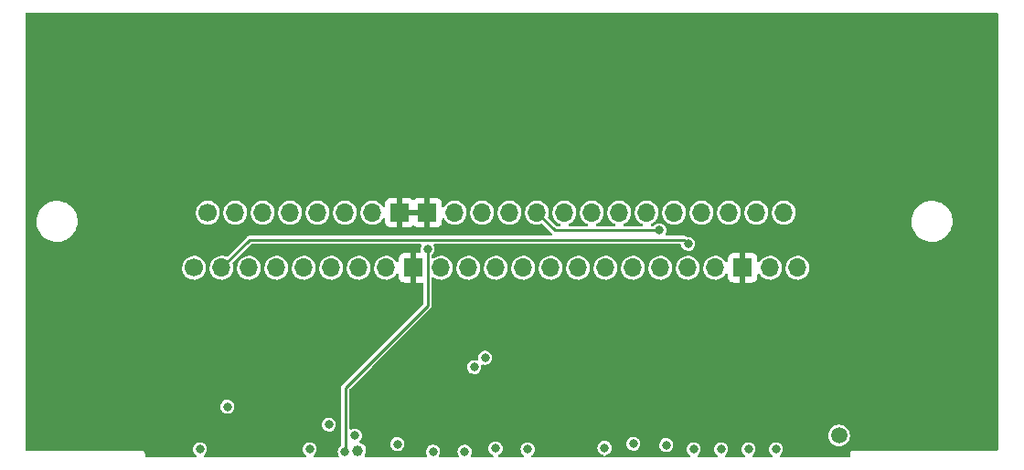
<source format=gbr>
%TF.GenerationSoftware,KiCad,Pcbnew,(6.0.6)*%
%TF.CreationDate,2022-12-16T03:55:13-05:00*%
%TF.ProjectId,SMS-to-GG,534d532d-746f-42d4-9747-2e6b69636164,rev?*%
%TF.SameCoordinates,Original*%
%TF.FileFunction,Copper,L3,Inr*%
%TF.FilePolarity,Positive*%
%FSLAX46Y46*%
G04 Gerber Fmt 4.6, Leading zero omitted, Abs format (unit mm)*
G04 Created by KiCad (PCBNEW (6.0.6)) date 2022-12-16 03:55:13*
%MOMM*%
%LPD*%
G01*
G04 APERTURE LIST*
%TA.AperFunction,ComponentPad*%
%ADD10C,1.700000*%
%TD*%
%TA.AperFunction,ComponentPad*%
%ADD11O,1.700000X1.700000*%
%TD*%
%TA.AperFunction,ComponentPad*%
%ADD12R,1.700000X1.700000*%
%TD*%
%TA.AperFunction,ViaPad*%
%ADD13C,0.500000*%
%TD*%
%TA.AperFunction,ViaPad*%
%ADD14C,1.500000*%
%TD*%
%TA.AperFunction,ViaPad*%
%ADD15C,0.800000*%
%TD*%
%TA.AperFunction,ViaPad*%
%ADD16C,1.000000*%
%TD*%
%TA.AperFunction,ViaPad*%
%ADD17C,0.600000*%
%TD*%
%TA.AperFunction,Conductor*%
%ADD18C,0.250000*%
%TD*%
G04 APERTURE END LIST*
D10*
%TO.N,unconnected-(J2-Pad1)*%
%TO.C,J2*%
X35533000Y-90611000D03*
%TO.N,+5V*%
X36803000Y-85491000D03*
D11*
%TO.N,Write*%
X38073000Y-90611000D03*
%TO.N,A12*%
X39343000Y-85491000D03*
%TO.N,A7*%
X40613000Y-90611000D03*
%TO.N,A6*%
X41883000Y-85491000D03*
%TO.N,A5*%
X43153000Y-90611000D03*
%TO.N,A4*%
X44423000Y-85491000D03*
%TO.N,A3*%
X45693000Y-90611000D03*
%TO.N,A2*%
X46963000Y-85491000D03*
%TO.N,A1*%
X48233000Y-90611000D03*
%TO.N,A0*%
X49503000Y-85491000D03*
%TO.N,D0*%
X50773000Y-90611000D03*
%TO.N,D1*%
X52043000Y-85491000D03*
%TO.N,D2*%
X53313000Y-90611000D03*
D12*
%TO.N,GND*%
X54583000Y-85491000D03*
X55853000Y-90611000D03*
X57123000Y-85491000D03*
D11*
%TO.N,D3*%
X58393000Y-90611000D03*
%TO.N,D4*%
X59663000Y-85491000D03*
%TO.N,D5*%
X60933000Y-90611000D03*
%TO.N,D6*%
X62203000Y-85491000D03*
%TO.N,D7*%
X63473000Y-90611000D03*
%TO.N,Enable*%
X64743000Y-85491000D03*
%TO.N,A10*%
X66013000Y-90611000D03*
%TO.N,Read*%
X67283000Y-85491000D03*
%TO.N,M0-7*%
X68553000Y-90611000D03*
%TO.N,A15*%
X69823000Y-85491000D03*
%TO.N,A11*%
X71093000Y-90611000D03*
%TO.N,A9*%
X72363000Y-85491000D03*
%TO.N,A8*%
X73633000Y-90611000D03*
%TO.N,A13*%
X74903000Y-85491000D03*
%TO.N,A14*%
X76173000Y-90611000D03*
%TO.N,M8-B*%
X77443000Y-85491000D03*
%TO.N,+5V*%
X78713000Y-90611000D03*
%TO.N,M1*%
X79983000Y-85491000D03*
%TO.N,IO_Request*%
X81253000Y-90611000D03*
%TO.N,Refresh*%
X82523000Y-85491000D03*
%TO.N,Reset*%
X83793000Y-90611000D03*
%TO.N,Clock*%
X85063000Y-85491000D03*
D12*
%TO.N,GND*%
X86333000Y-90611000D03*
D11*
%TO.N,unconnected-(J2-Pad42)*%
X87603000Y-85491000D03*
%TO.N,+5V*%
X88873000Y-90611000D03*
%TO.N,unconnected-(J2-Pad44)*%
X90143000Y-85491000D03*
%TO.N,unconnected-(J2-Pad45)*%
X91413000Y-90611000D03*
%TD*%
D13*
%TO.N,GND*%
X81915000Y-92710000D03*
X80645000Y-92710000D03*
X95885000Y-107823000D03*
X31369000Y-107823000D03*
D14*
X42926000Y-104267000D03*
X89972440Y-81661000D03*
X82408885Y-81661000D03*
X74845330Y-81661000D03*
X67281775Y-81661000D03*
X59718220Y-81661000D03*
X52154665Y-81661000D03*
X44591110Y-81661000D03*
X37027555Y-81661000D03*
D15*
X65532000Y-102997000D03*
X58674000Y-96012000D03*
X62738000Y-100203000D03*
D13*
X40005000Y-92329000D03*
X41275000Y-92329000D03*
X42545000Y-92329000D03*
X43815000Y-92329000D03*
X45085000Y-92329000D03*
X46355000Y-92329000D03*
X47625000Y-92329000D03*
X48895000Y-92329000D03*
X50165000Y-92329000D03*
X51435000Y-92329000D03*
X52705000Y-92329000D03*
X62865000Y-92329000D03*
X61595000Y-92329000D03*
X60325000Y-92329000D03*
X59055000Y-92329000D03*
X78105000Y-92710000D03*
X76835000Y-92710000D03*
X75565000Y-92710000D03*
X74295000Y-92710000D03*
X73025000Y-92710000D03*
X71755000Y-92710000D03*
X65405000Y-92329000D03*
X64135000Y-92329000D03*
D15*
%TO.N,IO_Request*%
X48006000Y-105156000D03*
%TO.N,A15*%
X57150000Y-88900000D03*
X49492500Y-107696000D03*
%TO.N,Clock*%
X36068000Y-107442000D03*
%TO.N,Refresh*%
X62484000Y-98966547D03*
%TO.N,IO_Request*%
X61468000Y-99822000D03*
D14*
%TO.N,GND*%
X97536000Y-87884000D03*
X97536000Y-81661000D03*
X97536000Y-106172000D03*
X97536000Y-93980000D03*
X97536000Y-100076000D03*
D15*
%TO.N,Write*%
X81280000Y-88392000D03*
D14*
%TO.N,GND*%
X69342000Y-106934000D03*
D15*
%TO.N,Read*%
X78613000Y-87122000D03*
%TO.N,Refresh*%
X46228000Y-107442000D03*
%TO.N,M8-B*%
X89408000Y-107442000D03*
%TO.N,A13*%
X86868000Y-107442000D03*
%TO.N,A9*%
X84328000Y-107442000D03*
%TO.N,M0-7*%
X81788000Y-107442000D03*
%TO.N,Enable*%
X79248000Y-107061000D03*
%TO.N,D6*%
X76200000Y-106934000D03*
%TO.N,D4*%
X73533000Y-107315000D03*
D16*
%TO.N,+5V*%
X50703461Y-107568500D03*
D15*
%TO.N,D1*%
X66421000Y-107442000D03*
%TO.N,A0*%
X63445452Y-107369549D03*
%TO.N,A2*%
X60579000Y-107668500D03*
%TO.N,A4*%
X57658000Y-107668500D03*
%TO.N,A12*%
X50419000Y-106172000D03*
%TO.N,A6*%
X54356000Y-106971500D03*
%TO.N,Reset*%
X38608000Y-103505000D03*
D14*
%TO.N,+5V*%
X95250000Y-106172000D03*
%TO.N,GND*%
X29464000Y-81661000D03*
X29464000Y-87757000D03*
X29464000Y-106045000D03*
X29464000Y-93853000D03*
X29464000Y-99949000D03*
D17*
X34036000Y-106680000D03*
%TD*%
D18*
%TO.N,A15*%
X49530000Y-101727000D02*
X57150000Y-94107000D01*
X49530000Y-107658500D02*
X49530000Y-101727000D01*
X57150000Y-94107000D02*
X57150000Y-88900000D01*
X49492500Y-107696000D02*
X49530000Y-107658500D01*
%TO.N,Write*%
X40673000Y-88011000D02*
X38073000Y-90611000D01*
X80899000Y-88011000D02*
X40673000Y-88011000D01*
X81280000Y-88392000D02*
X80899000Y-88011000D01*
%TO.N,Read*%
X68914000Y-87122000D02*
X67283000Y-85491000D01*
X78613000Y-87122000D02*
X68914000Y-87122000D01*
%TD*%
%TA.AperFunction,Conductor*%
%TO.N,GND*%
G36*
X109923621Y-66949502D02*
G01*
X109970114Y-67003158D01*
X109981500Y-67055500D01*
X109981500Y-107442500D01*
X109961498Y-107510621D01*
X109907842Y-107557114D01*
X109855500Y-107568500D01*
X96557476Y-107568500D01*
X96532897Y-107566079D01*
X96520000Y-107563514D01*
X96507828Y-107565935D01*
X96494933Y-107568500D01*
X96420699Y-107583266D01*
X96336516Y-107639516D01*
X96280266Y-107723699D01*
X96260514Y-107823000D01*
X96262935Y-107835170D01*
X96263079Y-107835894D01*
X96265500Y-107860476D01*
X96265500Y-108078000D01*
X96245498Y-108146121D01*
X96191842Y-108192614D01*
X96139500Y-108204000D01*
X89865179Y-108204000D01*
X89797058Y-108183998D01*
X89750565Y-108130342D01*
X89740461Y-108060068D01*
X89769955Y-107995488D01*
X89783348Y-107982189D01*
X89792576Y-107974308D01*
X89893314Y-107888269D01*
X89985755Y-107759624D01*
X90044842Y-107612641D01*
X90058201Y-107518773D01*
X90066581Y-107459891D01*
X90066581Y-107459888D01*
X90067162Y-107455807D01*
X90067307Y-107442000D01*
X90048276Y-107284733D01*
X89992280Y-107136546D01*
X89974221Y-107110270D01*
X89906855Y-107012251D01*
X89906854Y-107012249D01*
X89902553Y-107005992D01*
X89892717Y-106997228D01*
X89821235Y-106933541D01*
X89784275Y-106900611D01*
X89776889Y-106896700D01*
X89650988Y-106830039D01*
X89650989Y-106830039D01*
X89644274Y-106826484D01*
X89490633Y-106787892D01*
X89483034Y-106787852D01*
X89483033Y-106787852D01*
X89417181Y-106787507D01*
X89332221Y-106787062D01*
X89324841Y-106788834D01*
X89324839Y-106788834D01*
X89185563Y-106822271D01*
X89185560Y-106822272D01*
X89178184Y-106824043D01*
X89037414Y-106896700D01*
X88918039Y-107000838D01*
X88826950Y-107130444D01*
X88816279Y-107157814D01*
X88775002Y-107263685D01*
X88769406Y-107278037D01*
X88768414Y-107285570D01*
X88768414Y-107285571D01*
X88752373Y-107407419D01*
X88748729Y-107435096D01*
X88766113Y-107592553D01*
X88768723Y-107599684D01*
X88768723Y-107599686D01*
X88810632Y-107714207D01*
X88820553Y-107741319D01*
X88824789Y-107747622D01*
X88824789Y-107747623D01*
X88896061Y-107853686D01*
X88908908Y-107872805D01*
X88914527Y-107877918D01*
X88914528Y-107877919D01*
X89000475Y-107956124D01*
X89022619Y-107976273D01*
X89026076Y-107979419D01*
X89025552Y-107979995D01*
X89065787Y-108031061D01*
X89072602Y-108101730D01*
X89040129Y-108164864D01*
X88978677Y-108200420D01*
X88948857Y-108204000D01*
X87325179Y-108204000D01*
X87257058Y-108183998D01*
X87210565Y-108130342D01*
X87200461Y-108060068D01*
X87229955Y-107995488D01*
X87243348Y-107982189D01*
X87252576Y-107974308D01*
X87353314Y-107888269D01*
X87445755Y-107759624D01*
X87504842Y-107612641D01*
X87518201Y-107518773D01*
X87526581Y-107459891D01*
X87526581Y-107459888D01*
X87527162Y-107455807D01*
X87527307Y-107442000D01*
X87508276Y-107284733D01*
X87452280Y-107136546D01*
X87434221Y-107110270D01*
X87366855Y-107012251D01*
X87366854Y-107012249D01*
X87362553Y-107005992D01*
X87352717Y-106997228D01*
X87281235Y-106933541D01*
X87244275Y-106900611D01*
X87236889Y-106896700D01*
X87110988Y-106830039D01*
X87110989Y-106830039D01*
X87104274Y-106826484D01*
X86950633Y-106787892D01*
X86943034Y-106787852D01*
X86943033Y-106787852D01*
X86877181Y-106787507D01*
X86792221Y-106787062D01*
X86784841Y-106788834D01*
X86784839Y-106788834D01*
X86645563Y-106822271D01*
X86645560Y-106822272D01*
X86638184Y-106824043D01*
X86497414Y-106896700D01*
X86378039Y-107000838D01*
X86286950Y-107130444D01*
X86276279Y-107157814D01*
X86235002Y-107263685D01*
X86229406Y-107278037D01*
X86228414Y-107285570D01*
X86228414Y-107285571D01*
X86212373Y-107407419D01*
X86208729Y-107435096D01*
X86226113Y-107592553D01*
X86228723Y-107599684D01*
X86228723Y-107599686D01*
X86270632Y-107714207D01*
X86280553Y-107741319D01*
X86284789Y-107747622D01*
X86284789Y-107747623D01*
X86356061Y-107853686D01*
X86368908Y-107872805D01*
X86374527Y-107877918D01*
X86374528Y-107877919D01*
X86460475Y-107956124D01*
X86482619Y-107976273D01*
X86486076Y-107979419D01*
X86485552Y-107979995D01*
X86525787Y-108031061D01*
X86532602Y-108101730D01*
X86500129Y-108164864D01*
X86438677Y-108200420D01*
X86408857Y-108204000D01*
X84785179Y-108204000D01*
X84717058Y-108183998D01*
X84670565Y-108130342D01*
X84660461Y-108060068D01*
X84689955Y-107995488D01*
X84703348Y-107982189D01*
X84712576Y-107974308D01*
X84813314Y-107888269D01*
X84905755Y-107759624D01*
X84964842Y-107612641D01*
X84978201Y-107518773D01*
X84986581Y-107459891D01*
X84986581Y-107459888D01*
X84987162Y-107455807D01*
X84987307Y-107442000D01*
X84968276Y-107284733D01*
X84912280Y-107136546D01*
X84894221Y-107110270D01*
X84826855Y-107012251D01*
X84826854Y-107012249D01*
X84822553Y-107005992D01*
X84812717Y-106997228D01*
X84741235Y-106933541D01*
X84704275Y-106900611D01*
X84696889Y-106896700D01*
X84570988Y-106830039D01*
X84570989Y-106830039D01*
X84564274Y-106826484D01*
X84410633Y-106787892D01*
X84403034Y-106787852D01*
X84403033Y-106787852D01*
X84337181Y-106787507D01*
X84252221Y-106787062D01*
X84244841Y-106788834D01*
X84244839Y-106788834D01*
X84105563Y-106822271D01*
X84105560Y-106822272D01*
X84098184Y-106824043D01*
X83957414Y-106896700D01*
X83838039Y-107000838D01*
X83746950Y-107130444D01*
X83736279Y-107157814D01*
X83695002Y-107263685D01*
X83689406Y-107278037D01*
X83688414Y-107285570D01*
X83688414Y-107285571D01*
X83672373Y-107407419D01*
X83668729Y-107435096D01*
X83686113Y-107592553D01*
X83688723Y-107599684D01*
X83688723Y-107599686D01*
X83730632Y-107714207D01*
X83740553Y-107741319D01*
X83744789Y-107747622D01*
X83744789Y-107747623D01*
X83816061Y-107853686D01*
X83828908Y-107872805D01*
X83834527Y-107877918D01*
X83834528Y-107877919D01*
X83920475Y-107956124D01*
X83942619Y-107976273D01*
X83946076Y-107979419D01*
X83945552Y-107979995D01*
X83985787Y-108031061D01*
X83992602Y-108101730D01*
X83960129Y-108164864D01*
X83898677Y-108200420D01*
X83868857Y-108204000D01*
X82245179Y-108204000D01*
X82177058Y-108183998D01*
X82130565Y-108130342D01*
X82120461Y-108060068D01*
X82149955Y-107995488D01*
X82163348Y-107982189D01*
X82172576Y-107974308D01*
X82273314Y-107888269D01*
X82365755Y-107759624D01*
X82424842Y-107612641D01*
X82438201Y-107518773D01*
X82446581Y-107459891D01*
X82446581Y-107459888D01*
X82447162Y-107455807D01*
X82447307Y-107442000D01*
X82428276Y-107284733D01*
X82372280Y-107136546D01*
X82354221Y-107110270D01*
X82286855Y-107012251D01*
X82286854Y-107012249D01*
X82282553Y-107005992D01*
X82272717Y-106997228D01*
X82201235Y-106933541D01*
X82164275Y-106900611D01*
X82156889Y-106896700D01*
X82030988Y-106830039D01*
X82030989Y-106830039D01*
X82024274Y-106826484D01*
X81870633Y-106787892D01*
X81863034Y-106787852D01*
X81863033Y-106787852D01*
X81797181Y-106787507D01*
X81712221Y-106787062D01*
X81704841Y-106788834D01*
X81704839Y-106788834D01*
X81565563Y-106822271D01*
X81565560Y-106822272D01*
X81558184Y-106824043D01*
X81417414Y-106896700D01*
X81298039Y-107000838D01*
X81206950Y-107130444D01*
X81196279Y-107157814D01*
X81155002Y-107263685D01*
X81149406Y-107278037D01*
X81148414Y-107285570D01*
X81148414Y-107285571D01*
X81132373Y-107407419D01*
X81128729Y-107435096D01*
X81146113Y-107592553D01*
X81148723Y-107599684D01*
X81148723Y-107599686D01*
X81190632Y-107714207D01*
X81200553Y-107741319D01*
X81204789Y-107747622D01*
X81204789Y-107747623D01*
X81276061Y-107853686D01*
X81288908Y-107872805D01*
X81294527Y-107877918D01*
X81294528Y-107877919D01*
X81380475Y-107956124D01*
X81402619Y-107976273D01*
X81406076Y-107979419D01*
X81405552Y-107979995D01*
X81445787Y-108031061D01*
X81452602Y-108101730D01*
X81420129Y-108164864D01*
X81358677Y-108200420D01*
X81328857Y-108204000D01*
X73697788Y-108204000D01*
X73629667Y-108183998D01*
X73583174Y-108130342D01*
X73573070Y-108060068D01*
X73602564Y-107995488D01*
X73662290Y-107957104D01*
X73669658Y-107955180D01*
X73756332Y-107935329D01*
X73840089Y-107893204D01*
X73891072Y-107867563D01*
X73891075Y-107867561D01*
X73897855Y-107864151D01*
X73903626Y-107859222D01*
X73903629Y-107859220D01*
X74012536Y-107766204D01*
X74012536Y-107766203D01*
X74018314Y-107761269D01*
X74110755Y-107632624D01*
X74169842Y-107485641D01*
X74185717Y-107374095D01*
X74191581Y-107332891D01*
X74191581Y-107332888D01*
X74192162Y-107328807D01*
X74192307Y-107315000D01*
X74173276Y-107157733D01*
X74117280Y-107009546D01*
X74090227Y-106970184D01*
X74060614Y-106927096D01*
X75540729Y-106927096D01*
X75546765Y-106981766D01*
X75556639Y-107071198D01*
X75558113Y-107084553D01*
X75560723Y-107091684D01*
X75560723Y-107091686D01*
X75609185Y-107224115D01*
X75612553Y-107233319D01*
X75616789Y-107239622D01*
X75616789Y-107239623D01*
X75695626Y-107356944D01*
X75700908Y-107364805D01*
X75706527Y-107369918D01*
X75706528Y-107369919D01*
X75805407Y-107459891D01*
X75818076Y-107471419D01*
X75957293Y-107547008D01*
X76110522Y-107587207D01*
X76194477Y-107588526D01*
X76261319Y-107589576D01*
X76261322Y-107589576D01*
X76268916Y-107589695D01*
X76423332Y-107554329D01*
X76507089Y-107512204D01*
X76558072Y-107486563D01*
X76558075Y-107486561D01*
X76564855Y-107483151D01*
X76570626Y-107478222D01*
X76570629Y-107478220D01*
X76679536Y-107385204D01*
X76679536Y-107385203D01*
X76685314Y-107380269D01*
X76777755Y-107251624D01*
X76836842Y-107104641D01*
X76844036Y-107054096D01*
X78588729Y-107054096D01*
X78594655Y-107107768D01*
X78604673Y-107198506D01*
X78606113Y-107211553D01*
X78608723Y-107218684D01*
X78608723Y-107218686D01*
X78645482Y-107319134D01*
X78660553Y-107360319D01*
X78664789Y-107366622D01*
X78664789Y-107366623D01*
X78739709Y-107478115D01*
X78748908Y-107491805D01*
X78754527Y-107496918D01*
X78754528Y-107496919D01*
X78859629Y-107592553D01*
X78866076Y-107598419D01*
X79005293Y-107674008D01*
X79158522Y-107714207D01*
X79242477Y-107715526D01*
X79309319Y-107716576D01*
X79309322Y-107716576D01*
X79316916Y-107716695D01*
X79471332Y-107681329D01*
X79568174Y-107632623D01*
X79606072Y-107613563D01*
X79606075Y-107613561D01*
X79612855Y-107610151D01*
X79618626Y-107605222D01*
X79618629Y-107605220D01*
X79727536Y-107512204D01*
X79727536Y-107512203D01*
X79733314Y-107507269D01*
X79825755Y-107378624D01*
X79884842Y-107231641D01*
X79900129Y-107124228D01*
X79906581Y-107078891D01*
X79906581Y-107078888D01*
X79907162Y-107074807D01*
X79907307Y-107061000D01*
X79888276Y-106903733D01*
X79832280Y-106755546D01*
X79770769Y-106666046D01*
X79746855Y-106631251D01*
X79746854Y-106631249D01*
X79742553Y-106624992D01*
X79732717Y-106616228D01*
X79688341Y-106576691D01*
X79624275Y-106519611D01*
X79616889Y-106515700D01*
X79490988Y-106449039D01*
X79490989Y-106449039D01*
X79484274Y-106445484D01*
X79330633Y-106406892D01*
X79323034Y-106406852D01*
X79323033Y-106406852D01*
X79257181Y-106406507D01*
X79172221Y-106406062D01*
X79164841Y-106407834D01*
X79164839Y-106407834D01*
X79025563Y-106441271D01*
X79025560Y-106441272D01*
X79018184Y-106443043D01*
X78877414Y-106515700D01*
X78758039Y-106619838D01*
X78666950Y-106749444D01*
X78651960Y-106787892D01*
X78612209Y-106889848D01*
X78609406Y-106897037D01*
X78608414Y-106904570D01*
X78608414Y-106904571D01*
X78592295Y-107027010D01*
X78588729Y-107054096D01*
X76844036Y-107054096D01*
X76849365Y-107016649D01*
X76858581Y-106951891D01*
X76858581Y-106951888D01*
X76859162Y-106947807D01*
X76859307Y-106934000D01*
X76840276Y-106776733D01*
X76784280Y-106628546D01*
X76756350Y-106587907D01*
X76698855Y-106504251D01*
X76698854Y-106504249D01*
X76694553Y-106497992D01*
X76576275Y-106392611D01*
X76568889Y-106388700D01*
X76507099Y-106355984D01*
X76436274Y-106318484D01*
X76282633Y-106279892D01*
X76275034Y-106279852D01*
X76275033Y-106279852D01*
X76209181Y-106279507D01*
X76124221Y-106279062D01*
X76116841Y-106280834D01*
X76116839Y-106280834D01*
X75977563Y-106314271D01*
X75977560Y-106314272D01*
X75970184Y-106316043D01*
X75829414Y-106388700D01*
X75710039Y-106492838D01*
X75618950Y-106622444D01*
X75603960Y-106660892D01*
X75565906Y-106758496D01*
X75561406Y-106770037D01*
X75560414Y-106777570D01*
X75560414Y-106777571D01*
X75543551Y-106905664D01*
X75540729Y-106927096D01*
X74060614Y-106927096D01*
X74031855Y-106885251D01*
X74031854Y-106885249D01*
X74027553Y-106878992D01*
X73909275Y-106773611D01*
X73901889Y-106769700D01*
X73802907Y-106717292D01*
X73769274Y-106699484D01*
X73615633Y-106660892D01*
X73608034Y-106660852D01*
X73608033Y-106660852D01*
X73542181Y-106660507D01*
X73457221Y-106660062D01*
X73449841Y-106661834D01*
X73449839Y-106661834D01*
X73310563Y-106695271D01*
X73310560Y-106695272D01*
X73303184Y-106697043D01*
X73162414Y-106769700D01*
X73043039Y-106873838D01*
X72951950Y-107003444D01*
X72933106Y-107051777D01*
X72900037Y-107136595D01*
X72894406Y-107151037D01*
X72893414Y-107158570D01*
X72893414Y-107158571D01*
X72875414Y-107295298D01*
X72873729Y-107308096D01*
X72891113Y-107465553D01*
X72893723Y-107472684D01*
X72893723Y-107472686D01*
X72942185Y-107605115D01*
X72945553Y-107614319D01*
X72949789Y-107620622D01*
X72949789Y-107620623D01*
X73027233Y-107735871D01*
X73033908Y-107745805D01*
X73039527Y-107750918D01*
X73039528Y-107750919D01*
X73144236Y-107846195D01*
X73151076Y-107852419D01*
X73290293Y-107928008D01*
X73373606Y-107949865D01*
X73397464Y-107956124D01*
X73458279Y-107992758D01*
X73489634Y-108056455D01*
X73481575Y-108126993D01*
X73436659Y-108181976D01*
X73365490Y-108204000D01*
X66878179Y-108204000D01*
X66810058Y-108183998D01*
X66763565Y-108130342D01*
X66753461Y-108060068D01*
X66782955Y-107995488D01*
X66796348Y-107982189D01*
X66805576Y-107974308D01*
X66906314Y-107888269D01*
X66998755Y-107759624D01*
X67057842Y-107612641D01*
X67071201Y-107518773D01*
X67079581Y-107459891D01*
X67079581Y-107459888D01*
X67080162Y-107455807D01*
X67080307Y-107442000D01*
X67061276Y-107284733D01*
X67005280Y-107136546D01*
X66987221Y-107110270D01*
X66919855Y-107012251D01*
X66919854Y-107012249D01*
X66915553Y-107005992D01*
X66905717Y-106997228D01*
X66834235Y-106933541D01*
X66797275Y-106900611D01*
X66789889Y-106896700D01*
X66663988Y-106830039D01*
X66663989Y-106830039D01*
X66657274Y-106826484D01*
X66503633Y-106787892D01*
X66496034Y-106787852D01*
X66496033Y-106787852D01*
X66430181Y-106787507D01*
X66345221Y-106787062D01*
X66337841Y-106788834D01*
X66337839Y-106788834D01*
X66198563Y-106822271D01*
X66198560Y-106822272D01*
X66191184Y-106824043D01*
X66050414Y-106896700D01*
X65931039Y-107000838D01*
X65839950Y-107130444D01*
X65829279Y-107157814D01*
X65788002Y-107263685D01*
X65782406Y-107278037D01*
X65781414Y-107285570D01*
X65781414Y-107285571D01*
X65765373Y-107407419D01*
X65761729Y-107435096D01*
X65779113Y-107592553D01*
X65781723Y-107599684D01*
X65781723Y-107599686D01*
X65823632Y-107714207D01*
X65833553Y-107741319D01*
X65837789Y-107747622D01*
X65837789Y-107747623D01*
X65909061Y-107853686D01*
X65921908Y-107872805D01*
X65927527Y-107877918D01*
X65927528Y-107877919D01*
X66013475Y-107956124D01*
X66035619Y-107976273D01*
X66039076Y-107979419D01*
X66038552Y-107979995D01*
X66078787Y-108031061D01*
X66085602Y-108101730D01*
X66053129Y-108164864D01*
X65991677Y-108200420D01*
X65961857Y-108204000D01*
X63773998Y-108204000D01*
X63705877Y-108183998D01*
X63659384Y-108130342D01*
X63649280Y-108060068D01*
X63678774Y-107995488D01*
X63717384Y-107965435D01*
X63803524Y-107922112D01*
X63803527Y-107922110D01*
X63810307Y-107918700D01*
X63816078Y-107913771D01*
X63816081Y-107913769D01*
X63924988Y-107820753D01*
X63924988Y-107820752D01*
X63930766Y-107815818D01*
X64023207Y-107687173D01*
X64082294Y-107540190D01*
X64092081Y-107471419D01*
X64104033Y-107387440D01*
X64104033Y-107387437D01*
X64104614Y-107383356D01*
X64104683Y-107376814D01*
X64104716Y-107373683D01*
X64104716Y-107373677D01*
X64104759Y-107369549D01*
X64104091Y-107364024D01*
X64097661Y-107310892D01*
X64085728Y-107212282D01*
X64029732Y-107064095D01*
X63989799Y-107005992D01*
X63944307Y-106939800D01*
X63944306Y-106939798D01*
X63940005Y-106933541D01*
X63821727Y-106828160D01*
X63814341Y-106824249D01*
X63688440Y-106757588D01*
X63688441Y-106757588D01*
X63681726Y-106754033D01*
X63528085Y-106715441D01*
X63520486Y-106715401D01*
X63520485Y-106715401D01*
X63454633Y-106715056D01*
X63369673Y-106714611D01*
X63362293Y-106716383D01*
X63362291Y-106716383D01*
X63223015Y-106749820D01*
X63223012Y-106749821D01*
X63215636Y-106751592D01*
X63074866Y-106824249D01*
X62955491Y-106928387D01*
X62864402Y-107057993D01*
X62838578Y-107124228D01*
X62812586Y-107190895D01*
X62806858Y-107205586D01*
X62805866Y-107213119D01*
X62805866Y-107213120D01*
X62787750Y-107350728D01*
X62786181Y-107362645D01*
X62794180Y-107435096D01*
X62802586Y-107511233D01*
X62803565Y-107520102D01*
X62806175Y-107527233D01*
X62806175Y-107527235D01*
X62855344Y-107661596D01*
X62858005Y-107668868D01*
X62862241Y-107675171D01*
X62862241Y-107675172D01*
X62921871Y-107763910D01*
X62946360Y-107800354D01*
X62951979Y-107805467D01*
X62951980Y-107805468D01*
X63016472Y-107864151D01*
X63063528Y-107906968D01*
X63070201Y-107910591D01*
X63174588Y-107967269D01*
X63224910Y-108017352D01*
X63240166Y-108086690D01*
X63215513Y-108153269D01*
X63158779Y-108195951D01*
X63114466Y-108204000D01*
X61245891Y-108204000D01*
X61177770Y-108183998D01*
X61131277Y-108130342D01*
X61121173Y-108060068D01*
X61143568Y-108004476D01*
X61156755Y-107986124D01*
X61215842Y-107839141D01*
X61226549Y-107763910D01*
X61237581Y-107686391D01*
X61237581Y-107686388D01*
X61238162Y-107682307D01*
X61238307Y-107668500D01*
X61219276Y-107511233D01*
X61163280Y-107363046D01*
X61099989Y-107270957D01*
X61077855Y-107238751D01*
X61077854Y-107238749D01*
X61073553Y-107232492D01*
X61059333Y-107219822D01*
X60999482Y-107166498D01*
X60955275Y-107127111D01*
X60947889Y-107123200D01*
X60874897Y-107084553D01*
X60815274Y-107052984D01*
X60661633Y-107014392D01*
X60654034Y-107014352D01*
X60654033Y-107014352D01*
X60588181Y-107014007D01*
X60503221Y-107013562D01*
X60495841Y-107015334D01*
X60495839Y-107015334D01*
X60356563Y-107048771D01*
X60356560Y-107048772D01*
X60349184Y-107050543D01*
X60208414Y-107123200D01*
X60089039Y-107227338D01*
X59997950Y-107356944D01*
X59980265Y-107402305D01*
X59947414Y-107486563D01*
X59940406Y-107504537D01*
X59939414Y-107512070D01*
X59939414Y-107512071D01*
X59921278Y-107649832D01*
X59919729Y-107661596D01*
X59927743Y-107734185D01*
X59935049Y-107800354D01*
X59937113Y-107819053D01*
X59939723Y-107826184D01*
X59939723Y-107826186D01*
X59986928Y-107955180D01*
X59991553Y-107967819D01*
X59995789Y-107974122D01*
X59995789Y-107974123D01*
X60018368Y-108007724D01*
X60039760Y-108075421D01*
X60021156Y-108143937D01*
X59968463Y-108191518D01*
X59913786Y-108204000D01*
X58324891Y-108204000D01*
X58256770Y-108183998D01*
X58210277Y-108130342D01*
X58200173Y-108060068D01*
X58222568Y-108004476D01*
X58235755Y-107986124D01*
X58294842Y-107839141D01*
X58305549Y-107763910D01*
X58316581Y-107686391D01*
X58316581Y-107686388D01*
X58317162Y-107682307D01*
X58317307Y-107668500D01*
X58298276Y-107511233D01*
X58242280Y-107363046D01*
X58178989Y-107270957D01*
X58156855Y-107238751D01*
X58156854Y-107238749D01*
X58152553Y-107232492D01*
X58138333Y-107219822D01*
X58078482Y-107166498D01*
X58034275Y-107127111D01*
X58026889Y-107123200D01*
X57953897Y-107084553D01*
X57894274Y-107052984D01*
X57740633Y-107014392D01*
X57733034Y-107014352D01*
X57733033Y-107014352D01*
X57667181Y-107014007D01*
X57582221Y-107013562D01*
X57574841Y-107015334D01*
X57574839Y-107015334D01*
X57435563Y-107048771D01*
X57435560Y-107048772D01*
X57428184Y-107050543D01*
X57287414Y-107123200D01*
X57168039Y-107227338D01*
X57076950Y-107356944D01*
X57059265Y-107402305D01*
X57026414Y-107486563D01*
X57019406Y-107504537D01*
X57018414Y-107512070D01*
X57018414Y-107512071D01*
X57000278Y-107649832D01*
X56998729Y-107661596D01*
X57006743Y-107734185D01*
X57014049Y-107800354D01*
X57016113Y-107819053D01*
X57018723Y-107826184D01*
X57018723Y-107826186D01*
X57065928Y-107955180D01*
X57070553Y-107967819D01*
X57074789Y-107974122D01*
X57074789Y-107974123D01*
X57097368Y-108007724D01*
X57118760Y-108075421D01*
X57100156Y-108143937D01*
X57047463Y-108191518D01*
X56992786Y-108204000D01*
X51422124Y-108204000D01*
X51354003Y-108183998D01*
X51307510Y-108130342D01*
X51297406Y-108060068D01*
X51317176Y-108008273D01*
X51374871Y-107921435D01*
X51374872Y-107921433D01*
X51378772Y-107915563D01*
X51438881Y-107757324D01*
X51450783Y-107672634D01*
X51461888Y-107593623D01*
X51461888Y-107593618D01*
X51462439Y-107589700D01*
X51462735Y-107568500D01*
X51455479Y-107503809D01*
X51444652Y-107407280D01*
X51444651Y-107407277D01*
X51443867Y-107400284D01*
X51388199Y-107240429D01*
X51298499Y-107096879D01*
X51266474Y-107064629D01*
X51218424Y-107016243D01*
X51179225Y-106976769D01*
X51171941Y-106972146D01*
X51160044Y-106964596D01*
X53696729Y-106964596D01*
X53702222Y-107014352D01*
X53713177Y-107113574D01*
X53714113Y-107122053D01*
X53716723Y-107129184D01*
X53716723Y-107129186D01*
X53764979Y-107261052D01*
X53768553Y-107270819D01*
X53772789Y-107277122D01*
X53772789Y-107277123D01*
X53845417Y-107385204D01*
X53856908Y-107402305D01*
X53862527Y-107407418D01*
X53862528Y-107407419D01*
X53949507Y-107486563D01*
X53974076Y-107508919D01*
X54113293Y-107584508D01*
X54266522Y-107624707D01*
X54350477Y-107626026D01*
X54417319Y-107627076D01*
X54417322Y-107627076D01*
X54424916Y-107627195D01*
X54579332Y-107591829D01*
X54665487Y-107548498D01*
X54714072Y-107524063D01*
X54714075Y-107524061D01*
X54720855Y-107520651D01*
X54726626Y-107515722D01*
X54726629Y-107515720D01*
X54835536Y-107422704D01*
X54835536Y-107422703D01*
X54841314Y-107417769D01*
X54933755Y-107289124D01*
X54992842Y-107142141D01*
X55001657Y-107080203D01*
X55014581Y-106989391D01*
X55014581Y-106989388D01*
X55015162Y-106985307D01*
X55015307Y-106971500D01*
X54996276Y-106814233D01*
X54940280Y-106666046D01*
X54912793Y-106626052D01*
X54854855Y-106541751D01*
X54854854Y-106541749D01*
X54850553Y-106535492D01*
X54832729Y-106519611D01*
X54753519Y-106449039D01*
X54732275Y-106430111D01*
X54724889Y-106426200D01*
X54678184Y-106401471D01*
X54592274Y-106355984D01*
X54438633Y-106317392D01*
X54431034Y-106317352D01*
X54431033Y-106317352D01*
X54365181Y-106317007D01*
X54280221Y-106316562D01*
X54272841Y-106318334D01*
X54272839Y-106318334D01*
X54133563Y-106351771D01*
X54133560Y-106351772D01*
X54126184Y-106353543D01*
X53985414Y-106426200D01*
X53866039Y-106530338D01*
X53774950Y-106659944D01*
X53750129Y-106723607D01*
X53724344Y-106789743D01*
X53717406Y-106807537D01*
X53716414Y-106815070D01*
X53716414Y-106815071D01*
X53698402Y-106951891D01*
X53696729Y-106964596D01*
X51160044Y-106964596D01*
X51105359Y-106929892D01*
X51036305Y-106886069D01*
X50940454Y-106851938D01*
X50927039Y-106847161D01*
X50869575Y-106805467D01*
X50843775Y-106739324D01*
X50857830Y-106669733D01*
X50887475Y-106632651D01*
X50898536Y-106623204D01*
X50898536Y-106623203D01*
X50904314Y-106618269D01*
X50996755Y-106489624D01*
X51055842Y-106342641D01*
X51076116Y-106200183D01*
X51077581Y-106189891D01*
X51077581Y-106189888D01*
X51078162Y-106185807D01*
X51078307Y-106172000D01*
X51076602Y-106157907D01*
X94240738Y-106157907D01*
X94241627Y-106168494D01*
X94256251Y-106342641D01*
X94257222Y-106354209D01*
X94283395Y-106445484D01*
X94309509Y-106536552D01*
X94311521Y-106543570D01*
X94314336Y-106549047D01*
X94396756Y-106709419D01*
X94401566Y-106718779D01*
X94405389Y-106723603D01*
X94405392Y-106723607D01*
X94489750Y-106830039D01*
X94523927Y-106873160D01*
X94528620Y-106877154D01*
X94528621Y-106877155D01*
X94655700Y-106985307D01*
X94673945Y-107000835D01*
X94679323Y-107003841D01*
X94679325Y-107003842D01*
X94831012Y-107088617D01*
X94845904Y-107096940D01*
X95033255Y-107157814D01*
X95228862Y-107181139D01*
X95234997Y-107180667D01*
X95234999Y-107180667D01*
X95294801Y-107176065D01*
X95425274Y-107166026D01*
X95615009Y-107113050D01*
X95625466Y-107107768D01*
X95785341Y-107027010D01*
X95785343Y-107027009D01*
X95790842Y-107024231D01*
X95946074Y-106902950D01*
X95950100Y-106898286D01*
X95950103Y-106898283D01*
X96070764Y-106758496D01*
X96070765Y-106758494D01*
X96074793Y-106753828D01*
X96172096Y-106582544D01*
X96234277Y-106395622D01*
X96258966Y-106200183D01*
X96259360Y-106172000D01*
X96240137Y-105975948D01*
X96183200Y-105787363D01*
X96175518Y-105772916D01*
X96093611Y-105618871D01*
X96093609Y-105618868D01*
X96090717Y-105613429D01*
X95966212Y-105460770D01*
X95900894Y-105406734D01*
X95819177Y-105339132D01*
X95819174Y-105339130D01*
X95814427Y-105335203D01*
X95641143Y-105241508D01*
X95452960Y-105183256D01*
X95446835Y-105182612D01*
X95446834Y-105182612D01*
X95263176Y-105163309D01*
X95263174Y-105163309D01*
X95257047Y-105162665D01*
X95178570Y-105169807D01*
X95067004Y-105179960D01*
X95067001Y-105179961D01*
X95060865Y-105180519D01*
X95054959Y-105182257D01*
X95054955Y-105182258D01*
X94914775Y-105223516D01*
X94871887Y-105236138D01*
X94866427Y-105238992D01*
X94866428Y-105238992D01*
X94702772Y-105324549D01*
X94702768Y-105324552D01*
X94697312Y-105327404D01*
X94692512Y-105331264D01*
X94692511Y-105331264D01*
X94687612Y-105335203D01*
X94543788Y-105450840D01*
X94417163Y-105601745D01*
X94410740Y-105613429D01*
X94330911Y-105758639D01*
X94322262Y-105774371D01*
X94320398Y-105780246D01*
X94320397Y-105780249D01*
X94310960Y-105809999D01*
X94262697Y-105962142D01*
X94240738Y-106157907D01*
X51076602Y-106157907D01*
X51059276Y-106014733D01*
X51003280Y-105866546D01*
X50965500Y-105811576D01*
X50917855Y-105742251D01*
X50917854Y-105742249D01*
X50913553Y-105735992D01*
X50795275Y-105630611D01*
X50787889Y-105626700D01*
X50661988Y-105560039D01*
X50661989Y-105560039D01*
X50655274Y-105556484D01*
X50501633Y-105517892D01*
X50494034Y-105517852D01*
X50494033Y-105517852D01*
X50428181Y-105517507D01*
X50343221Y-105517062D01*
X50335841Y-105518834D01*
X50335839Y-105518834D01*
X50196563Y-105552271D01*
X50196560Y-105552272D01*
X50189184Y-105554043D01*
X50093289Y-105603538D01*
X50023583Y-105617007D01*
X49957659Y-105590652D01*
X49916450Y-105532840D01*
X49909500Y-105491572D01*
X49909500Y-101936384D01*
X49929502Y-101868263D01*
X49946405Y-101847289D01*
X51978598Y-99815096D01*
X60808729Y-99815096D01*
X60826113Y-99972553D01*
X60880553Y-100121319D01*
X60968908Y-100252805D01*
X60974527Y-100257918D01*
X60974528Y-100257919D01*
X60985903Y-100268269D01*
X61086076Y-100359419D01*
X61225293Y-100435008D01*
X61378522Y-100475207D01*
X61462477Y-100476526D01*
X61529319Y-100477576D01*
X61529322Y-100477576D01*
X61536916Y-100477695D01*
X61691332Y-100442329D01*
X61761742Y-100406917D01*
X61826072Y-100374563D01*
X61826075Y-100374561D01*
X61832855Y-100371151D01*
X61838626Y-100366222D01*
X61838629Y-100366220D01*
X61947536Y-100273204D01*
X61947536Y-100273203D01*
X61953314Y-100268269D01*
X62045755Y-100139624D01*
X62104842Y-99992641D01*
X62127162Y-99835807D01*
X62127307Y-99822000D01*
X62115542Y-99724779D01*
X62127216Y-99654751D01*
X62174898Y-99602149D01*
X62243449Y-99583677D01*
X62272601Y-99587769D01*
X62394522Y-99619754D01*
X62478477Y-99621073D01*
X62545319Y-99622123D01*
X62545322Y-99622123D01*
X62552916Y-99622242D01*
X62707332Y-99586876D01*
X62777742Y-99551464D01*
X62842072Y-99519110D01*
X62842075Y-99519108D01*
X62848855Y-99515698D01*
X62854626Y-99510769D01*
X62854629Y-99510767D01*
X62963536Y-99417751D01*
X62963536Y-99417750D01*
X62969314Y-99412816D01*
X63061755Y-99284171D01*
X63120842Y-99137188D01*
X63143162Y-98980354D01*
X63143307Y-98966547D01*
X63124276Y-98809280D01*
X63068280Y-98661093D01*
X62978553Y-98530539D01*
X62860275Y-98425158D01*
X62852889Y-98421247D01*
X62726988Y-98354586D01*
X62726989Y-98354586D01*
X62720274Y-98351031D01*
X62566633Y-98312439D01*
X62559034Y-98312399D01*
X62559033Y-98312399D01*
X62493181Y-98312054D01*
X62408221Y-98311609D01*
X62400841Y-98313381D01*
X62400839Y-98313381D01*
X62261563Y-98346818D01*
X62261560Y-98346819D01*
X62254184Y-98348590D01*
X62113414Y-98421247D01*
X61994039Y-98525385D01*
X61902950Y-98654991D01*
X61845406Y-98802584D01*
X61824729Y-98959643D01*
X61836300Y-99064447D01*
X61823894Y-99134351D01*
X61775665Y-99186451D01*
X61706924Y-99204206D01*
X61680366Y-99200478D01*
X61558004Y-99169743D01*
X61558000Y-99169743D01*
X61550633Y-99167892D01*
X61543034Y-99167852D01*
X61543033Y-99167852D01*
X61477181Y-99167507D01*
X61392221Y-99167062D01*
X61384841Y-99168834D01*
X61384839Y-99168834D01*
X61245563Y-99202271D01*
X61245560Y-99202272D01*
X61238184Y-99204043D01*
X61097414Y-99276700D01*
X60978039Y-99380838D01*
X60886950Y-99510444D01*
X60860005Y-99579555D01*
X60845084Y-99617826D01*
X60829406Y-99658037D01*
X60808729Y-99815096D01*
X51978598Y-99815096D01*
X57380216Y-94413478D01*
X57398964Y-94398336D01*
X57400189Y-94397221D01*
X57408940Y-94391571D01*
X57415387Y-94383393D01*
X57415389Y-94383391D01*
X57429729Y-94365200D01*
X57433678Y-94360756D01*
X57433604Y-94360694D01*
X57436957Y-94356737D01*
X57440638Y-94353056D01*
X57451865Y-94337346D01*
X57455421Y-94332609D01*
X57480708Y-94300532D01*
X57487156Y-94292353D01*
X57490189Y-94283716D01*
X57495513Y-94276266D01*
X57510202Y-94227151D01*
X57512034Y-94221514D01*
X57526390Y-94180633D01*
X57526390Y-94180632D01*
X57529018Y-94173149D01*
X57529500Y-94167584D01*
X57529500Y-94164876D01*
X57529614Y-94162242D01*
X57529643Y-94162144D01*
X57529807Y-94162151D01*
X57529851Y-94161447D01*
X57531713Y-94155222D01*
X57529597Y-94101365D01*
X57529500Y-94096418D01*
X57529500Y-91598222D01*
X57549502Y-91530101D01*
X57603158Y-91483608D01*
X57673432Y-91473504D01*
X57725501Y-91493457D01*
X57863720Y-91585812D01*
X57869023Y-91588090D01*
X57869026Y-91588092D01*
X57957707Y-91626192D01*
X58050228Y-91665942D01*
X58123244Y-91682464D01*
X58242579Y-91709467D01*
X58242584Y-91709468D01*
X58248216Y-91710742D01*
X58253987Y-91710969D01*
X58253989Y-91710969D01*
X58313756Y-91713317D01*
X58451053Y-91718712D01*
X58551499Y-91704148D01*
X58646231Y-91690413D01*
X58646236Y-91690412D01*
X58651945Y-91689584D01*
X58657409Y-91687729D01*
X58657414Y-91687728D01*
X58838693Y-91626192D01*
X58838698Y-91626190D01*
X58844165Y-91624334D01*
X59021276Y-91525147D01*
X59036495Y-91512490D01*
X59172913Y-91399031D01*
X59177345Y-91395345D01*
X59307147Y-91239276D01*
X59406334Y-91062165D01*
X59408190Y-91056698D01*
X59408192Y-91056693D01*
X59469728Y-90875414D01*
X59469729Y-90875409D01*
X59471584Y-90869945D01*
X59472412Y-90864236D01*
X59472413Y-90864231D01*
X59500179Y-90672727D01*
X59500712Y-90669053D01*
X59502232Y-90611000D01*
X59499564Y-90581964D01*
X59824148Y-90581964D01*
X59837424Y-90784522D01*
X59838845Y-90790118D01*
X59838846Y-90790123D01*
X59859119Y-90869945D01*
X59887392Y-90981269D01*
X59889809Y-90986512D01*
X59927010Y-91067208D01*
X59972377Y-91165616D01*
X60089533Y-91331389D01*
X60234938Y-91473035D01*
X60239742Y-91476245D01*
X60293980Y-91512486D01*
X60403720Y-91585812D01*
X60409023Y-91588090D01*
X60409026Y-91588092D01*
X60497707Y-91626192D01*
X60590228Y-91665942D01*
X60663244Y-91682464D01*
X60782579Y-91709467D01*
X60782584Y-91709468D01*
X60788216Y-91710742D01*
X60793987Y-91710969D01*
X60793989Y-91710969D01*
X60853756Y-91713317D01*
X60991053Y-91718712D01*
X61091499Y-91704148D01*
X61186231Y-91690413D01*
X61186236Y-91690412D01*
X61191945Y-91689584D01*
X61197409Y-91687729D01*
X61197414Y-91687728D01*
X61378693Y-91626192D01*
X61378698Y-91626190D01*
X61384165Y-91624334D01*
X61561276Y-91525147D01*
X61576495Y-91512490D01*
X61712913Y-91399031D01*
X61717345Y-91395345D01*
X61847147Y-91239276D01*
X61946334Y-91062165D01*
X61948190Y-91056698D01*
X61948192Y-91056693D01*
X62009728Y-90875414D01*
X62009729Y-90875409D01*
X62011584Y-90869945D01*
X62012412Y-90864236D01*
X62012413Y-90864231D01*
X62040179Y-90672727D01*
X62040712Y-90669053D01*
X62042232Y-90611000D01*
X62039564Y-90581964D01*
X62364148Y-90581964D01*
X62377424Y-90784522D01*
X62378845Y-90790118D01*
X62378846Y-90790123D01*
X62399119Y-90869945D01*
X62427392Y-90981269D01*
X62429809Y-90986512D01*
X62467010Y-91067208D01*
X62512377Y-91165616D01*
X62629533Y-91331389D01*
X62774938Y-91473035D01*
X62779742Y-91476245D01*
X62833980Y-91512486D01*
X62943720Y-91585812D01*
X62949023Y-91588090D01*
X62949026Y-91588092D01*
X63037707Y-91626192D01*
X63130228Y-91665942D01*
X63203244Y-91682464D01*
X63322579Y-91709467D01*
X63322584Y-91709468D01*
X63328216Y-91710742D01*
X63333987Y-91710969D01*
X63333989Y-91710969D01*
X63393756Y-91713317D01*
X63531053Y-91718712D01*
X63631499Y-91704148D01*
X63726231Y-91690413D01*
X63726236Y-91690412D01*
X63731945Y-91689584D01*
X63737409Y-91687729D01*
X63737414Y-91687728D01*
X63918693Y-91626192D01*
X63918698Y-91626190D01*
X63924165Y-91624334D01*
X64101276Y-91525147D01*
X64116495Y-91512490D01*
X64252913Y-91399031D01*
X64257345Y-91395345D01*
X64387147Y-91239276D01*
X64486334Y-91062165D01*
X64488190Y-91056698D01*
X64488192Y-91056693D01*
X64549728Y-90875414D01*
X64549729Y-90875409D01*
X64551584Y-90869945D01*
X64552412Y-90864236D01*
X64552413Y-90864231D01*
X64580179Y-90672727D01*
X64580712Y-90669053D01*
X64582232Y-90611000D01*
X64579564Y-90581964D01*
X64904148Y-90581964D01*
X64917424Y-90784522D01*
X64918845Y-90790118D01*
X64918846Y-90790123D01*
X64939119Y-90869945D01*
X64967392Y-90981269D01*
X64969809Y-90986512D01*
X65007010Y-91067208D01*
X65052377Y-91165616D01*
X65169533Y-91331389D01*
X65314938Y-91473035D01*
X65319742Y-91476245D01*
X65373980Y-91512486D01*
X65483720Y-91585812D01*
X65489023Y-91588090D01*
X65489026Y-91588092D01*
X65577707Y-91626192D01*
X65670228Y-91665942D01*
X65743244Y-91682464D01*
X65862579Y-91709467D01*
X65862584Y-91709468D01*
X65868216Y-91710742D01*
X65873987Y-91710969D01*
X65873989Y-91710969D01*
X65933756Y-91713317D01*
X66071053Y-91718712D01*
X66171499Y-91704148D01*
X66266231Y-91690413D01*
X66266236Y-91690412D01*
X66271945Y-91689584D01*
X66277409Y-91687729D01*
X66277414Y-91687728D01*
X66458693Y-91626192D01*
X66458698Y-91626190D01*
X66464165Y-91624334D01*
X66641276Y-91525147D01*
X66656495Y-91512490D01*
X66792913Y-91399031D01*
X66797345Y-91395345D01*
X66927147Y-91239276D01*
X67026334Y-91062165D01*
X67028190Y-91056698D01*
X67028192Y-91056693D01*
X67089728Y-90875414D01*
X67089729Y-90875409D01*
X67091584Y-90869945D01*
X67092412Y-90864236D01*
X67092413Y-90864231D01*
X67120179Y-90672727D01*
X67120712Y-90669053D01*
X67122232Y-90611000D01*
X67119564Y-90581964D01*
X67444148Y-90581964D01*
X67457424Y-90784522D01*
X67458845Y-90790118D01*
X67458846Y-90790123D01*
X67479119Y-90869945D01*
X67507392Y-90981269D01*
X67509809Y-90986512D01*
X67547010Y-91067208D01*
X67592377Y-91165616D01*
X67709533Y-91331389D01*
X67854938Y-91473035D01*
X67859742Y-91476245D01*
X67913980Y-91512486D01*
X68023720Y-91585812D01*
X68029023Y-91588090D01*
X68029026Y-91588092D01*
X68117707Y-91626192D01*
X68210228Y-91665942D01*
X68283244Y-91682464D01*
X68402579Y-91709467D01*
X68402584Y-91709468D01*
X68408216Y-91710742D01*
X68413987Y-91710969D01*
X68413989Y-91710969D01*
X68473756Y-91713317D01*
X68611053Y-91718712D01*
X68711499Y-91704148D01*
X68806231Y-91690413D01*
X68806236Y-91690412D01*
X68811945Y-91689584D01*
X68817409Y-91687729D01*
X68817414Y-91687728D01*
X68998693Y-91626192D01*
X68998698Y-91626190D01*
X69004165Y-91624334D01*
X69181276Y-91525147D01*
X69196495Y-91512490D01*
X69332913Y-91399031D01*
X69337345Y-91395345D01*
X69467147Y-91239276D01*
X69566334Y-91062165D01*
X69568190Y-91056698D01*
X69568192Y-91056693D01*
X69629728Y-90875414D01*
X69629729Y-90875409D01*
X69631584Y-90869945D01*
X69632412Y-90864236D01*
X69632413Y-90864231D01*
X69660179Y-90672727D01*
X69660712Y-90669053D01*
X69662232Y-90611000D01*
X69659564Y-90581964D01*
X69984148Y-90581964D01*
X69997424Y-90784522D01*
X69998845Y-90790118D01*
X69998846Y-90790123D01*
X70019119Y-90869945D01*
X70047392Y-90981269D01*
X70049809Y-90986512D01*
X70087010Y-91067208D01*
X70132377Y-91165616D01*
X70249533Y-91331389D01*
X70394938Y-91473035D01*
X70399742Y-91476245D01*
X70453980Y-91512486D01*
X70563720Y-91585812D01*
X70569023Y-91588090D01*
X70569026Y-91588092D01*
X70657707Y-91626192D01*
X70750228Y-91665942D01*
X70823244Y-91682464D01*
X70942579Y-91709467D01*
X70942584Y-91709468D01*
X70948216Y-91710742D01*
X70953987Y-91710969D01*
X70953989Y-91710969D01*
X71013756Y-91713317D01*
X71151053Y-91718712D01*
X71251499Y-91704148D01*
X71346231Y-91690413D01*
X71346236Y-91690412D01*
X71351945Y-91689584D01*
X71357409Y-91687729D01*
X71357414Y-91687728D01*
X71538693Y-91626192D01*
X71538698Y-91626190D01*
X71544165Y-91624334D01*
X71721276Y-91525147D01*
X71736495Y-91512490D01*
X71872913Y-91399031D01*
X71877345Y-91395345D01*
X72007147Y-91239276D01*
X72106334Y-91062165D01*
X72108190Y-91056698D01*
X72108192Y-91056693D01*
X72169728Y-90875414D01*
X72169729Y-90875409D01*
X72171584Y-90869945D01*
X72172412Y-90864236D01*
X72172413Y-90864231D01*
X72200179Y-90672727D01*
X72200712Y-90669053D01*
X72202232Y-90611000D01*
X72199564Y-90581964D01*
X72524148Y-90581964D01*
X72537424Y-90784522D01*
X72538845Y-90790118D01*
X72538846Y-90790123D01*
X72559119Y-90869945D01*
X72587392Y-90981269D01*
X72589809Y-90986512D01*
X72627010Y-91067208D01*
X72672377Y-91165616D01*
X72789533Y-91331389D01*
X72934938Y-91473035D01*
X72939742Y-91476245D01*
X72993980Y-91512486D01*
X73103720Y-91585812D01*
X73109023Y-91588090D01*
X73109026Y-91588092D01*
X73197707Y-91626192D01*
X73290228Y-91665942D01*
X73363244Y-91682464D01*
X73482579Y-91709467D01*
X73482584Y-91709468D01*
X73488216Y-91710742D01*
X73493987Y-91710969D01*
X73493989Y-91710969D01*
X73553756Y-91713317D01*
X73691053Y-91718712D01*
X73791499Y-91704148D01*
X73886231Y-91690413D01*
X73886236Y-91690412D01*
X73891945Y-91689584D01*
X73897409Y-91687729D01*
X73897414Y-91687728D01*
X74078693Y-91626192D01*
X74078698Y-91626190D01*
X74084165Y-91624334D01*
X74261276Y-91525147D01*
X74276495Y-91512490D01*
X74412913Y-91399031D01*
X74417345Y-91395345D01*
X74547147Y-91239276D01*
X74646334Y-91062165D01*
X74648190Y-91056698D01*
X74648192Y-91056693D01*
X74709728Y-90875414D01*
X74709729Y-90875409D01*
X74711584Y-90869945D01*
X74712412Y-90864236D01*
X74712413Y-90864231D01*
X74740179Y-90672727D01*
X74740712Y-90669053D01*
X74742232Y-90611000D01*
X74739564Y-90581964D01*
X75064148Y-90581964D01*
X75077424Y-90784522D01*
X75078845Y-90790118D01*
X75078846Y-90790123D01*
X75099119Y-90869945D01*
X75127392Y-90981269D01*
X75129809Y-90986512D01*
X75167010Y-91067208D01*
X75212377Y-91165616D01*
X75329533Y-91331389D01*
X75474938Y-91473035D01*
X75479742Y-91476245D01*
X75533980Y-91512486D01*
X75643720Y-91585812D01*
X75649023Y-91588090D01*
X75649026Y-91588092D01*
X75737707Y-91626192D01*
X75830228Y-91665942D01*
X75903244Y-91682464D01*
X76022579Y-91709467D01*
X76022584Y-91709468D01*
X76028216Y-91710742D01*
X76033987Y-91710969D01*
X76033989Y-91710969D01*
X76093756Y-91713317D01*
X76231053Y-91718712D01*
X76331499Y-91704148D01*
X76426231Y-91690413D01*
X76426236Y-91690412D01*
X76431945Y-91689584D01*
X76437409Y-91687729D01*
X76437414Y-91687728D01*
X76618693Y-91626192D01*
X76618698Y-91626190D01*
X76624165Y-91624334D01*
X76801276Y-91525147D01*
X76816495Y-91512490D01*
X76952913Y-91399031D01*
X76957345Y-91395345D01*
X77087147Y-91239276D01*
X77186334Y-91062165D01*
X77188190Y-91056698D01*
X77188192Y-91056693D01*
X77249728Y-90875414D01*
X77249729Y-90875409D01*
X77251584Y-90869945D01*
X77252412Y-90864236D01*
X77252413Y-90864231D01*
X77280179Y-90672727D01*
X77280712Y-90669053D01*
X77282232Y-90611000D01*
X77279564Y-90581964D01*
X77604148Y-90581964D01*
X77617424Y-90784522D01*
X77618845Y-90790118D01*
X77618846Y-90790123D01*
X77639119Y-90869945D01*
X77667392Y-90981269D01*
X77669809Y-90986512D01*
X77707010Y-91067208D01*
X77752377Y-91165616D01*
X77869533Y-91331389D01*
X78014938Y-91473035D01*
X78019742Y-91476245D01*
X78073980Y-91512486D01*
X78183720Y-91585812D01*
X78189023Y-91588090D01*
X78189026Y-91588092D01*
X78277707Y-91626192D01*
X78370228Y-91665942D01*
X78443244Y-91682464D01*
X78562579Y-91709467D01*
X78562584Y-91709468D01*
X78568216Y-91710742D01*
X78573987Y-91710969D01*
X78573989Y-91710969D01*
X78633756Y-91713317D01*
X78771053Y-91718712D01*
X78871499Y-91704148D01*
X78966231Y-91690413D01*
X78966236Y-91690412D01*
X78971945Y-91689584D01*
X78977409Y-91687729D01*
X78977414Y-91687728D01*
X79158693Y-91626192D01*
X79158698Y-91626190D01*
X79164165Y-91624334D01*
X79341276Y-91525147D01*
X79356495Y-91512490D01*
X79492913Y-91399031D01*
X79497345Y-91395345D01*
X79627147Y-91239276D01*
X79726334Y-91062165D01*
X79728190Y-91056698D01*
X79728192Y-91056693D01*
X79789728Y-90875414D01*
X79789729Y-90875409D01*
X79791584Y-90869945D01*
X79792412Y-90864236D01*
X79792413Y-90864231D01*
X79820179Y-90672727D01*
X79820712Y-90669053D01*
X79822232Y-90611000D01*
X79819564Y-90581964D01*
X80144148Y-90581964D01*
X80157424Y-90784522D01*
X80158845Y-90790118D01*
X80158846Y-90790123D01*
X80179119Y-90869945D01*
X80207392Y-90981269D01*
X80209809Y-90986512D01*
X80247010Y-91067208D01*
X80292377Y-91165616D01*
X80409533Y-91331389D01*
X80554938Y-91473035D01*
X80559742Y-91476245D01*
X80613980Y-91512486D01*
X80723720Y-91585812D01*
X80729023Y-91588090D01*
X80729026Y-91588092D01*
X80817707Y-91626192D01*
X80910228Y-91665942D01*
X80983244Y-91682464D01*
X81102579Y-91709467D01*
X81102584Y-91709468D01*
X81108216Y-91710742D01*
X81113987Y-91710969D01*
X81113989Y-91710969D01*
X81173756Y-91713317D01*
X81311053Y-91718712D01*
X81411499Y-91704148D01*
X81506231Y-91690413D01*
X81506236Y-91690412D01*
X81511945Y-91689584D01*
X81517409Y-91687729D01*
X81517414Y-91687728D01*
X81698693Y-91626192D01*
X81698698Y-91626190D01*
X81704165Y-91624334D01*
X81881276Y-91525147D01*
X81896495Y-91512490D01*
X82032913Y-91399031D01*
X82037345Y-91395345D01*
X82167147Y-91239276D01*
X82266334Y-91062165D01*
X82268190Y-91056698D01*
X82268192Y-91056693D01*
X82329728Y-90875414D01*
X82329729Y-90875409D01*
X82331584Y-90869945D01*
X82332412Y-90864236D01*
X82332413Y-90864231D01*
X82360179Y-90672727D01*
X82360712Y-90669053D01*
X82362232Y-90611000D01*
X82359564Y-90581964D01*
X82684148Y-90581964D01*
X82697424Y-90784522D01*
X82698845Y-90790118D01*
X82698846Y-90790123D01*
X82719119Y-90869945D01*
X82747392Y-90981269D01*
X82749809Y-90986512D01*
X82787010Y-91067208D01*
X82832377Y-91165616D01*
X82949533Y-91331389D01*
X83094938Y-91473035D01*
X83099742Y-91476245D01*
X83153980Y-91512486D01*
X83263720Y-91585812D01*
X83269023Y-91588090D01*
X83269026Y-91588092D01*
X83357707Y-91626192D01*
X83450228Y-91665942D01*
X83523244Y-91682464D01*
X83642579Y-91709467D01*
X83642584Y-91709468D01*
X83648216Y-91710742D01*
X83653987Y-91710969D01*
X83653989Y-91710969D01*
X83713756Y-91713317D01*
X83851053Y-91718712D01*
X83951499Y-91704148D01*
X84046231Y-91690413D01*
X84046236Y-91690412D01*
X84051945Y-91689584D01*
X84057409Y-91687729D01*
X84057414Y-91687728D01*
X84238693Y-91626192D01*
X84238698Y-91626190D01*
X84244165Y-91624334D01*
X84421276Y-91525147D01*
X84436495Y-91512490D01*
X84572913Y-91399031D01*
X84577345Y-91395345D01*
X84707147Y-91239276D01*
X84709969Y-91234236D01*
X84709973Y-91234231D01*
X84739067Y-91182279D01*
X84789804Y-91132617D01*
X84859335Y-91118270D01*
X84925586Y-91143791D01*
X84967522Y-91201080D01*
X84975001Y-91243845D01*
X84975001Y-91505669D01*
X84975371Y-91512490D01*
X84980895Y-91563352D01*
X84984521Y-91578604D01*
X85029676Y-91699054D01*
X85038214Y-91714649D01*
X85114715Y-91816724D01*
X85127276Y-91829285D01*
X85229351Y-91905786D01*
X85244946Y-91914324D01*
X85365394Y-91959478D01*
X85380649Y-91963105D01*
X85431514Y-91968631D01*
X85438328Y-91969000D01*
X86060885Y-91969000D01*
X86076124Y-91964525D01*
X86077329Y-91963135D01*
X86079000Y-91955452D01*
X86079000Y-91950884D01*
X86587000Y-91950884D01*
X86591475Y-91966123D01*
X86592865Y-91967328D01*
X86600548Y-91968999D01*
X87227669Y-91968999D01*
X87234490Y-91968629D01*
X87285352Y-91963105D01*
X87300604Y-91959479D01*
X87421054Y-91914324D01*
X87436649Y-91905786D01*
X87538724Y-91829285D01*
X87551285Y-91816724D01*
X87627786Y-91714649D01*
X87636324Y-91699054D01*
X87681478Y-91578606D01*
X87685105Y-91563351D01*
X87690631Y-91512486D01*
X87691000Y-91505672D01*
X87691000Y-91248976D01*
X87711002Y-91180855D01*
X87764658Y-91134362D01*
X87834932Y-91124258D01*
X87899512Y-91153752D01*
X87919895Y-91176254D01*
X88029533Y-91331389D01*
X88174938Y-91473035D01*
X88179742Y-91476245D01*
X88233980Y-91512486D01*
X88343720Y-91585812D01*
X88349023Y-91588090D01*
X88349026Y-91588092D01*
X88437707Y-91626192D01*
X88530228Y-91665942D01*
X88603244Y-91682464D01*
X88722579Y-91709467D01*
X88722584Y-91709468D01*
X88728216Y-91710742D01*
X88733987Y-91710969D01*
X88733989Y-91710969D01*
X88793756Y-91713317D01*
X88931053Y-91718712D01*
X89031499Y-91704148D01*
X89126231Y-91690413D01*
X89126236Y-91690412D01*
X89131945Y-91689584D01*
X89137409Y-91687729D01*
X89137414Y-91687728D01*
X89318693Y-91626192D01*
X89318698Y-91626190D01*
X89324165Y-91624334D01*
X89501276Y-91525147D01*
X89516495Y-91512490D01*
X89652913Y-91399031D01*
X89657345Y-91395345D01*
X89787147Y-91239276D01*
X89886334Y-91062165D01*
X89888190Y-91056698D01*
X89888192Y-91056693D01*
X89949728Y-90875414D01*
X89949729Y-90875409D01*
X89951584Y-90869945D01*
X89952412Y-90864236D01*
X89952413Y-90864231D01*
X89980179Y-90672727D01*
X89980712Y-90669053D01*
X89982232Y-90611000D01*
X89979564Y-90581964D01*
X90304148Y-90581964D01*
X90317424Y-90784522D01*
X90318845Y-90790118D01*
X90318846Y-90790123D01*
X90339119Y-90869945D01*
X90367392Y-90981269D01*
X90369809Y-90986512D01*
X90407010Y-91067208D01*
X90452377Y-91165616D01*
X90569533Y-91331389D01*
X90714938Y-91473035D01*
X90719742Y-91476245D01*
X90773980Y-91512486D01*
X90883720Y-91585812D01*
X90889023Y-91588090D01*
X90889026Y-91588092D01*
X90977707Y-91626192D01*
X91070228Y-91665942D01*
X91143244Y-91682464D01*
X91262579Y-91709467D01*
X91262584Y-91709468D01*
X91268216Y-91710742D01*
X91273987Y-91710969D01*
X91273989Y-91710969D01*
X91333756Y-91713317D01*
X91471053Y-91718712D01*
X91571499Y-91704148D01*
X91666231Y-91690413D01*
X91666236Y-91690412D01*
X91671945Y-91689584D01*
X91677409Y-91687729D01*
X91677414Y-91687728D01*
X91858693Y-91626192D01*
X91858698Y-91626190D01*
X91864165Y-91624334D01*
X92041276Y-91525147D01*
X92056495Y-91512490D01*
X92192913Y-91399031D01*
X92197345Y-91395345D01*
X92327147Y-91239276D01*
X92426334Y-91062165D01*
X92428190Y-91056698D01*
X92428192Y-91056693D01*
X92489728Y-90875414D01*
X92489729Y-90875409D01*
X92491584Y-90869945D01*
X92492412Y-90864236D01*
X92492413Y-90864231D01*
X92520179Y-90672727D01*
X92520712Y-90669053D01*
X92522232Y-90611000D01*
X92503658Y-90408859D01*
X92502090Y-90403299D01*
X92450125Y-90219046D01*
X92450124Y-90219044D01*
X92448557Y-90213487D01*
X92437978Y-90192033D01*
X92361331Y-90036609D01*
X92358776Y-90031428D01*
X92237320Y-89868779D01*
X92088258Y-89730987D01*
X92083375Y-89727906D01*
X92083371Y-89727903D01*
X91921464Y-89625748D01*
X91916581Y-89622667D01*
X91728039Y-89547446D01*
X91722379Y-89546320D01*
X91722375Y-89546319D01*
X91534613Y-89508971D01*
X91534610Y-89508971D01*
X91528946Y-89507844D01*
X91523171Y-89507768D01*
X91523167Y-89507768D01*
X91421793Y-89506441D01*
X91325971Y-89505187D01*
X91320274Y-89506166D01*
X91320273Y-89506166D01*
X91222620Y-89522946D01*
X91125910Y-89539564D01*
X90935463Y-89609824D01*
X90761010Y-89713612D01*
X90756670Y-89717418D01*
X90756666Y-89717421D01*
X90612733Y-89843648D01*
X90608392Y-89847455D01*
X90482720Y-90006869D01*
X90480031Y-90011980D01*
X90480029Y-90011983D01*
X90468507Y-90033883D01*
X90388203Y-90186515D01*
X90328007Y-90380378D01*
X90304148Y-90581964D01*
X89979564Y-90581964D01*
X89963658Y-90408859D01*
X89962090Y-90403299D01*
X89910125Y-90219046D01*
X89910124Y-90219044D01*
X89908557Y-90213487D01*
X89897978Y-90192033D01*
X89821331Y-90036609D01*
X89818776Y-90031428D01*
X89697320Y-89868779D01*
X89548258Y-89730987D01*
X89543375Y-89727906D01*
X89543371Y-89727903D01*
X89381464Y-89625748D01*
X89376581Y-89622667D01*
X89188039Y-89547446D01*
X89182379Y-89546320D01*
X89182375Y-89546319D01*
X88994613Y-89508971D01*
X88994610Y-89508971D01*
X88988946Y-89507844D01*
X88983171Y-89507768D01*
X88983167Y-89507768D01*
X88881793Y-89506441D01*
X88785971Y-89505187D01*
X88780274Y-89506166D01*
X88780273Y-89506166D01*
X88682620Y-89522946D01*
X88585910Y-89539564D01*
X88395463Y-89609824D01*
X88221010Y-89713612D01*
X88216670Y-89717418D01*
X88216666Y-89717421D01*
X88072733Y-89843648D01*
X88068392Y-89847455D01*
X87942720Y-90006869D01*
X87940031Y-90011980D01*
X87940029Y-90011983D01*
X87928507Y-90033883D01*
X87879087Y-90084856D01*
X87809955Y-90101018D01*
X87743059Y-90077239D01*
X87699638Y-90021068D01*
X87690999Y-89975215D01*
X87690999Y-89716331D01*
X87690629Y-89709510D01*
X87685105Y-89658648D01*
X87681479Y-89643396D01*
X87636324Y-89522946D01*
X87627786Y-89507351D01*
X87551285Y-89405276D01*
X87538724Y-89392715D01*
X87436649Y-89316214D01*
X87421054Y-89307676D01*
X87300606Y-89262522D01*
X87285351Y-89258895D01*
X87234486Y-89253369D01*
X87227672Y-89253000D01*
X86605115Y-89253000D01*
X86589876Y-89257475D01*
X86588671Y-89258865D01*
X86587000Y-89266548D01*
X86587000Y-91950884D01*
X86079000Y-91950884D01*
X86079000Y-89271116D01*
X86074525Y-89255877D01*
X86073135Y-89254672D01*
X86065452Y-89253001D01*
X85438331Y-89253001D01*
X85431510Y-89253371D01*
X85380648Y-89258895D01*
X85365396Y-89262521D01*
X85244946Y-89307676D01*
X85229351Y-89316214D01*
X85127276Y-89392715D01*
X85114715Y-89405276D01*
X85038214Y-89507351D01*
X85029676Y-89522946D01*
X84984522Y-89643394D01*
X84980895Y-89658649D01*
X84975369Y-89709514D01*
X84975000Y-89716328D01*
X84975000Y-89971160D01*
X84954998Y-90039281D01*
X84901342Y-90085774D01*
X84831068Y-90095878D01*
X84766488Y-90066384D01*
X84741567Y-90036994D01*
X84741331Y-90036608D01*
X84738776Y-90031428D01*
X84617320Y-89868779D01*
X84468258Y-89730987D01*
X84463375Y-89727906D01*
X84463371Y-89727903D01*
X84301464Y-89625748D01*
X84296581Y-89622667D01*
X84108039Y-89547446D01*
X84102379Y-89546320D01*
X84102375Y-89546319D01*
X83914613Y-89508971D01*
X83914610Y-89508971D01*
X83908946Y-89507844D01*
X83903171Y-89507768D01*
X83903167Y-89507768D01*
X83801793Y-89506441D01*
X83705971Y-89505187D01*
X83700274Y-89506166D01*
X83700273Y-89506166D01*
X83602620Y-89522946D01*
X83505910Y-89539564D01*
X83315463Y-89609824D01*
X83141010Y-89713612D01*
X83136670Y-89717418D01*
X83136666Y-89717421D01*
X82992733Y-89843648D01*
X82988392Y-89847455D01*
X82862720Y-90006869D01*
X82860031Y-90011980D01*
X82860029Y-90011983D01*
X82848507Y-90033883D01*
X82768203Y-90186515D01*
X82708007Y-90380378D01*
X82684148Y-90581964D01*
X82359564Y-90581964D01*
X82343658Y-90408859D01*
X82342090Y-90403299D01*
X82290125Y-90219046D01*
X82290124Y-90219044D01*
X82288557Y-90213487D01*
X82277978Y-90192033D01*
X82201331Y-90036609D01*
X82198776Y-90031428D01*
X82077320Y-89868779D01*
X81928258Y-89730987D01*
X81923375Y-89727906D01*
X81923371Y-89727903D01*
X81761464Y-89625748D01*
X81756581Y-89622667D01*
X81568039Y-89547446D01*
X81562379Y-89546320D01*
X81562375Y-89546319D01*
X81374613Y-89508971D01*
X81374610Y-89508971D01*
X81368946Y-89507844D01*
X81363171Y-89507768D01*
X81363167Y-89507768D01*
X81261793Y-89506441D01*
X81165971Y-89505187D01*
X81160274Y-89506166D01*
X81160273Y-89506166D01*
X81062620Y-89522946D01*
X80965910Y-89539564D01*
X80775463Y-89609824D01*
X80601010Y-89713612D01*
X80596670Y-89717418D01*
X80596666Y-89717421D01*
X80452733Y-89843648D01*
X80448392Y-89847455D01*
X80322720Y-90006869D01*
X80320031Y-90011980D01*
X80320029Y-90011983D01*
X80308507Y-90033883D01*
X80228203Y-90186515D01*
X80168007Y-90380378D01*
X80144148Y-90581964D01*
X79819564Y-90581964D01*
X79803658Y-90408859D01*
X79802090Y-90403299D01*
X79750125Y-90219046D01*
X79750124Y-90219044D01*
X79748557Y-90213487D01*
X79737978Y-90192033D01*
X79661331Y-90036609D01*
X79658776Y-90031428D01*
X79537320Y-89868779D01*
X79388258Y-89730987D01*
X79383375Y-89727906D01*
X79383371Y-89727903D01*
X79221464Y-89625748D01*
X79216581Y-89622667D01*
X79028039Y-89547446D01*
X79022379Y-89546320D01*
X79022375Y-89546319D01*
X78834613Y-89508971D01*
X78834610Y-89508971D01*
X78828946Y-89507844D01*
X78823171Y-89507768D01*
X78823167Y-89507768D01*
X78721793Y-89506441D01*
X78625971Y-89505187D01*
X78620274Y-89506166D01*
X78620273Y-89506166D01*
X78522620Y-89522946D01*
X78425910Y-89539564D01*
X78235463Y-89609824D01*
X78061010Y-89713612D01*
X78056670Y-89717418D01*
X78056666Y-89717421D01*
X77912733Y-89843648D01*
X77908392Y-89847455D01*
X77782720Y-90006869D01*
X77780031Y-90011980D01*
X77780029Y-90011983D01*
X77768507Y-90033883D01*
X77688203Y-90186515D01*
X77628007Y-90380378D01*
X77604148Y-90581964D01*
X77279564Y-90581964D01*
X77263658Y-90408859D01*
X77262090Y-90403299D01*
X77210125Y-90219046D01*
X77210124Y-90219044D01*
X77208557Y-90213487D01*
X77197978Y-90192033D01*
X77121331Y-90036609D01*
X77118776Y-90031428D01*
X76997320Y-89868779D01*
X76848258Y-89730987D01*
X76843375Y-89727906D01*
X76843371Y-89727903D01*
X76681464Y-89625748D01*
X76676581Y-89622667D01*
X76488039Y-89547446D01*
X76482379Y-89546320D01*
X76482375Y-89546319D01*
X76294613Y-89508971D01*
X76294610Y-89508971D01*
X76288946Y-89507844D01*
X76283171Y-89507768D01*
X76283167Y-89507768D01*
X76181793Y-89506441D01*
X76085971Y-89505187D01*
X76080274Y-89506166D01*
X76080273Y-89506166D01*
X75982620Y-89522946D01*
X75885910Y-89539564D01*
X75695463Y-89609824D01*
X75521010Y-89713612D01*
X75516670Y-89717418D01*
X75516666Y-89717421D01*
X75372733Y-89843648D01*
X75368392Y-89847455D01*
X75242720Y-90006869D01*
X75240031Y-90011980D01*
X75240029Y-90011983D01*
X75228507Y-90033883D01*
X75148203Y-90186515D01*
X75088007Y-90380378D01*
X75064148Y-90581964D01*
X74739564Y-90581964D01*
X74723658Y-90408859D01*
X74722090Y-90403299D01*
X74670125Y-90219046D01*
X74670124Y-90219044D01*
X74668557Y-90213487D01*
X74657978Y-90192033D01*
X74581331Y-90036609D01*
X74578776Y-90031428D01*
X74457320Y-89868779D01*
X74308258Y-89730987D01*
X74303375Y-89727906D01*
X74303371Y-89727903D01*
X74141464Y-89625748D01*
X74136581Y-89622667D01*
X73948039Y-89547446D01*
X73942379Y-89546320D01*
X73942375Y-89546319D01*
X73754613Y-89508971D01*
X73754610Y-89508971D01*
X73748946Y-89507844D01*
X73743171Y-89507768D01*
X73743167Y-89507768D01*
X73641793Y-89506441D01*
X73545971Y-89505187D01*
X73540274Y-89506166D01*
X73540273Y-89506166D01*
X73442620Y-89522946D01*
X73345910Y-89539564D01*
X73155463Y-89609824D01*
X72981010Y-89713612D01*
X72976670Y-89717418D01*
X72976666Y-89717421D01*
X72832733Y-89843648D01*
X72828392Y-89847455D01*
X72702720Y-90006869D01*
X72700031Y-90011980D01*
X72700029Y-90011983D01*
X72688507Y-90033883D01*
X72608203Y-90186515D01*
X72548007Y-90380378D01*
X72524148Y-90581964D01*
X72199564Y-90581964D01*
X72183658Y-90408859D01*
X72182090Y-90403299D01*
X72130125Y-90219046D01*
X72130124Y-90219044D01*
X72128557Y-90213487D01*
X72117978Y-90192033D01*
X72041331Y-90036609D01*
X72038776Y-90031428D01*
X71917320Y-89868779D01*
X71768258Y-89730987D01*
X71763375Y-89727906D01*
X71763371Y-89727903D01*
X71601464Y-89625748D01*
X71596581Y-89622667D01*
X71408039Y-89547446D01*
X71402379Y-89546320D01*
X71402375Y-89546319D01*
X71214613Y-89508971D01*
X71214610Y-89508971D01*
X71208946Y-89507844D01*
X71203171Y-89507768D01*
X71203167Y-89507768D01*
X71101793Y-89506441D01*
X71005971Y-89505187D01*
X71000274Y-89506166D01*
X71000273Y-89506166D01*
X70902620Y-89522946D01*
X70805910Y-89539564D01*
X70615463Y-89609824D01*
X70441010Y-89713612D01*
X70436670Y-89717418D01*
X70436666Y-89717421D01*
X70292733Y-89843648D01*
X70288392Y-89847455D01*
X70162720Y-90006869D01*
X70160031Y-90011980D01*
X70160029Y-90011983D01*
X70148507Y-90033883D01*
X70068203Y-90186515D01*
X70008007Y-90380378D01*
X69984148Y-90581964D01*
X69659564Y-90581964D01*
X69643658Y-90408859D01*
X69642090Y-90403299D01*
X69590125Y-90219046D01*
X69590124Y-90219044D01*
X69588557Y-90213487D01*
X69577978Y-90192033D01*
X69501331Y-90036609D01*
X69498776Y-90031428D01*
X69377320Y-89868779D01*
X69228258Y-89730987D01*
X69223375Y-89727906D01*
X69223371Y-89727903D01*
X69061464Y-89625748D01*
X69056581Y-89622667D01*
X68868039Y-89547446D01*
X68862379Y-89546320D01*
X68862375Y-89546319D01*
X68674613Y-89508971D01*
X68674610Y-89508971D01*
X68668946Y-89507844D01*
X68663171Y-89507768D01*
X68663167Y-89507768D01*
X68561793Y-89506441D01*
X68465971Y-89505187D01*
X68460274Y-89506166D01*
X68460273Y-89506166D01*
X68362620Y-89522946D01*
X68265910Y-89539564D01*
X68075463Y-89609824D01*
X67901010Y-89713612D01*
X67896670Y-89717418D01*
X67896666Y-89717421D01*
X67752733Y-89843648D01*
X67748392Y-89847455D01*
X67622720Y-90006869D01*
X67620031Y-90011980D01*
X67620029Y-90011983D01*
X67608507Y-90033883D01*
X67528203Y-90186515D01*
X67468007Y-90380378D01*
X67444148Y-90581964D01*
X67119564Y-90581964D01*
X67103658Y-90408859D01*
X67102090Y-90403299D01*
X67050125Y-90219046D01*
X67050124Y-90219044D01*
X67048557Y-90213487D01*
X67037978Y-90192033D01*
X66961331Y-90036609D01*
X66958776Y-90031428D01*
X66837320Y-89868779D01*
X66688258Y-89730987D01*
X66683375Y-89727906D01*
X66683371Y-89727903D01*
X66521464Y-89625748D01*
X66516581Y-89622667D01*
X66328039Y-89547446D01*
X66322379Y-89546320D01*
X66322375Y-89546319D01*
X66134613Y-89508971D01*
X66134610Y-89508971D01*
X66128946Y-89507844D01*
X66123171Y-89507768D01*
X66123167Y-89507768D01*
X66021793Y-89506441D01*
X65925971Y-89505187D01*
X65920274Y-89506166D01*
X65920273Y-89506166D01*
X65822620Y-89522946D01*
X65725910Y-89539564D01*
X65535463Y-89609824D01*
X65361010Y-89713612D01*
X65356670Y-89717418D01*
X65356666Y-89717421D01*
X65212733Y-89843648D01*
X65208392Y-89847455D01*
X65082720Y-90006869D01*
X65080031Y-90011980D01*
X65080029Y-90011983D01*
X65068507Y-90033883D01*
X64988203Y-90186515D01*
X64928007Y-90380378D01*
X64904148Y-90581964D01*
X64579564Y-90581964D01*
X64563658Y-90408859D01*
X64562090Y-90403299D01*
X64510125Y-90219046D01*
X64510124Y-90219044D01*
X64508557Y-90213487D01*
X64497978Y-90192033D01*
X64421331Y-90036609D01*
X64418776Y-90031428D01*
X64297320Y-89868779D01*
X64148258Y-89730987D01*
X64143375Y-89727906D01*
X64143371Y-89727903D01*
X63981464Y-89625748D01*
X63976581Y-89622667D01*
X63788039Y-89547446D01*
X63782379Y-89546320D01*
X63782375Y-89546319D01*
X63594613Y-89508971D01*
X63594610Y-89508971D01*
X63588946Y-89507844D01*
X63583171Y-89507768D01*
X63583167Y-89507768D01*
X63481793Y-89506441D01*
X63385971Y-89505187D01*
X63380274Y-89506166D01*
X63380273Y-89506166D01*
X63282620Y-89522946D01*
X63185910Y-89539564D01*
X62995463Y-89609824D01*
X62821010Y-89713612D01*
X62816670Y-89717418D01*
X62816666Y-89717421D01*
X62672733Y-89843648D01*
X62668392Y-89847455D01*
X62542720Y-90006869D01*
X62540031Y-90011980D01*
X62540029Y-90011983D01*
X62528507Y-90033883D01*
X62448203Y-90186515D01*
X62388007Y-90380378D01*
X62364148Y-90581964D01*
X62039564Y-90581964D01*
X62023658Y-90408859D01*
X62022090Y-90403299D01*
X61970125Y-90219046D01*
X61970124Y-90219044D01*
X61968557Y-90213487D01*
X61957978Y-90192033D01*
X61881331Y-90036609D01*
X61878776Y-90031428D01*
X61757320Y-89868779D01*
X61608258Y-89730987D01*
X61603375Y-89727906D01*
X61603371Y-89727903D01*
X61441464Y-89625748D01*
X61436581Y-89622667D01*
X61248039Y-89547446D01*
X61242379Y-89546320D01*
X61242375Y-89546319D01*
X61054613Y-89508971D01*
X61054610Y-89508971D01*
X61048946Y-89507844D01*
X61043171Y-89507768D01*
X61043167Y-89507768D01*
X60941793Y-89506441D01*
X60845971Y-89505187D01*
X60840274Y-89506166D01*
X60840273Y-89506166D01*
X60742620Y-89522946D01*
X60645910Y-89539564D01*
X60455463Y-89609824D01*
X60281010Y-89713612D01*
X60276670Y-89717418D01*
X60276666Y-89717421D01*
X60132733Y-89843648D01*
X60128392Y-89847455D01*
X60002720Y-90006869D01*
X60000031Y-90011980D01*
X60000029Y-90011983D01*
X59988507Y-90033883D01*
X59908203Y-90186515D01*
X59848007Y-90380378D01*
X59824148Y-90581964D01*
X59499564Y-90581964D01*
X59483658Y-90408859D01*
X59482090Y-90403299D01*
X59430125Y-90219046D01*
X59430124Y-90219044D01*
X59428557Y-90213487D01*
X59417978Y-90192033D01*
X59341331Y-90036609D01*
X59338776Y-90031428D01*
X59217320Y-89868779D01*
X59068258Y-89730987D01*
X59063375Y-89727906D01*
X59063371Y-89727903D01*
X58901464Y-89625748D01*
X58896581Y-89622667D01*
X58708039Y-89547446D01*
X58702379Y-89546320D01*
X58702375Y-89546319D01*
X58514613Y-89508971D01*
X58514610Y-89508971D01*
X58508946Y-89507844D01*
X58503171Y-89507768D01*
X58503167Y-89507768D01*
X58401793Y-89506441D01*
X58305971Y-89505187D01*
X58300274Y-89506166D01*
X58300273Y-89506166D01*
X58202620Y-89522946D01*
X58105910Y-89539564D01*
X57915463Y-89609824D01*
X57741010Y-89713612D01*
X57736667Y-89717421D01*
X57731991Y-89720818D01*
X57730894Y-89719308D01*
X57674179Y-89745621D01*
X57603846Y-89735938D01*
X57549912Y-89689768D01*
X57529500Y-89621013D01*
X57529500Y-89494730D01*
X57549502Y-89426609D01*
X57573669Y-89398919D01*
X57629536Y-89351204D01*
X57635314Y-89346269D01*
X57727755Y-89217624D01*
X57786842Y-89070641D01*
X57806940Y-88929419D01*
X57808581Y-88917891D01*
X57808581Y-88917888D01*
X57809162Y-88913807D01*
X57809307Y-88900000D01*
X57790276Y-88742733D01*
X57734280Y-88594546D01*
X57729978Y-88588286D01*
X57729975Y-88588281D01*
X57729688Y-88587863D01*
X57729573Y-88587511D01*
X57726459Y-88581555D01*
X57727452Y-88581036D01*
X57707590Y-88520393D01*
X57725478Y-88451687D01*
X57777671Y-88403558D01*
X57833530Y-88390500D01*
X80508471Y-88390500D01*
X80576592Y-88410502D01*
X80623085Y-88464158D01*
X80633710Y-88502673D01*
X80638113Y-88542553D01*
X80640723Y-88549684D01*
X80640723Y-88549686D01*
X80657140Y-88594546D01*
X80692553Y-88691319D01*
X80780908Y-88822805D01*
X80786527Y-88827918D01*
X80786528Y-88827919D01*
X80885407Y-88917891D01*
X80898076Y-88929419D01*
X81037293Y-89005008D01*
X81190522Y-89045207D01*
X81274477Y-89046526D01*
X81341319Y-89047576D01*
X81341322Y-89047576D01*
X81348916Y-89047695D01*
X81503332Y-89012329D01*
X81573742Y-88976917D01*
X81638072Y-88944563D01*
X81638075Y-88944561D01*
X81644855Y-88941151D01*
X81650626Y-88936222D01*
X81650629Y-88936220D01*
X81759536Y-88843204D01*
X81759536Y-88843203D01*
X81765314Y-88838269D01*
X81857755Y-88709624D01*
X81916842Y-88562641D01*
X81939162Y-88405807D01*
X81939307Y-88392000D01*
X81920276Y-88234733D01*
X81864280Y-88086546D01*
X81774553Y-87955992D01*
X81749943Y-87934065D01*
X81661946Y-87855664D01*
X81656275Y-87850611D01*
X81516274Y-87776484D01*
X81362633Y-87737892D01*
X81355034Y-87737852D01*
X81355033Y-87737852D01*
X81286319Y-87737492D01*
X81208189Y-87737083D01*
X81135600Y-87713605D01*
X81129315Y-87709113D01*
X81124638Y-87705602D01*
X81084353Y-87673844D01*
X81075719Y-87670812D01*
X81068266Y-87665486D01*
X81019150Y-87650797D01*
X81013508Y-87648964D01*
X80972633Y-87634610D01*
X80972632Y-87634610D01*
X80965149Y-87631982D01*
X80959584Y-87631500D01*
X80956876Y-87631500D01*
X80954242Y-87631386D01*
X80954144Y-87631357D01*
X80954151Y-87631193D01*
X80953447Y-87631149D01*
X80947222Y-87629287D01*
X80893365Y-87631403D01*
X80888418Y-87631500D01*
X79297283Y-87631500D01*
X79229162Y-87611498D01*
X79182669Y-87557842D01*
X79172565Y-87487568D01*
X79186723Y-87445236D01*
X79190755Y-87439624D01*
X79249842Y-87292641D01*
X79272162Y-87135807D01*
X79272307Y-87122000D01*
X79253276Y-86964733D01*
X79197280Y-86816546D01*
X79182007Y-86794324D01*
X79111855Y-86692251D01*
X79111854Y-86692249D01*
X79107553Y-86685992D01*
X78989275Y-86580611D01*
X78981889Y-86576700D01*
X78855988Y-86510039D01*
X78855989Y-86510039D01*
X78849274Y-86506484D01*
X78695633Y-86467892D01*
X78688034Y-86467852D01*
X78688033Y-86467852D01*
X78622181Y-86467507D01*
X78537221Y-86467062D01*
X78529841Y-86468834D01*
X78529839Y-86468834D01*
X78390563Y-86502271D01*
X78390560Y-86502272D01*
X78383184Y-86504043D01*
X78274184Y-86560302D01*
X78217411Y-86571272D01*
X78190865Y-86621150D01*
X78183650Y-86627963D01*
X78128765Y-86675842D01*
X78128761Y-86675846D01*
X78123039Y-86680838D01*
X78118672Y-86687051D01*
X78118667Y-86687057D01*
X78117336Y-86688951D01*
X78116013Y-86690005D01*
X78113589Y-86692697D01*
X78113140Y-86692293D01*
X78061802Y-86733183D01*
X78014250Y-86742500D01*
X77950718Y-86742500D01*
X77882597Y-86722498D01*
X77836104Y-86668842D01*
X77826000Y-86598568D01*
X77855494Y-86533988D01*
X77894557Y-86505034D01*
X77894165Y-86504334D01*
X78039257Y-86423079D01*
X78099327Y-86409336D01*
X78129401Y-86357187D01*
X78135825Y-86351462D01*
X78222912Y-86279032D01*
X78222913Y-86279031D01*
X78227345Y-86275345D01*
X78357147Y-86119276D01*
X78424914Y-85998270D01*
X78453510Y-85947208D01*
X78453511Y-85947206D01*
X78456334Y-85942165D01*
X78458190Y-85936698D01*
X78458192Y-85936693D01*
X78519728Y-85755414D01*
X78519729Y-85755409D01*
X78521584Y-85749945D01*
X78522412Y-85744236D01*
X78522413Y-85744231D01*
X78550179Y-85552727D01*
X78550712Y-85549053D01*
X78552232Y-85491000D01*
X78549564Y-85461964D01*
X78874148Y-85461964D01*
X78887424Y-85664522D01*
X78888845Y-85670118D01*
X78888846Y-85670123D01*
X78919066Y-85789110D01*
X78937392Y-85861269D01*
X78939809Y-85866512D01*
X78977010Y-85947208D01*
X79022377Y-86045616D01*
X79139533Y-86211389D01*
X79284938Y-86353035D01*
X79289742Y-86356245D01*
X79343980Y-86392486D01*
X79453720Y-86465812D01*
X79459023Y-86468090D01*
X79459026Y-86468092D01*
X79593162Y-86525721D01*
X79640228Y-86545942D01*
X79703690Y-86560302D01*
X79832579Y-86589467D01*
X79832584Y-86589468D01*
X79838216Y-86590742D01*
X79843987Y-86590969D01*
X79843989Y-86590969D01*
X79903756Y-86593317D01*
X80041053Y-86598712D01*
X80141499Y-86584148D01*
X80236231Y-86570413D01*
X80236236Y-86570412D01*
X80241945Y-86569584D01*
X80247409Y-86567729D01*
X80247414Y-86567728D01*
X80428693Y-86506192D01*
X80428698Y-86506190D01*
X80434165Y-86504334D01*
X80611276Y-86405147D01*
X80626495Y-86392490D01*
X80762913Y-86279031D01*
X80767345Y-86275345D01*
X80897147Y-86119276D01*
X80964914Y-85998270D01*
X80993510Y-85947208D01*
X80993511Y-85947206D01*
X80996334Y-85942165D01*
X80998190Y-85936698D01*
X80998192Y-85936693D01*
X81059728Y-85755414D01*
X81059729Y-85755409D01*
X81061584Y-85749945D01*
X81062412Y-85744236D01*
X81062413Y-85744231D01*
X81090179Y-85552727D01*
X81090712Y-85549053D01*
X81092232Y-85491000D01*
X81089564Y-85461964D01*
X81414148Y-85461964D01*
X81427424Y-85664522D01*
X81428845Y-85670118D01*
X81428846Y-85670123D01*
X81459066Y-85789110D01*
X81477392Y-85861269D01*
X81479809Y-85866512D01*
X81517010Y-85947208D01*
X81562377Y-86045616D01*
X81679533Y-86211389D01*
X81824938Y-86353035D01*
X81829742Y-86356245D01*
X81883980Y-86392486D01*
X81993720Y-86465812D01*
X81999023Y-86468090D01*
X81999026Y-86468092D01*
X82133162Y-86525721D01*
X82180228Y-86545942D01*
X82243690Y-86560302D01*
X82372579Y-86589467D01*
X82372584Y-86589468D01*
X82378216Y-86590742D01*
X82383987Y-86590969D01*
X82383989Y-86590969D01*
X82443756Y-86593317D01*
X82581053Y-86598712D01*
X82681499Y-86584148D01*
X82776231Y-86570413D01*
X82776236Y-86570412D01*
X82781945Y-86569584D01*
X82787409Y-86567729D01*
X82787414Y-86567728D01*
X82968693Y-86506192D01*
X82968698Y-86506190D01*
X82974165Y-86504334D01*
X83151276Y-86405147D01*
X83166495Y-86392490D01*
X83302913Y-86279031D01*
X83307345Y-86275345D01*
X83437147Y-86119276D01*
X83504914Y-85998270D01*
X83533510Y-85947208D01*
X83533511Y-85947206D01*
X83536334Y-85942165D01*
X83538190Y-85936698D01*
X83538192Y-85936693D01*
X83599728Y-85755414D01*
X83599729Y-85755409D01*
X83601584Y-85749945D01*
X83602412Y-85744236D01*
X83602413Y-85744231D01*
X83630179Y-85552727D01*
X83630712Y-85549053D01*
X83632232Y-85491000D01*
X83629564Y-85461964D01*
X83954148Y-85461964D01*
X83967424Y-85664522D01*
X83968845Y-85670118D01*
X83968846Y-85670123D01*
X83999066Y-85789110D01*
X84017392Y-85861269D01*
X84019809Y-85866512D01*
X84057010Y-85947208D01*
X84102377Y-86045616D01*
X84219533Y-86211389D01*
X84364938Y-86353035D01*
X84369742Y-86356245D01*
X84423980Y-86392486D01*
X84533720Y-86465812D01*
X84539023Y-86468090D01*
X84539026Y-86468092D01*
X84673162Y-86525721D01*
X84720228Y-86545942D01*
X84783690Y-86560302D01*
X84912579Y-86589467D01*
X84912584Y-86589468D01*
X84918216Y-86590742D01*
X84923987Y-86590969D01*
X84923989Y-86590969D01*
X84983756Y-86593317D01*
X85121053Y-86598712D01*
X85221499Y-86584148D01*
X85316231Y-86570413D01*
X85316236Y-86570412D01*
X85321945Y-86569584D01*
X85327409Y-86567729D01*
X85327414Y-86567728D01*
X85508693Y-86506192D01*
X85508698Y-86506190D01*
X85514165Y-86504334D01*
X85691276Y-86405147D01*
X85706495Y-86392490D01*
X85842913Y-86279031D01*
X85847345Y-86275345D01*
X85977147Y-86119276D01*
X86044914Y-85998270D01*
X86073510Y-85947208D01*
X86073511Y-85947206D01*
X86076334Y-85942165D01*
X86078190Y-85936698D01*
X86078192Y-85936693D01*
X86139728Y-85755414D01*
X86139729Y-85755409D01*
X86141584Y-85749945D01*
X86142412Y-85744236D01*
X86142413Y-85744231D01*
X86170179Y-85552727D01*
X86170712Y-85549053D01*
X86172232Y-85491000D01*
X86169564Y-85461964D01*
X86494148Y-85461964D01*
X86507424Y-85664522D01*
X86508845Y-85670118D01*
X86508846Y-85670123D01*
X86539066Y-85789110D01*
X86557392Y-85861269D01*
X86559809Y-85866512D01*
X86597010Y-85947208D01*
X86642377Y-86045616D01*
X86759533Y-86211389D01*
X86904938Y-86353035D01*
X86909742Y-86356245D01*
X86963980Y-86392486D01*
X87073720Y-86465812D01*
X87079023Y-86468090D01*
X87079026Y-86468092D01*
X87213162Y-86525721D01*
X87260228Y-86545942D01*
X87323690Y-86560302D01*
X87452579Y-86589467D01*
X87452584Y-86589468D01*
X87458216Y-86590742D01*
X87463987Y-86590969D01*
X87463989Y-86590969D01*
X87523756Y-86593317D01*
X87661053Y-86598712D01*
X87761499Y-86584148D01*
X87856231Y-86570413D01*
X87856236Y-86570412D01*
X87861945Y-86569584D01*
X87867409Y-86567729D01*
X87867414Y-86567728D01*
X88048693Y-86506192D01*
X88048698Y-86506190D01*
X88054165Y-86504334D01*
X88231276Y-86405147D01*
X88246495Y-86392490D01*
X88382913Y-86279031D01*
X88387345Y-86275345D01*
X88517147Y-86119276D01*
X88584914Y-85998270D01*
X88613510Y-85947208D01*
X88613511Y-85947206D01*
X88616334Y-85942165D01*
X88618190Y-85936698D01*
X88618192Y-85936693D01*
X88679728Y-85755414D01*
X88679729Y-85755409D01*
X88681584Y-85749945D01*
X88682412Y-85744236D01*
X88682413Y-85744231D01*
X88710179Y-85552727D01*
X88710712Y-85549053D01*
X88712232Y-85491000D01*
X88709564Y-85461964D01*
X89034148Y-85461964D01*
X89047424Y-85664522D01*
X89048845Y-85670118D01*
X89048846Y-85670123D01*
X89079066Y-85789110D01*
X89097392Y-85861269D01*
X89099809Y-85866512D01*
X89137010Y-85947208D01*
X89182377Y-86045616D01*
X89299533Y-86211389D01*
X89444938Y-86353035D01*
X89449742Y-86356245D01*
X89503980Y-86392486D01*
X89613720Y-86465812D01*
X89619023Y-86468090D01*
X89619026Y-86468092D01*
X89753162Y-86525721D01*
X89800228Y-86545942D01*
X89863690Y-86560302D01*
X89992579Y-86589467D01*
X89992584Y-86589468D01*
X89998216Y-86590742D01*
X90003987Y-86590969D01*
X90003989Y-86590969D01*
X90063756Y-86593317D01*
X90201053Y-86598712D01*
X90301499Y-86584148D01*
X90396231Y-86570413D01*
X90396236Y-86570412D01*
X90401945Y-86569584D01*
X90407409Y-86567729D01*
X90407414Y-86567728D01*
X90588693Y-86506192D01*
X90588698Y-86506190D01*
X90594165Y-86504334D01*
X90771276Y-86405147D01*
X90786495Y-86392490D01*
X90854026Y-86336324D01*
X101949898Y-86336324D01*
X101976148Y-86611461D01*
X101977233Y-86615895D01*
X101977234Y-86615901D01*
X102005130Y-86729901D01*
X102041841Y-86879926D01*
X102043553Y-86884152D01*
X102043554Y-86884156D01*
X102143813Y-87131682D01*
X102145601Y-87136097D01*
X102285254Y-87374606D01*
X102388503Y-87503713D01*
X102417248Y-87539656D01*
X102457874Y-87590457D01*
X102659846Y-87779128D01*
X102754768Y-87844978D01*
X102883185Y-87934065D01*
X102883190Y-87934068D01*
X102886938Y-87936668D01*
X102891023Y-87938700D01*
X102891026Y-87938702D01*
X102938362Y-87962251D01*
X103134393Y-88059775D01*
X103138727Y-88061196D01*
X103138730Y-88061197D01*
X103392694Y-88144451D01*
X103392700Y-88144452D01*
X103397027Y-88145871D01*
X103401518Y-88146651D01*
X103401519Y-88146651D01*
X103665559Y-88192496D01*
X103665567Y-88192497D01*
X103669340Y-88193152D01*
X103673177Y-88193343D01*
X103755107Y-88197422D01*
X103755115Y-88197422D01*
X103756678Y-88197500D01*
X103929208Y-88197500D01*
X103931476Y-88197335D01*
X103931488Y-88197335D01*
X104066030Y-88187573D01*
X104134662Y-88182593D01*
X104139117Y-88181609D01*
X104139120Y-88181609D01*
X104400089Y-88123992D01*
X104400093Y-88123991D01*
X104404549Y-88123007D01*
X104576816Y-88057741D01*
X104658737Y-88026704D01*
X104658740Y-88026703D01*
X104663007Y-88025086D01*
X104904623Y-87890880D01*
X105124335Y-87723201D01*
X105140183Y-87706990D01*
X105314346Y-87528829D01*
X105317540Y-87525562D01*
X105320229Y-87521868D01*
X105477505Y-87305794D01*
X105477509Y-87305788D01*
X105480191Y-87302103D01*
X105482313Y-87298070D01*
X105482316Y-87298065D01*
X105606755Y-87061545D01*
X105606755Y-87061544D01*
X105608881Y-87057504D01*
X105700913Y-86796890D01*
X105740002Y-86598568D01*
X105753479Y-86530193D01*
X105753480Y-86530187D01*
X105754360Y-86525721D01*
X105754587Y-86521165D01*
X105767875Y-86254245D01*
X105767875Y-86254239D01*
X105768102Y-86249676D01*
X105741852Y-85974539D01*
X105736894Y-85954275D01*
X105677244Y-85710508D01*
X105676159Y-85706074D01*
X105661598Y-85670123D01*
X105574112Y-85454132D01*
X105574112Y-85454131D01*
X105572399Y-85449903D01*
X105432746Y-85211394D01*
X105260126Y-84995543D01*
X105058154Y-84806872D01*
X104893868Y-84692902D01*
X104834815Y-84651935D01*
X104834810Y-84651932D01*
X104831062Y-84649332D01*
X104826977Y-84647300D01*
X104826974Y-84647298D01*
X104657791Y-84563131D01*
X104583607Y-84526225D01*
X104579273Y-84524804D01*
X104579270Y-84524803D01*
X104325306Y-84441549D01*
X104325300Y-84441548D01*
X104320973Y-84440129D01*
X104316481Y-84439349D01*
X104052441Y-84393504D01*
X104052433Y-84393503D01*
X104048660Y-84392848D01*
X104037807Y-84392308D01*
X103962893Y-84388578D01*
X103962885Y-84388578D01*
X103961322Y-84388500D01*
X103788792Y-84388500D01*
X103786524Y-84388665D01*
X103786512Y-84388665D01*
X103651970Y-84398427D01*
X103583338Y-84403407D01*
X103578883Y-84404391D01*
X103578880Y-84404391D01*
X103317911Y-84462008D01*
X103317907Y-84462009D01*
X103313451Y-84462993D01*
X103242632Y-84489824D01*
X103059263Y-84559296D01*
X103059260Y-84559297D01*
X103054993Y-84560914D01*
X102813377Y-84695120D01*
X102593665Y-84862799D01*
X102590472Y-84866065D01*
X102590470Y-84866067D01*
X102550650Y-84906801D01*
X102400460Y-85060438D01*
X102397773Y-85064130D01*
X102397771Y-85064132D01*
X102240495Y-85280206D01*
X102240491Y-85280212D01*
X102237809Y-85283897D01*
X102235687Y-85287930D01*
X102235684Y-85287935D01*
X102126898Y-85494704D01*
X102109119Y-85528496D01*
X102107601Y-85532795D01*
X102107600Y-85532797D01*
X102100562Y-85552727D01*
X102017087Y-85789110D01*
X102016207Y-85793576D01*
X101965601Y-86050332D01*
X101963640Y-86060279D01*
X101963413Y-86064832D01*
X101963413Y-86064835D01*
X101952934Y-86275345D01*
X101949898Y-86336324D01*
X90854026Y-86336324D01*
X90922913Y-86279031D01*
X90927345Y-86275345D01*
X91057147Y-86119276D01*
X91124914Y-85998270D01*
X91153510Y-85947208D01*
X91153511Y-85947206D01*
X91156334Y-85942165D01*
X91158190Y-85936698D01*
X91158192Y-85936693D01*
X91219728Y-85755414D01*
X91219729Y-85755409D01*
X91221584Y-85749945D01*
X91222412Y-85744236D01*
X91222413Y-85744231D01*
X91250179Y-85552727D01*
X91250712Y-85549053D01*
X91252232Y-85491000D01*
X91233658Y-85288859D01*
X91231218Y-85280206D01*
X91180125Y-85099046D01*
X91180124Y-85099044D01*
X91178557Y-85093487D01*
X91167978Y-85072033D01*
X91091331Y-84916609D01*
X91088776Y-84911428D01*
X90967320Y-84748779D01*
X90818258Y-84610987D01*
X90813375Y-84607906D01*
X90813371Y-84607903D01*
X90651464Y-84505748D01*
X90646581Y-84502667D01*
X90458039Y-84427446D01*
X90452379Y-84426320D01*
X90452375Y-84426319D01*
X90264613Y-84388971D01*
X90264610Y-84388971D01*
X90258946Y-84387844D01*
X90253171Y-84387768D01*
X90253167Y-84387768D01*
X90151793Y-84386441D01*
X90055971Y-84385187D01*
X90050274Y-84386166D01*
X90050273Y-84386166D01*
X89944211Y-84404391D01*
X89855910Y-84419564D01*
X89665463Y-84489824D01*
X89491010Y-84593612D01*
X89486670Y-84597418D01*
X89486666Y-84597421D01*
X89377792Y-84692902D01*
X89338392Y-84727455D01*
X89212720Y-84886869D01*
X89210031Y-84891980D01*
X89210029Y-84891983D01*
X89198507Y-84913883D01*
X89118203Y-85066515D01*
X89058007Y-85260378D01*
X89034148Y-85461964D01*
X88709564Y-85461964D01*
X88693658Y-85288859D01*
X88691218Y-85280206D01*
X88640125Y-85099046D01*
X88640124Y-85099044D01*
X88638557Y-85093487D01*
X88627978Y-85072033D01*
X88551331Y-84916609D01*
X88548776Y-84911428D01*
X88427320Y-84748779D01*
X88278258Y-84610987D01*
X88273375Y-84607906D01*
X88273371Y-84607903D01*
X88111464Y-84505748D01*
X88106581Y-84502667D01*
X87918039Y-84427446D01*
X87912379Y-84426320D01*
X87912375Y-84426319D01*
X87724613Y-84388971D01*
X87724610Y-84388971D01*
X87718946Y-84387844D01*
X87713171Y-84387768D01*
X87713167Y-84387768D01*
X87611793Y-84386441D01*
X87515971Y-84385187D01*
X87510274Y-84386166D01*
X87510273Y-84386166D01*
X87404211Y-84404391D01*
X87315910Y-84419564D01*
X87125463Y-84489824D01*
X86951010Y-84593612D01*
X86946670Y-84597418D01*
X86946666Y-84597421D01*
X86837792Y-84692902D01*
X86798392Y-84727455D01*
X86672720Y-84886869D01*
X86670031Y-84891980D01*
X86670029Y-84891983D01*
X86658507Y-84913883D01*
X86578203Y-85066515D01*
X86518007Y-85260378D01*
X86494148Y-85461964D01*
X86169564Y-85461964D01*
X86153658Y-85288859D01*
X86151218Y-85280206D01*
X86100125Y-85099046D01*
X86100124Y-85099044D01*
X86098557Y-85093487D01*
X86087978Y-85072033D01*
X86011331Y-84916609D01*
X86008776Y-84911428D01*
X85887320Y-84748779D01*
X85738258Y-84610987D01*
X85733375Y-84607906D01*
X85733371Y-84607903D01*
X85571464Y-84505748D01*
X85566581Y-84502667D01*
X85378039Y-84427446D01*
X85372379Y-84426320D01*
X85372375Y-84426319D01*
X85184613Y-84388971D01*
X85184610Y-84388971D01*
X85178946Y-84387844D01*
X85173171Y-84387768D01*
X85173167Y-84387768D01*
X85071793Y-84386441D01*
X84975971Y-84385187D01*
X84970274Y-84386166D01*
X84970273Y-84386166D01*
X84864211Y-84404391D01*
X84775910Y-84419564D01*
X84585463Y-84489824D01*
X84411010Y-84593612D01*
X84406670Y-84597418D01*
X84406666Y-84597421D01*
X84297792Y-84692902D01*
X84258392Y-84727455D01*
X84132720Y-84886869D01*
X84130031Y-84891980D01*
X84130029Y-84891983D01*
X84118507Y-84913883D01*
X84038203Y-85066515D01*
X83978007Y-85260378D01*
X83954148Y-85461964D01*
X83629564Y-85461964D01*
X83613658Y-85288859D01*
X83611218Y-85280206D01*
X83560125Y-85099046D01*
X83560124Y-85099044D01*
X83558557Y-85093487D01*
X83547978Y-85072033D01*
X83471331Y-84916609D01*
X83468776Y-84911428D01*
X83347320Y-84748779D01*
X83198258Y-84610987D01*
X83193375Y-84607906D01*
X83193371Y-84607903D01*
X83031464Y-84505748D01*
X83026581Y-84502667D01*
X82838039Y-84427446D01*
X82832379Y-84426320D01*
X82832375Y-84426319D01*
X82644613Y-84388971D01*
X82644610Y-84388971D01*
X82638946Y-84387844D01*
X82633171Y-84387768D01*
X82633167Y-84387768D01*
X82531793Y-84386441D01*
X82435971Y-84385187D01*
X82430274Y-84386166D01*
X82430273Y-84386166D01*
X82324211Y-84404391D01*
X82235910Y-84419564D01*
X82045463Y-84489824D01*
X81871010Y-84593612D01*
X81866670Y-84597418D01*
X81866666Y-84597421D01*
X81757792Y-84692902D01*
X81718392Y-84727455D01*
X81592720Y-84886869D01*
X81590031Y-84891980D01*
X81590029Y-84891983D01*
X81578507Y-84913883D01*
X81498203Y-85066515D01*
X81438007Y-85260378D01*
X81414148Y-85461964D01*
X81089564Y-85461964D01*
X81073658Y-85288859D01*
X81071218Y-85280206D01*
X81020125Y-85099046D01*
X81020124Y-85099044D01*
X81018557Y-85093487D01*
X81007978Y-85072033D01*
X80931331Y-84916609D01*
X80928776Y-84911428D01*
X80807320Y-84748779D01*
X80658258Y-84610987D01*
X80653375Y-84607906D01*
X80653371Y-84607903D01*
X80491464Y-84505748D01*
X80486581Y-84502667D01*
X80298039Y-84427446D01*
X80292379Y-84426320D01*
X80292375Y-84426319D01*
X80104613Y-84388971D01*
X80104610Y-84388971D01*
X80098946Y-84387844D01*
X80093171Y-84387768D01*
X80093167Y-84387768D01*
X79991793Y-84386441D01*
X79895971Y-84385187D01*
X79890274Y-84386166D01*
X79890273Y-84386166D01*
X79784211Y-84404391D01*
X79695910Y-84419564D01*
X79505463Y-84489824D01*
X79331010Y-84593612D01*
X79326670Y-84597418D01*
X79326666Y-84597421D01*
X79217792Y-84692902D01*
X79178392Y-84727455D01*
X79052720Y-84886869D01*
X79050031Y-84891980D01*
X79050029Y-84891983D01*
X79038507Y-84913883D01*
X78958203Y-85066515D01*
X78898007Y-85260378D01*
X78874148Y-85461964D01*
X78549564Y-85461964D01*
X78533658Y-85288859D01*
X78531218Y-85280206D01*
X78480125Y-85099046D01*
X78480124Y-85099044D01*
X78478557Y-85093487D01*
X78467978Y-85072033D01*
X78391331Y-84916609D01*
X78388776Y-84911428D01*
X78267320Y-84748779D01*
X78118258Y-84610987D01*
X78113375Y-84607906D01*
X78113371Y-84607903D01*
X77951464Y-84505748D01*
X77946581Y-84502667D01*
X77758039Y-84427446D01*
X77752379Y-84426320D01*
X77752375Y-84426319D01*
X77564613Y-84388971D01*
X77564610Y-84388971D01*
X77558946Y-84387844D01*
X77553171Y-84387768D01*
X77553167Y-84387768D01*
X77451793Y-84386441D01*
X77355971Y-84385187D01*
X77350274Y-84386166D01*
X77350273Y-84386166D01*
X77244211Y-84404391D01*
X77155910Y-84419564D01*
X76965463Y-84489824D01*
X76791010Y-84593612D01*
X76786670Y-84597418D01*
X76786666Y-84597421D01*
X76677792Y-84692902D01*
X76638392Y-84727455D01*
X76512720Y-84886869D01*
X76510031Y-84891980D01*
X76510029Y-84891983D01*
X76498507Y-84913883D01*
X76418203Y-85066515D01*
X76358007Y-85260378D01*
X76334148Y-85461964D01*
X76347424Y-85664522D01*
X76348845Y-85670118D01*
X76348846Y-85670123D01*
X76379066Y-85789110D01*
X76397392Y-85861269D01*
X76399809Y-85866512D01*
X76437010Y-85947208D01*
X76482377Y-86045616D01*
X76599533Y-86211389D01*
X76744938Y-86353035D01*
X76749742Y-86356245D01*
X76803980Y-86392486D01*
X76913720Y-86465812D01*
X76919024Y-86468091D01*
X76919030Y-86468094D01*
X76994998Y-86500732D01*
X77049692Y-86546000D01*
X77071229Y-86613651D01*
X77052772Y-86682207D01*
X77000181Y-86729901D01*
X76945261Y-86742500D01*
X75410718Y-86742500D01*
X75342597Y-86722498D01*
X75296104Y-86668842D01*
X75286000Y-86598568D01*
X75315494Y-86533988D01*
X75354557Y-86505034D01*
X75354165Y-86504334D01*
X75370495Y-86495189D01*
X75531276Y-86405147D01*
X75546495Y-86392490D01*
X75682913Y-86279031D01*
X75687345Y-86275345D01*
X75817147Y-86119276D01*
X75884914Y-85998270D01*
X75913510Y-85947208D01*
X75913511Y-85947206D01*
X75916334Y-85942165D01*
X75918190Y-85936698D01*
X75918192Y-85936693D01*
X75979728Y-85755414D01*
X75979729Y-85755409D01*
X75981584Y-85749945D01*
X75982412Y-85744236D01*
X75982413Y-85744231D01*
X76010179Y-85552727D01*
X76010712Y-85549053D01*
X76012232Y-85491000D01*
X75993658Y-85288859D01*
X75991218Y-85280206D01*
X75940125Y-85099046D01*
X75940124Y-85099044D01*
X75938557Y-85093487D01*
X75927978Y-85072033D01*
X75851331Y-84916609D01*
X75848776Y-84911428D01*
X75727320Y-84748779D01*
X75578258Y-84610987D01*
X75573375Y-84607906D01*
X75573371Y-84607903D01*
X75411464Y-84505748D01*
X75406581Y-84502667D01*
X75218039Y-84427446D01*
X75212379Y-84426320D01*
X75212375Y-84426319D01*
X75024613Y-84388971D01*
X75024610Y-84388971D01*
X75018946Y-84387844D01*
X75013171Y-84387768D01*
X75013167Y-84387768D01*
X74911793Y-84386441D01*
X74815971Y-84385187D01*
X74810274Y-84386166D01*
X74810273Y-84386166D01*
X74704211Y-84404391D01*
X74615910Y-84419564D01*
X74425463Y-84489824D01*
X74251010Y-84593612D01*
X74246670Y-84597418D01*
X74246666Y-84597421D01*
X74137792Y-84692902D01*
X74098392Y-84727455D01*
X73972720Y-84886869D01*
X73970031Y-84891980D01*
X73970029Y-84891983D01*
X73958507Y-84913883D01*
X73878203Y-85066515D01*
X73818007Y-85260378D01*
X73794148Y-85461964D01*
X73807424Y-85664522D01*
X73808845Y-85670118D01*
X73808846Y-85670123D01*
X73839066Y-85789110D01*
X73857392Y-85861269D01*
X73859809Y-85866512D01*
X73897010Y-85947208D01*
X73942377Y-86045616D01*
X74059533Y-86211389D01*
X74204938Y-86353035D01*
X74209742Y-86356245D01*
X74263980Y-86392486D01*
X74373720Y-86465812D01*
X74379024Y-86468091D01*
X74379030Y-86468094D01*
X74454998Y-86500732D01*
X74509692Y-86546000D01*
X74531229Y-86613651D01*
X74512772Y-86682207D01*
X74460181Y-86729901D01*
X74405261Y-86742500D01*
X72870718Y-86742500D01*
X72802597Y-86722498D01*
X72756104Y-86668842D01*
X72746000Y-86598568D01*
X72775494Y-86533988D01*
X72814557Y-86505034D01*
X72814165Y-86504334D01*
X72830495Y-86495189D01*
X72991276Y-86405147D01*
X73006495Y-86392490D01*
X73142913Y-86279031D01*
X73147345Y-86275345D01*
X73277147Y-86119276D01*
X73344914Y-85998270D01*
X73373510Y-85947208D01*
X73373511Y-85947206D01*
X73376334Y-85942165D01*
X73378190Y-85936698D01*
X73378192Y-85936693D01*
X73439728Y-85755414D01*
X73439729Y-85755409D01*
X73441584Y-85749945D01*
X73442412Y-85744236D01*
X73442413Y-85744231D01*
X73470179Y-85552727D01*
X73470712Y-85549053D01*
X73472232Y-85491000D01*
X73453658Y-85288859D01*
X73451218Y-85280206D01*
X73400125Y-85099046D01*
X73400124Y-85099044D01*
X73398557Y-85093487D01*
X73387978Y-85072033D01*
X73311331Y-84916609D01*
X73308776Y-84911428D01*
X73187320Y-84748779D01*
X73038258Y-84610987D01*
X73033375Y-84607906D01*
X73033371Y-84607903D01*
X72871464Y-84505748D01*
X72866581Y-84502667D01*
X72678039Y-84427446D01*
X72672379Y-84426320D01*
X72672375Y-84426319D01*
X72484613Y-84388971D01*
X72484610Y-84388971D01*
X72478946Y-84387844D01*
X72473171Y-84387768D01*
X72473167Y-84387768D01*
X72371793Y-84386441D01*
X72275971Y-84385187D01*
X72270274Y-84386166D01*
X72270273Y-84386166D01*
X72164211Y-84404391D01*
X72075910Y-84419564D01*
X71885463Y-84489824D01*
X71711010Y-84593612D01*
X71706670Y-84597418D01*
X71706666Y-84597421D01*
X71597792Y-84692902D01*
X71558392Y-84727455D01*
X71432720Y-84886869D01*
X71430031Y-84891980D01*
X71430029Y-84891983D01*
X71418507Y-84913883D01*
X71338203Y-85066515D01*
X71278007Y-85260378D01*
X71254148Y-85461964D01*
X71267424Y-85664522D01*
X71268845Y-85670118D01*
X71268846Y-85670123D01*
X71299066Y-85789110D01*
X71317392Y-85861269D01*
X71319809Y-85866512D01*
X71357010Y-85947208D01*
X71402377Y-86045616D01*
X71519533Y-86211389D01*
X71664938Y-86353035D01*
X71669742Y-86356245D01*
X71723980Y-86392486D01*
X71833720Y-86465812D01*
X71839024Y-86468091D01*
X71839030Y-86468094D01*
X71914998Y-86500732D01*
X71969692Y-86546000D01*
X71991229Y-86613651D01*
X71972772Y-86682207D01*
X71920181Y-86729901D01*
X71865261Y-86742500D01*
X70330718Y-86742500D01*
X70262597Y-86722498D01*
X70216104Y-86668842D01*
X70206000Y-86598568D01*
X70235494Y-86533988D01*
X70274557Y-86505034D01*
X70274165Y-86504334D01*
X70290495Y-86495189D01*
X70451276Y-86405147D01*
X70466495Y-86392490D01*
X70602913Y-86279031D01*
X70607345Y-86275345D01*
X70737147Y-86119276D01*
X70804914Y-85998270D01*
X70833510Y-85947208D01*
X70833511Y-85947206D01*
X70836334Y-85942165D01*
X70838190Y-85936698D01*
X70838192Y-85936693D01*
X70899728Y-85755414D01*
X70899729Y-85755409D01*
X70901584Y-85749945D01*
X70902412Y-85744236D01*
X70902413Y-85744231D01*
X70930179Y-85552727D01*
X70930712Y-85549053D01*
X70932232Y-85491000D01*
X70913658Y-85288859D01*
X70911218Y-85280206D01*
X70860125Y-85099046D01*
X70860124Y-85099044D01*
X70858557Y-85093487D01*
X70847978Y-85072033D01*
X70771331Y-84916609D01*
X70768776Y-84911428D01*
X70647320Y-84748779D01*
X70498258Y-84610987D01*
X70493375Y-84607906D01*
X70493371Y-84607903D01*
X70331464Y-84505748D01*
X70326581Y-84502667D01*
X70138039Y-84427446D01*
X70132379Y-84426320D01*
X70132375Y-84426319D01*
X69944613Y-84388971D01*
X69944610Y-84388971D01*
X69938946Y-84387844D01*
X69933171Y-84387768D01*
X69933167Y-84387768D01*
X69831793Y-84386441D01*
X69735971Y-84385187D01*
X69730274Y-84386166D01*
X69730273Y-84386166D01*
X69624211Y-84404391D01*
X69535910Y-84419564D01*
X69345463Y-84489824D01*
X69171010Y-84593612D01*
X69166670Y-84597418D01*
X69166666Y-84597421D01*
X69057792Y-84692902D01*
X69018392Y-84727455D01*
X68892720Y-84886869D01*
X68890031Y-84891980D01*
X68890029Y-84891983D01*
X68878507Y-84913883D01*
X68798203Y-85066515D01*
X68738007Y-85260378D01*
X68714148Y-85461964D01*
X68727424Y-85664522D01*
X68728845Y-85670118D01*
X68728846Y-85670123D01*
X68759066Y-85789110D01*
X68777392Y-85861269D01*
X68779809Y-85866512D01*
X68817010Y-85947208D01*
X68862377Y-86045616D01*
X68979533Y-86211389D01*
X69124938Y-86353035D01*
X69129742Y-86356245D01*
X69183980Y-86392486D01*
X69293720Y-86465812D01*
X69299024Y-86468091D01*
X69299030Y-86468094D01*
X69374998Y-86500732D01*
X69429692Y-86546000D01*
X69451229Y-86613651D01*
X69432772Y-86682207D01*
X69380181Y-86729901D01*
X69325261Y-86742500D01*
X69123384Y-86742500D01*
X69055263Y-86722498D01*
X69034289Y-86705595D01*
X68345281Y-86016587D01*
X68311255Y-85954275D01*
X68315063Y-85886991D01*
X68323795Y-85861269D01*
X68349746Y-85784818D01*
X68359728Y-85755413D01*
X68359728Y-85755412D01*
X68361584Y-85749945D01*
X68362412Y-85744236D01*
X68362413Y-85744231D01*
X68390179Y-85552727D01*
X68390712Y-85549053D01*
X68392232Y-85491000D01*
X68373658Y-85288859D01*
X68371218Y-85280206D01*
X68320125Y-85099046D01*
X68320124Y-85099044D01*
X68318557Y-85093487D01*
X68307978Y-85072033D01*
X68231331Y-84916609D01*
X68228776Y-84911428D01*
X68107320Y-84748779D01*
X67958258Y-84610987D01*
X67953375Y-84607906D01*
X67953371Y-84607903D01*
X67791464Y-84505748D01*
X67786581Y-84502667D01*
X67598039Y-84427446D01*
X67592379Y-84426320D01*
X67592375Y-84426319D01*
X67404613Y-84388971D01*
X67404610Y-84388971D01*
X67398946Y-84387844D01*
X67393171Y-84387768D01*
X67393167Y-84387768D01*
X67291793Y-84386441D01*
X67195971Y-84385187D01*
X67190274Y-84386166D01*
X67190273Y-84386166D01*
X67084211Y-84404391D01*
X66995910Y-84419564D01*
X66805463Y-84489824D01*
X66631010Y-84593612D01*
X66626670Y-84597418D01*
X66626666Y-84597421D01*
X66517792Y-84692902D01*
X66478392Y-84727455D01*
X66352720Y-84886869D01*
X66350031Y-84891980D01*
X66350029Y-84891983D01*
X66338507Y-84913883D01*
X66258203Y-85066515D01*
X66198007Y-85260378D01*
X66174148Y-85461964D01*
X66187424Y-85664522D01*
X66188845Y-85670118D01*
X66188846Y-85670123D01*
X66219066Y-85789110D01*
X66237392Y-85861269D01*
X66239809Y-85866512D01*
X66277010Y-85947208D01*
X66322377Y-86045616D01*
X66439533Y-86211389D01*
X66584938Y-86353035D01*
X66589742Y-86356245D01*
X66643980Y-86392486D01*
X66753720Y-86465812D01*
X66759023Y-86468090D01*
X66759026Y-86468092D01*
X66893162Y-86525721D01*
X66940228Y-86545942D01*
X67003690Y-86560302D01*
X67132579Y-86589467D01*
X67132584Y-86589468D01*
X67138216Y-86590742D01*
X67143987Y-86590969D01*
X67143989Y-86590969D01*
X67203756Y-86593317D01*
X67341053Y-86598712D01*
X67441499Y-86584148D01*
X67536231Y-86570413D01*
X67536236Y-86570412D01*
X67541945Y-86569584D01*
X67678991Y-86523063D01*
X67749926Y-86520107D01*
X67808587Y-86553281D01*
X68607522Y-87352216D01*
X68622664Y-87370964D01*
X68623779Y-87372189D01*
X68629429Y-87380940D01*
X68637607Y-87387387D01*
X68637609Y-87387389D01*
X68655800Y-87401729D01*
X68660239Y-87405673D01*
X68660301Y-87405600D01*
X68664262Y-87408956D01*
X68664889Y-87409583D01*
X68665243Y-87410121D01*
X68666890Y-87411584D01*
X68667944Y-87412638D01*
X68667315Y-87413267D01*
X68703790Y-87468664D01*
X68704577Y-87539656D01*
X68666858Y-87599804D01*
X68602608Y-87630011D01*
X68583295Y-87631500D01*
X40726920Y-87631500D01*
X40702973Y-87628951D01*
X40701307Y-87628872D01*
X40691124Y-87626680D01*
X40680782Y-87627904D01*
X40680779Y-87627904D01*
X40657787Y-87630626D01*
X40651846Y-87630977D01*
X40651854Y-87631072D01*
X40646674Y-87631500D01*
X40641476Y-87631500D01*
X40636354Y-87632353D01*
X40636349Y-87632353D01*
X40622427Y-87634671D01*
X40616550Y-87635508D01*
X40610049Y-87636277D01*
X40575997Y-87640307D01*
X40575995Y-87640308D01*
X40565659Y-87641531D01*
X40557410Y-87645492D01*
X40548374Y-87646996D01*
X40539205Y-87651943D01*
X40539203Y-87651944D01*
X40503240Y-87671348D01*
X40497951Y-87674043D01*
X40484936Y-87680293D01*
X40451768Y-87696220D01*
X40447492Y-87699814D01*
X40445552Y-87701754D01*
X40443641Y-87703507D01*
X40443551Y-87703556D01*
X40443439Y-87703433D01*
X40442904Y-87703905D01*
X40437186Y-87706990D01*
X40430119Y-87714635D01*
X40400584Y-87746586D01*
X40397154Y-87750152D01*
X38598144Y-89549162D01*
X38535832Y-89583188D01*
X38462360Y-89577097D01*
X38388039Y-89547446D01*
X38382379Y-89546320D01*
X38382375Y-89546319D01*
X38194613Y-89508971D01*
X38194610Y-89508971D01*
X38188946Y-89507844D01*
X38183171Y-89507768D01*
X38183167Y-89507768D01*
X38081793Y-89506441D01*
X37985971Y-89505187D01*
X37980274Y-89506166D01*
X37980273Y-89506166D01*
X37882620Y-89522946D01*
X37785910Y-89539564D01*
X37595463Y-89609824D01*
X37421010Y-89713612D01*
X37416670Y-89717418D01*
X37416666Y-89717421D01*
X37272733Y-89843648D01*
X37268392Y-89847455D01*
X37142720Y-90006869D01*
X37140031Y-90011980D01*
X37140029Y-90011983D01*
X37128507Y-90033883D01*
X37048203Y-90186515D01*
X36988007Y-90380378D01*
X36964148Y-90581964D01*
X36977424Y-90784522D01*
X36978845Y-90790118D01*
X36978846Y-90790123D01*
X36999119Y-90869945D01*
X37027392Y-90981269D01*
X37029809Y-90986512D01*
X37067010Y-91067208D01*
X37112377Y-91165616D01*
X37229533Y-91331389D01*
X37374938Y-91473035D01*
X37379742Y-91476245D01*
X37433980Y-91512486D01*
X37543720Y-91585812D01*
X37549023Y-91588090D01*
X37549026Y-91588092D01*
X37637707Y-91626192D01*
X37730228Y-91665942D01*
X37803244Y-91682464D01*
X37922579Y-91709467D01*
X37922584Y-91709468D01*
X37928216Y-91710742D01*
X37933987Y-91710969D01*
X37933989Y-91710969D01*
X37993756Y-91713317D01*
X38131053Y-91718712D01*
X38231499Y-91704148D01*
X38326231Y-91690413D01*
X38326236Y-91690412D01*
X38331945Y-91689584D01*
X38337409Y-91687729D01*
X38337414Y-91687728D01*
X38518693Y-91626192D01*
X38518698Y-91626190D01*
X38524165Y-91624334D01*
X38701276Y-91525147D01*
X38716495Y-91512490D01*
X38852913Y-91399031D01*
X38857345Y-91395345D01*
X38987147Y-91239276D01*
X39086334Y-91062165D01*
X39088190Y-91056698D01*
X39088192Y-91056693D01*
X39149728Y-90875414D01*
X39149729Y-90875409D01*
X39151584Y-90869945D01*
X39152412Y-90864236D01*
X39152413Y-90864231D01*
X39180179Y-90672727D01*
X39180712Y-90669053D01*
X39182232Y-90611000D01*
X39179564Y-90581964D01*
X39504148Y-90581964D01*
X39517424Y-90784522D01*
X39518845Y-90790118D01*
X39518846Y-90790123D01*
X39539119Y-90869945D01*
X39567392Y-90981269D01*
X39569809Y-90986512D01*
X39607010Y-91067208D01*
X39652377Y-91165616D01*
X39769533Y-91331389D01*
X39914938Y-91473035D01*
X39919742Y-91476245D01*
X39973980Y-91512486D01*
X40083720Y-91585812D01*
X40089023Y-91588090D01*
X40089026Y-91588092D01*
X40177707Y-91626192D01*
X40270228Y-91665942D01*
X40343244Y-91682464D01*
X40462579Y-91709467D01*
X40462584Y-91709468D01*
X40468216Y-91710742D01*
X40473987Y-91710969D01*
X40473989Y-91710969D01*
X40533756Y-91713317D01*
X40671053Y-91718712D01*
X40771499Y-91704148D01*
X40866231Y-91690413D01*
X40866236Y-91690412D01*
X40871945Y-91689584D01*
X40877409Y-91687729D01*
X40877414Y-91687728D01*
X41058693Y-91626192D01*
X41058698Y-91626190D01*
X41064165Y-91624334D01*
X41241276Y-91525147D01*
X41256495Y-91512490D01*
X41392913Y-91399031D01*
X41397345Y-91395345D01*
X41527147Y-91239276D01*
X41626334Y-91062165D01*
X41628190Y-91056698D01*
X41628192Y-91056693D01*
X41689728Y-90875414D01*
X41689729Y-90875409D01*
X41691584Y-90869945D01*
X41692412Y-90864236D01*
X41692413Y-90864231D01*
X41720179Y-90672727D01*
X41720712Y-90669053D01*
X41722232Y-90611000D01*
X41719564Y-90581964D01*
X42044148Y-90581964D01*
X42057424Y-90784522D01*
X42058845Y-90790118D01*
X42058846Y-90790123D01*
X42079119Y-90869945D01*
X42107392Y-90981269D01*
X42109809Y-90986512D01*
X42147010Y-91067208D01*
X42192377Y-91165616D01*
X42309533Y-91331389D01*
X42454938Y-91473035D01*
X42459742Y-91476245D01*
X42513980Y-91512486D01*
X42623720Y-91585812D01*
X42629023Y-91588090D01*
X42629026Y-91588092D01*
X42717707Y-91626192D01*
X42810228Y-91665942D01*
X42883244Y-91682464D01*
X43002579Y-91709467D01*
X43002584Y-91709468D01*
X43008216Y-91710742D01*
X43013987Y-91710969D01*
X43013989Y-91710969D01*
X43073756Y-91713317D01*
X43211053Y-91718712D01*
X43311499Y-91704148D01*
X43406231Y-91690413D01*
X43406236Y-91690412D01*
X43411945Y-91689584D01*
X43417409Y-91687729D01*
X43417414Y-91687728D01*
X43598693Y-91626192D01*
X43598698Y-91626190D01*
X43604165Y-91624334D01*
X43781276Y-91525147D01*
X43796495Y-91512490D01*
X43932913Y-91399031D01*
X43937345Y-91395345D01*
X44067147Y-91239276D01*
X44166334Y-91062165D01*
X44168190Y-91056698D01*
X44168192Y-91056693D01*
X44229728Y-90875414D01*
X44229729Y-90875409D01*
X44231584Y-90869945D01*
X44232412Y-90864236D01*
X44232413Y-90864231D01*
X44260179Y-90672727D01*
X44260712Y-90669053D01*
X44262232Y-90611000D01*
X44259564Y-90581964D01*
X44584148Y-90581964D01*
X44597424Y-90784522D01*
X44598845Y-90790118D01*
X44598846Y-90790123D01*
X44619119Y-90869945D01*
X44647392Y-90981269D01*
X44649809Y-90986512D01*
X44687010Y-91067208D01*
X44732377Y-91165616D01*
X44849533Y-91331389D01*
X44994938Y-91473035D01*
X44999742Y-91476245D01*
X45053980Y-91512486D01*
X45163720Y-91585812D01*
X45169023Y-91588090D01*
X45169026Y-91588092D01*
X45257707Y-91626192D01*
X45350228Y-91665942D01*
X45423244Y-91682464D01*
X45542579Y-91709467D01*
X45542584Y-91709468D01*
X45548216Y-91710742D01*
X45553987Y-91710969D01*
X45553989Y-91710969D01*
X45613756Y-91713317D01*
X45751053Y-91718712D01*
X45851499Y-91704148D01*
X45946231Y-91690413D01*
X45946236Y-91690412D01*
X45951945Y-91689584D01*
X45957409Y-91687729D01*
X45957414Y-91687728D01*
X46138693Y-91626192D01*
X46138698Y-91626190D01*
X46144165Y-91624334D01*
X46321276Y-91525147D01*
X46336495Y-91512490D01*
X46472913Y-91399031D01*
X46477345Y-91395345D01*
X46607147Y-91239276D01*
X46706334Y-91062165D01*
X46708190Y-91056698D01*
X46708192Y-91056693D01*
X46769728Y-90875414D01*
X46769729Y-90875409D01*
X46771584Y-90869945D01*
X46772412Y-90864236D01*
X46772413Y-90864231D01*
X46800179Y-90672727D01*
X46800712Y-90669053D01*
X46802232Y-90611000D01*
X46799564Y-90581964D01*
X47124148Y-90581964D01*
X47137424Y-90784522D01*
X47138845Y-90790118D01*
X47138846Y-90790123D01*
X47159119Y-90869945D01*
X47187392Y-90981269D01*
X47189809Y-90986512D01*
X47227010Y-91067208D01*
X47272377Y-91165616D01*
X47389533Y-91331389D01*
X47534938Y-91473035D01*
X47539742Y-91476245D01*
X47593980Y-91512486D01*
X47703720Y-91585812D01*
X47709023Y-91588090D01*
X47709026Y-91588092D01*
X47797707Y-91626192D01*
X47890228Y-91665942D01*
X47963244Y-91682464D01*
X48082579Y-91709467D01*
X48082584Y-91709468D01*
X48088216Y-91710742D01*
X48093987Y-91710969D01*
X48093989Y-91710969D01*
X48153756Y-91713317D01*
X48291053Y-91718712D01*
X48391499Y-91704148D01*
X48486231Y-91690413D01*
X48486236Y-91690412D01*
X48491945Y-91689584D01*
X48497409Y-91687729D01*
X48497414Y-91687728D01*
X48678693Y-91626192D01*
X48678698Y-91626190D01*
X48684165Y-91624334D01*
X48861276Y-91525147D01*
X48876495Y-91512490D01*
X49012913Y-91399031D01*
X49017345Y-91395345D01*
X49147147Y-91239276D01*
X49246334Y-91062165D01*
X49248190Y-91056698D01*
X49248192Y-91056693D01*
X49309728Y-90875414D01*
X49309729Y-90875409D01*
X49311584Y-90869945D01*
X49312412Y-90864236D01*
X49312413Y-90864231D01*
X49340179Y-90672727D01*
X49340712Y-90669053D01*
X49342232Y-90611000D01*
X49339564Y-90581964D01*
X49664148Y-90581964D01*
X49677424Y-90784522D01*
X49678845Y-90790118D01*
X49678846Y-90790123D01*
X49699119Y-90869945D01*
X49727392Y-90981269D01*
X49729809Y-90986512D01*
X49767010Y-91067208D01*
X49812377Y-91165616D01*
X49929533Y-91331389D01*
X50074938Y-91473035D01*
X50079742Y-91476245D01*
X50133980Y-91512486D01*
X50243720Y-91585812D01*
X50249023Y-91588090D01*
X50249026Y-91588092D01*
X50337707Y-91626192D01*
X50430228Y-91665942D01*
X50503244Y-91682464D01*
X50622579Y-91709467D01*
X50622584Y-91709468D01*
X50628216Y-91710742D01*
X50633987Y-91710969D01*
X50633989Y-91710969D01*
X50693756Y-91713317D01*
X50831053Y-91718712D01*
X50931499Y-91704148D01*
X51026231Y-91690413D01*
X51026236Y-91690412D01*
X51031945Y-91689584D01*
X51037409Y-91687729D01*
X51037414Y-91687728D01*
X51218693Y-91626192D01*
X51218698Y-91626190D01*
X51224165Y-91624334D01*
X51401276Y-91525147D01*
X51416495Y-91512490D01*
X51552913Y-91399031D01*
X51557345Y-91395345D01*
X51687147Y-91239276D01*
X51786334Y-91062165D01*
X51788190Y-91056698D01*
X51788192Y-91056693D01*
X51849728Y-90875414D01*
X51849729Y-90875409D01*
X51851584Y-90869945D01*
X51852412Y-90864236D01*
X51852413Y-90864231D01*
X51880179Y-90672727D01*
X51880712Y-90669053D01*
X51882232Y-90611000D01*
X51879564Y-90581964D01*
X52204148Y-90581964D01*
X52217424Y-90784522D01*
X52218845Y-90790118D01*
X52218846Y-90790123D01*
X52239119Y-90869945D01*
X52267392Y-90981269D01*
X52269809Y-90986512D01*
X52307010Y-91067208D01*
X52352377Y-91165616D01*
X52469533Y-91331389D01*
X52614938Y-91473035D01*
X52619742Y-91476245D01*
X52673980Y-91512486D01*
X52783720Y-91585812D01*
X52789023Y-91588090D01*
X52789026Y-91588092D01*
X52877707Y-91626192D01*
X52970228Y-91665942D01*
X53043244Y-91682464D01*
X53162579Y-91709467D01*
X53162584Y-91709468D01*
X53168216Y-91710742D01*
X53173987Y-91710969D01*
X53173989Y-91710969D01*
X53233756Y-91713317D01*
X53371053Y-91718712D01*
X53471499Y-91704148D01*
X53566231Y-91690413D01*
X53566236Y-91690412D01*
X53571945Y-91689584D01*
X53577409Y-91687729D01*
X53577414Y-91687728D01*
X53758693Y-91626192D01*
X53758698Y-91626190D01*
X53764165Y-91624334D01*
X53941276Y-91525147D01*
X53956495Y-91512490D01*
X54092913Y-91399031D01*
X54097345Y-91395345D01*
X54227147Y-91239276D01*
X54229969Y-91234236D01*
X54229973Y-91234231D01*
X54259067Y-91182279D01*
X54309804Y-91132617D01*
X54379335Y-91118270D01*
X54445586Y-91143791D01*
X54487522Y-91201080D01*
X54495001Y-91243845D01*
X54495001Y-91505669D01*
X54495371Y-91512490D01*
X54500895Y-91563352D01*
X54504521Y-91578604D01*
X54549676Y-91699054D01*
X54558214Y-91714649D01*
X54634715Y-91816724D01*
X54647276Y-91829285D01*
X54749351Y-91905786D01*
X54764946Y-91914324D01*
X54885394Y-91959478D01*
X54900649Y-91963105D01*
X54951514Y-91968631D01*
X54958328Y-91969000D01*
X55580885Y-91969000D01*
X55596124Y-91964525D01*
X55597329Y-91963135D01*
X55599000Y-91955452D01*
X55599000Y-89271116D01*
X55594525Y-89255877D01*
X55593135Y-89254672D01*
X55585452Y-89253001D01*
X54958331Y-89253001D01*
X54951510Y-89253371D01*
X54900648Y-89258895D01*
X54885396Y-89262521D01*
X54764946Y-89307676D01*
X54749351Y-89316214D01*
X54647276Y-89392715D01*
X54634715Y-89405276D01*
X54558214Y-89507351D01*
X54549676Y-89522946D01*
X54504522Y-89643394D01*
X54500895Y-89658649D01*
X54495369Y-89709514D01*
X54495000Y-89716328D01*
X54495000Y-89971160D01*
X54474998Y-90039281D01*
X54421342Y-90085774D01*
X54351068Y-90095878D01*
X54286488Y-90066384D01*
X54261567Y-90036994D01*
X54261331Y-90036608D01*
X54258776Y-90031428D01*
X54137320Y-89868779D01*
X53988258Y-89730987D01*
X53983375Y-89727906D01*
X53983371Y-89727903D01*
X53821464Y-89625748D01*
X53816581Y-89622667D01*
X53628039Y-89547446D01*
X53622379Y-89546320D01*
X53622375Y-89546319D01*
X53434613Y-89508971D01*
X53434610Y-89508971D01*
X53428946Y-89507844D01*
X53423171Y-89507768D01*
X53423167Y-89507768D01*
X53321793Y-89506441D01*
X53225971Y-89505187D01*
X53220274Y-89506166D01*
X53220273Y-89506166D01*
X53122620Y-89522946D01*
X53025910Y-89539564D01*
X52835463Y-89609824D01*
X52661010Y-89713612D01*
X52656670Y-89717418D01*
X52656666Y-89717421D01*
X52512733Y-89843648D01*
X52508392Y-89847455D01*
X52382720Y-90006869D01*
X52380031Y-90011980D01*
X52380029Y-90011983D01*
X52368507Y-90033883D01*
X52288203Y-90186515D01*
X52228007Y-90380378D01*
X52204148Y-90581964D01*
X51879564Y-90581964D01*
X51863658Y-90408859D01*
X51862090Y-90403299D01*
X51810125Y-90219046D01*
X51810124Y-90219044D01*
X51808557Y-90213487D01*
X51797978Y-90192033D01*
X51721331Y-90036609D01*
X51718776Y-90031428D01*
X51597320Y-89868779D01*
X51448258Y-89730987D01*
X51443375Y-89727906D01*
X51443371Y-89727903D01*
X51281464Y-89625748D01*
X51276581Y-89622667D01*
X51088039Y-89547446D01*
X51082379Y-89546320D01*
X51082375Y-89546319D01*
X50894613Y-89508971D01*
X50894610Y-89508971D01*
X50888946Y-89507844D01*
X50883171Y-89507768D01*
X50883167Y-89507768D01*
X50781793Y-89506441D01*
X50685971Y-89505187D01*
X50680274Y-89506166D01*
X50680273Y-89506166D01*
X50582620Y-89522946D01*
X50485910Y-89539564D01*
X50295463Y-89609824D01*
X50121010Y-89713612D01*
X50116670Y-89717418D01*
X50116666Y-89717421D01*
X49972733Y-89843648D01*
X49968392Y-89847455D01*
X49842720Y-90006869D01*
X49840031Y-90011980D01*
X49840029Y-90011983D01*
X49828507Y-90033883D01*
X49748203Y-90186515D01*
X49688007Y-90380378D01*
X49664148Y-90581964D01*
X49339564Y-90581964D01*
X49323658Y-90408859D01*
X49322090Y-90403299D01*
X49270125Y-90219046D01*
X49270124Y-90219044D01*
X49268557Y-90213487D01*
X49257978Y-90192033D01*
X49181331Y-90036609D01*
X49178776Y-90031428D01*
X49057320Y-89868779D01*
X48908258Y-89730987D01*
X48903375Y-89727906D01*
X48903371Y-89727903D01*
X48741464Y-89625748D01*
X48736581Y-89622667D01*
X48548039Y-89547446D01*
X48542379Y-89546320D01*
X48542375Y-89546319D01*
X48354613Y-89508971D01*
X48354610Y-89508971D01*
X48348946Y-89507844D01*
X48343171Y-89507768D01*
X48343167Y-89507768D01*
X48241793Y-89506441D01*
X48145971Y-89505187D01*
X48140274Y-89506166D01*
X48140273Y-89506166D01*
X48042620Y-89522946D01*
X47945910Y-89539564D01*
X47755463Y-89609824D01*
X47581010Y-89713612D01*
X47576670Y-89717418D01*
X47576666Y-89717421D01*
X47432733Y-89843648D01*
X47428392Y-89847455D01*
X47302720Y-90006869D01*
X47300031Y-90011980D01*
X47300029Y-90011983D01*
X47288507Y-90033883D01*
X47208203Y-90186515D01*
X47148007Y-90380378D01*
X47124148Y-90581964D01*
X46799564Y-90581964D01*
X46783658Y-90408859D01*
X46782090Y-90403299D01*
X46730125Y-90219046D01*
X46730124Y-90219044D01*
X46728557Y-90213487D01*
X46717978Y-90192033D01*
X46641331Y-90036609D01*
X46638776Y-90031428D01*
X46517320Y-89868779D01*
X46368258Y-89730987D01*
X46363375Y-89727906D01*
X46363371Y-89727903D01*
X46201464Y-89625748D01*
X46196581Y-89622667D01*
X46008039Y-89547446D01*
X46002379Y-89546320D01*
X46002375Y-89546319D01*
X45814613Y-89508971D01*
X45814610Y-89508971D01*
X45808946Y-89507844D01*
X45803171Y-89507768D01*
X45803167Y-89507768D01*
X45701793Y-89506441D01*
X45605971Y-89505187D01*
X45600274Y-89506166D01*
X45600273Y-89506166D01*
X45502620Y-89522946D01*
X45405910Y-89539564D01*
X45215463Y-89609824D01*
X45041010Y-89713612D01*
X45036670Y-89717418D01*
X45036666Y-89717421D01*
X44892733Y-89843648D01*
X44888392Y-89847455D01*
X44762720Y-90006869D01*
X44760031Y-90011980D01*
X44760029Y-90011983D01*
X44748507Y-90033883D01*
X44668203Y-90186515D01*
X44608007Y-90380378D01*
X44584148Y-90581964D01*
X44259564Y-90581964D01*
X44243658Y-90408859D01*
X44242090Y-90403299D01*
X44190125Y-90219046D01*
X44190124Y-90219044D01*
X44188557Y-90213487D01*
X44177978Y-90192033D01*
X44101331Y-90036609D01*
X44098776Y-90031428D01*
X43977320Y-89868779D01*
X43828258Y-89730987D01*
X43823375Y-89727906D01*
X43823371Y-89727903D01*
X43661464Y-89625748D01*
X43656581Y-89622667D01*
X43468039Y-89547446D01*
X43462379Y-89546320D01*
X43462375Y-89546319D01*
X43274613Y-89508971D01*
X43274610Y-89508971D01*
X43268946Y-89507844D01*
X43263171Y-89507768D01*
X43263167Y-89507768D01*
X43161793Y-89506441D01*
X43065971Y-89505187D01*
X43060274Y-89506166D01*
X43060273Y-89506166D01*
X42962620Y-89522946D01*
X42865910Y-89539564D01*
X42675463Y-89609824D01*
X42501010Y-89713612D01*
X42496670Y-89717418D01*
X42496666Y-89717421D01*
X42352733Y-89843648D01*
X42348392Y-89847455D01*
X42222720Y-90006869D01*
X42220031Y-90011980D01*
X42220029Y-90011983D01*
X42208507Y-90033883D01*
X42128203Y-90186515D01*
X42068007Y-90380378D01*
X42044148Y-90581964D01*
X41719564Y-90581964D01*
X41703658Y-90408859D01*
X41702090Y-90403299D01*
X41650125Y-90219046D01*
X41650124Y-90219044D01*
X41648557Y-90213487D01*
X41637978Y-90192033D01*
X41561331Y-90036609D01*
X41558776Y-90031428D01*
X41437320Y-89868779D01*
X41288258Y-89730987D01*
X41283375Y-89727906D01*
X41283371Y-89727903D01*
X41121464Y-89625748D01*
X41116581Y-89622667D01*
X40928039Y-89547446D01*
X40922379Y-89546320D01*
X40922375Y-89546319D01*
X40734613Y-89508971D01*
X40734610Y-89508971D01*
X40728946Y-89507844D01*
X40723171Y-89507768D01*
X40723167Y-89507768D01*
X40621793Y-89506441D01*
X40525971Y-89505187D01*
X40520274Y-89506166D01*
X40520273Y-89506166D01*
X40422620Y-89522946D01*
X40325910Y-89539564D01*
X40135463Y-89609824D01*
X39961010Y-89713612D01*
X39956670Y-89717418D01*
X39956666Y-89717421D01*
X39812733Y-89843648D01*
X39808392Y-89847455D01*
X39682720Y-90006869D01*
X39680031Y-90011980D01*
X39680029Y-90011983D01*
X39668507Y-90033883D01*
X39588203Y-90186515D01*
X39528007Y-90380378D01*
X39504148Y-90581964D01*
X39179564Y-90581964D01*
X39163658Y-90408859D01*
X39162090Y-90403299D01*
X39110127Y-90219053D01*
X39110126Y-90219051D01*
X39108557Y-90213487D01*
X39109058Y-90213346D01*
X39103618Y-90146289D01*
X39137894Y-90082800D01*
X40793289Y-88427405D01*
X40855601Y-88393379D01*
X40882384Y-88390500D01*
X56465591Y-88390500D01*
X56533712Y-88410502D01*
X56580205Y-88464158D01*
X56590309Y-88534432D01*
X56576636Y-88576040D01*
X56573316Y-88582232D01*
X56568950Y-88588444D01*
X56566192Y-88595519D01*
X56566191Y-88595520D01*
X56519297Y-88715798D01*
X56511406Y-88736037D01*
X56510414Y-88743570D01*
X56510414Y-88743571D01*
X56499310Y-88827919D01*
X56490729Y-88893096D01*
X56494175Y-88924309D01*
X56503085Y-89005008D01*
X56508113Y-89050553D01*
X56520243Y-89083701D01*
X56524870Y-89154544D01*
X56490460Y-89216644D01*
X56427939Y-89250284D01*
X56401917Y-89253000D01*
X56125115Y-89253000D01*
X56109876Y-89257475D01*
X56108671Y-89258865D01*
X56107000Y-89266548D01*
X56107000Y-91950884D01*
X56111475Y-91966123D01*
X56112865Y-91967328D01*
X56120548Y-91968999D01*
X56644500Y-91968999D01*
X56712621Y-91989001D01*
X56759114Y-92042657D01*
X56770500Y-92094999D01*
X56770500Y-93897616D01*
X56750498Y-93965737D01*
X56733595Y-93986711D01*
X49299784Y-101420522D01*
X49281036Y-101435664D01*
X49279811Y-101436779D01*
X49271060Y-101442429D01*
X49264613Y-101450607D01*
X49264611Y-101450609D01*
X49250271Y-101468800D01*
X49246325Y-101473241D01*
X49246398Y-101473303D01*
X49243039Y-101477267D01*
X49239362Y-101480944D01*
X49228108Y-101496692D01*
X49224602Y-101501362D01*
X49192844Y-101541647D01*
X49189812Y-101550281D01*
X49184486Y-101557734D01*
X49181501Y-101567715D01*
X49169799Y-101606844D01*
X49167964Y-101612492D01*
X49150982Y-101660851D01*
X49150500Y-101666416D01*
X49150500Y-101669124D01*
X49150386Y-101671758D01*
X49150357Y-101671856D01*
X49150193Y-101671849D01*
X49150149Y-101672553D01*
X49148287Y-101678778D01*
X49148696Y-101689183D01*
X49150403Y-101732635D01*
X49150500Y-101737582D01*
X49150500Y-107068474D01*
X49130498Y-107136595D01*
X49107329Y-107163423D01*
X49008265Y-107249842D01*
X49008261Y-107249846D01*
X49002539Y-107254838D01*
X48911450Y-107384444D01*
X48898457Y-107417769D01*
X48860268Y-107515720D01*
X48853906Y-107532037D01*
X48852914Y-107539570D01*
X48852914Y-107539571D01*
X48834252Y-107681329D01*
X48833229Y-107689096D01*
X48850613Y-107846553D01*
X48853223Y-107853684D01*
X48853223Y-107853686D01*
X48900383Y-107982557D01*
X48905053Y-107995319D01*
X48909290Y-108001624D01*
X48913388Y-108007723D01*
X48934781Y-108075420D01*
X48916178Y-108143936D01*
X48863485Y-108191518D01*
X48808807Y-108204000D01*
X46685179Y-108204000D01*
X46617058Y-108183998D01*
X46570565Y-108130342D01*
X46560461Y-108060068D01*
X46589955Y-107995488D01*
X46603348Y-107982189D01*
X46612576Y-107974308D01*
X46713314Y-107888269D01*
X46805755Y-107759624D01*
X46864842Y-107612641D01*
X46878201Y-107518773D01*
X46886581Y-107459891D01*
X46886581Y-107459888D01*
X46887162Y-107455807D01*
X46887307Y-107442000D01*
X46868276Y-107284733D01*
X46812280Y-107136546D01*
X46794221Y-107110270D01*
X46726855Y-107012251D01*
X46726854Y-107012249D01*
X46722553Y-107005992D01*
X46712717Y-106997228D01*
X46641235Y-106933541D01*
X46604275Y-106900611D01*
X46596889Y-106896700D01*
X46470988Y-106830039D01*
X46470989Y-106830039D01*
X46464274Y-106826484D01*
X46310633Y-106787892D01*
X46303034Y-106787852D01*
X46303033Y-106787852D01*
X46237181Y-106787507D01*
X46152221Y-106787062D01*
X46144841Y-106788834D01*
X46144839Y-106788834D01*
X46005563Y-106822271D01*
X46005560Y-106822272D01*
X45998184Y-106824043D01*
X45857414Y-106896700D01*
X45738039Y-107000838D01*
X45646950Y-107130444D01*
X45636279Y-107157814D01*
X45595002Y-107263685D01*
X45589406Y-107278037D01*
X45588414Y-107285570D01*
X45588414Y-107285571D01*
X45572373Y-107407419D01*
X45568729Y-107435096D01*
X45586113Y-107592553D01*
X45588723Y-107599684D01*
X45588723Y-107599686D01*
X45630632Y-107714207D01*
X45640553Y-107741319D01*
X45644789Y-107747622D01*
X45644789Y-107747623D01*
X45716061Y-107853686D01*
X45728908Y-107872805D01*
X45734527Y-107877918D01*
X45734528Y-107877919D01*
X45820475Y-107956124D01*
X45842619Y-107976273D01*
X45846076Y-107979419D01*
X45845552Y-107979995D01*
X45885787Y-108031061D01*
X45892602Y-108101730D01*
X45860129Y-108164864D01*
X45798677Y-108200420D01*
X45768857Y-108204000D01*
X36525179Y-108204000D01*
X36457058Y-108183998D01*
X36410565Y-108130342D01*
X36400461Y-108060068D01*
X36429955Y-107995488D01*
X36443348Y-107982189D01*
X36452576Y-107974308D01*
X36553314Y-107888269D01*
X36645755Y-107759624D01*
X36704842Y-107612641D01*
X36718201Y-107518773D01*
X36726581Y-107459891D01*
X36726581Y-107459888D01*
X36727162Y-107455807D01*
X36727307Y-107442000D01*
X36708276Y-107284733D01*
X36652280Y-107136546D01*
X36634221Y-107110270D01*
X36566855Y-107012251D01*
X36566854Y-107012249D01*
X36562553Y-107005992D01*
X36552717Y-106997228D01*
X36481235Y-106933541D01*
X36444275Y-106900611D01*
X36436889Y-106896700D01*
X36310988Y-106830039D01*
X36310989Y-106830039D01*
X36304274Y-106826484D01*
X36150633Y-106787892D01*
X36143034Y-106787852D01*
X36143033Y-106787852D01*
X36077181Y-106787507D01*
X35992221Y-106787062D01*
X35984841Y-106788834D01*
X35984839Y-106788834D01*
X35845563Y-106822271D01*
X35845560Y-106822272D01*
X35838184Y-106824043D01*
X35697414Y-106896700D01*
X35578039Y-107000838D01*
X35486950Y-107130444D01*
X35476279Y-107157814D01*
X35435002Y-107263685D01*
X35429406Y-107278037D01*
X35428414Y-107285570D01*
X35428414Y-107285571D01*
X35412373Y-107407419D01*
X35408729Y-107435096D01*
X35426113Y-107592553D01*
X35428723Y-107599684D01*
X35428723Y-107599686D01*
X35470632Y-107714207D01*
X35480553Y-107741319D01*
X35484789Y-107747622D01*
X35484789Y-107747623D01*
X35556061Y-107853686D01*
X35568908Y-107872805D01*
X35574527Y-107877918D01*
X35574528Y-107877919D01*
X35660475Y-107956124D01*
X35682619Y-107976273D01*
X35686076Y-107979419D01*
X35685552Y-107979995D01*
X35725787Y-108031061D01*
X35732602Y-108101730D01*
X35700129Y-108164864D01*
X35638677Y-108200420D01*
X35608857Y-108204000D01*
X31114500Y-108204000D01*
X31046379Y-108183998D01*
X30999886Y-108130342D01*
X30988500Y-108078000D01*
X30988500Y-107860476D01*
X30990921Y-107835894D01*
X30991065Y-107835170D01*
X30993486Y-107823000D01*
X30973734Y-107723699D01*
X30917484Y-107639516D01*
X30833301Y-107583266D01*
X30759067Y-107568500D01*
X30746172Y-107565935D01*
X30734000Y-107563514D01*
X30721103Y-107566079D01*
X30696524Y-107568500D01*
X20065500Y-107568500D01*
X19997379Y-107548498D01*
X19950886Y-107494842D01*
X19939500Y-107442500D01*
X19939500Y-105149096D01*
X47346729Y-105149096D01*
X47350702Y-105185078D01*
X47356731Y-105239686D01*
X47364113Y-105306553D01*
X47366723Y-105313684D01*
X47366723Y-105313686D01*
X47415500Y-105446975D01*
X47418553Y-105455319D01*
X47422789Y-105461622D01*
X47422789Y-105461623D01*
X47460043Y-105517062D01*
X47506908Y-105586805D01*
X47512527Y-105591918D01*
X47512528Y-105591919D01*
X47618460Y-105688309D01*
X47624076Y-105693419D01*
X47763293Y-105769008D01*
X47916522Y-105809207D01*
X48000477Y-105810526D01*
X48067319Y-105811576D01*
X48067322Y-105811576D01*
X48074916Y-105811695D01*
X48229332Y-105776329D01*
X48319782Y-105730838D01*
X48364072Y-105708563D01*
X48364075Y-105708561D01*
X48370855Y-105705151D01*
X48376626Y-105700222D01*
X48376629Y-105700220D01*
X48485536Y-105607204D01*
X48485536Y-105607203D01*
X48491314Y-105602269D01*
X48583755Y-105473624D01*
X48642842Y-105326641D01*
X48665162Y-105169807D01*
X48665307Y-105156000D01*
X48646276Y-104998733D01*
X48590280Y-104850546D01*
X48500553Y-104719992D01*
X48382275Y-104614611D01*
X48374889Y-104610700D01*
X48248988Y-104544039D01*
X48248989Y-104544039D01*
X48242274Y-104540484D01*
X48088633Y-104501892D01*
X48081034Y-104501852D01*
X48081033Y-104501852D01*
X48015181Y-104501507D01*
X47930221Y-104501062D01*
X47922841Y-104502834D01*
X47922839Y-104502834D01*
X47783563Y-104536271D01*
X47783560Y-104536272D01*
X47776184Y-104538043D01*
X47635414Y-104610700D01*
X47516039Y-104714838D01*
X47424950Y-104844444D01*
X47367406Y-104992037D01*
X47346729Y-105149096D01*
X19939500Y-105149096D01*
X19939500Y-103498096D01*
X37948729Y-103498096D01*
X37966113Y-103655553D01*
X38020553Y-103804319D01*
X38108908Y-103935805D01*
X38114527Y-103940918D01*
X38114528Y-103940919D01*
X38125903Y-103951269D01*
X38226076Y-104042419D01*
X38365293Y-104118008D01*
X38518522Y-104158207D01*
X38602477Y-104159526D01*
X38669319Y-104160576D01*
X38669322Y-104160576D01*
X38676916Y-104160695D01*
X38831332Y-104125329D01*
X38901742Y-104089917D01*
X38966072Y-104057563D01*
X38966075Y-104057561D01*
X38972855Y-104054151D01*
X38978626Y-104049222D01*
X38978629Y-104049220D01*
X39087536Y-103956204D01*
X39087536Y-103956203D01*
X39093314Y-103951269D01*
X39185755Y-103822624D01*
X39244842Y-103675641D01*
X39267162Y-103518807D01*
X39267307Y-103505000D01*
X39248276Y-103347733D01*
X39192280Y-103199546D01*
X39102553Y-103068992D01*
X38984275Y-102963611D01*
X38976889Y-102959700D01*
X38850988Y-102893039D01*
X38850989Y-102893039D01*
X38844274Y-102889484D01*
X38690633Y-102850892D01*
X38683034Y-102850852D01*
X38683033Y-102850852D01*
X38617181Y-102850507D01*
X38532221Y-102850062D01*
X38524841Y-102851834D01*
X38524839Y-102851834D01*
X38385563Y-102885271D01*
X38385560Y-102885272D01*
X38378184Y-102887043D01*
X38237414Y-102959700D01*
X38118039Y-103063838D01*
X38026950Y-103193444D01*
X37969406Y-103341037D01*
X37948729Y-103498096D01*
X19939500Y-103498096D01*
X19939500Y-90581964D01*
X34424148Y-90581964D01*
X34437424Y-90784522D01*
X34438845Y-90790118D01*
X34438846Y-90790123D01*
X34459119Y-90869945D01*
X34487392Y-90981269D01*
X34489809Y-90986512D01*
X34527010Y-91067208D01*
X34572377Y-91165616D01*
X34689533Y-91331389D01*
X34834938Y-91473035D01*
X34839742Y-91476245D01*
X34893980Y-91512486D01*
X35003720Y-91585812D01*
X35009023Y-91588090D01*
X35009026Y-91588092D01*
X35097707Y-91626192D01*
X35190228Y-91665942D01*
X35263244Y-91682464D01*
X35382579Y-91709467D01*
X35382584Y-91709468D01*
X35388216Y-91710742D01*
X35393987Y-91710969D01*
X35393989Y-91710969D01*
X35453756Y-91713317D01*
X35591053Y-91718712D01*
X35691499Y-91704148D01*
X35786231Y-91690413D01*
X35786236Y-91690412D01*
X35791945Y-91689584D01*
X35797409Y-91687729D01*
X35797414Y-91687728D01*
X35978693Y-91626192D01*
X35978698Y-91626190D01*
X35984165Y-91624334D01*
X36161276Y-91525147D01*
X36176495Y-91512490D01*
X36312913Y-91399031D01*
X36317345Y-91395345D01*
X36447147Y-91239276D01*
X36546334Y-91062165D01*
X36548190Y-91056698D01*
X36548192Y-91056693D01*
X36609728Y-90875414D01*
X36609729Y-90875409D01*
X36611584Y-90869945D01*
X36612412Y-90864236D01*
X36612413Y-90864231D01*
X36640179Y-90672727D01*
X36640712Y-90669053D01*
X36642232Y-90611000D01*
X36623658Y-90408859D01*
X36622090Y-90403299D01*
X36570125Y-90219046D01*
X36570124Y-90219044D01*
X36568557Y-90213487D01*
X36557978Y-90192033D01*
X36481331Y-90036609D01*
X36478776Y-90031428D01*
X36357320Y-89868779D01*
X36208258Y-89730987D01*
X36203375Y-89727906D01*
X36203371Y-89727903D01*
X36041464Y-89625748D01*
X36036581Y-89622667D01*
X35848039Y-89547446D01*
X35842379Y-89546320D01*
X35842375Y-89546319D01*
X35654613Y-89508971D01*
X35654610Y-89508971D01*
X35648946Y-89507844D01*
X35643171Y-89507768D01*
X35643167Y-89507768D01*
X35541793Y-89506441D01*
X35445971Y-89505187D01*
X35440274Y-89506166D01*
X35440273Y-89506166D01*
X35342620Y-89522946D01*
X35245910Y-89539564D01*
X35055463Y-89609824D01*
X34881010Y-89713612D01*
X34876670Y-89717418D01*
X34876666Y-89717421D01*
X34732733Y-89843648D01*
X34728392Y-89847455D01*
X34602720Y-90006869D01*
X34600031Y-90011980D01*
X34600029Y-90011983D01*
X34588507Y-90033883D01*
X34508203Y-90186515D01*
X34448007Y-90380378D01*
X34424148Y-90581964D01*
X19939500Y-90581964D01*
X19939500Y-86336324D01*
X20923898Y-86336324D01*
X20950148Y-86611461D01*
X20951233Y-86615895D01*
X20951234Y-86615901D01*
X20979130Y-86729901D01*
X21015841Y-86879926D01*
X21017553Y-86884152D01*
X21017554Y-86884156D01*
X21117813Y-87131682D01*
X21119601Y-87136097D01*
X21259254Y-87374606D01*
X21362503Y-87503713D01*
X21391248Y-87539656D01*
X21431874Y-87590457D01*
X21633846Y-87779128D01*
X21728768Y-87844978D01*
X21857185Y-87934065D01*
X21857190Y-87934068D01*
X21860938Y-87936668D01*
X21865023Y-87938700D01*
X21865026Y-87938702D01*
X21912362Y-87962251D01*
X22108393Y-88059775D01*
X22112727Y-88061196D01*
X22112730Y-88061197D01*
X22366694Y-88144451D01*
X22366700Y-88144452D01*
X22371027Y-88145871D01*
X22375518Y-88146651D01*
X22375519Y-88146651D01*
X22639559Y-88192496D01*
X22639567Y-88192497D01*
X22643340Y-88193152D01*
X22647177Y-88193343D01*
X22729107Y-88197422D01*
X22729115Y-88197422D01*
X22730678Y-88197500D01*
X22903208Y-88197500D01*
X22905476Y-88197335D01*
X22905488Y-88197335D01*
X23040030Y-88187573D01*
X23108662Y-88182593D01*
X23113117Y-88181609D01*
X23113120Y-88181609D01*
X23374089Y-88123992D01*
X23374093Y-88123991D01*
X23378549Y-88123007D01*
X23550816Y-88057741D01*
X23632737Y-88026704D01*
X23632740Y-88026703D01*
X23637007Y-88025086D01*
X23878623Y-87890880D01*
X24098335Y-87723201D01*
X24114183Y-87706990D01*
X24288346Y-87528829D01*
X24291540Y-87525562D01*
X24294229Y-87521868D01*
X24451505Y-87305794D01*
X24451509Y-87305788D01*
X24454191Y-87302103D01*
X24456313Y-87298070D01*
X24456316Y-87298065D01*
X24580755Y-87061545D01*
X24580755Y-87061544D01*
X24582881Y-87057504D01*
X24674913Y-86796890D01*
X24714002Y-86598568D01*
X24727479Y-86530193D01*
X24727480Y-86530187D01*
X24728360Y-86525721D01*
X24728587Y-86521165D01*
X24741875Y-86254245D01*
X24741875Y-86254239D01*
X24742102Y-86249676D01*
X24715852Y-85974539D01*
X24710894Y-85954275D01*
X24651244Y-85710508D01*
X24650159Y-85706074D01*
X24635598Y-85670123D01*
X24551284Y-85461964D01*
X35694148Y-85461964D01*
X35707424Y-85664522D01*
X35708845Y-85670118D01*
X35708846Y-85670123D01*
X35739066Y-85789110D01*
X35757392Y-85861269D01*
X35759809Y-85866512D01*
X35797010Y-85947208D01*
X35842377Y-86045616D01*
X35959533Y-86211389D01*
X36104938Y-86353035D01*
X36109742Y-86356245D01*
X36163980Y-86392486D01*
X36273720Y-86465812D01*
X36279023Y-86468090D01*
X36279026Y-86468092D01*
X36413162Y-86525721D01*
X36460228Y-86545942D01*
X36523690Y-86560302D01*
X36652579Y-86589467D01*
X36652584Y-86589468D01*
X36658216Y-86590742D01*
X36663987Y-86590969D01*
X36663989Y-86590969D01*
X36723756Y-86593317D01*
X36861053Y-86598712D01*
X36961499Y-86584148D01*
X37056231Y-86570413D01*
X37056236Y-86570412D01*
X37061945Y-86569584D01*
X37067409Y-86567729D01*
X37067414Y-86567728D01*
X37248693Y-86506192D01*
X37248698Y-86506190D01*
X37254165Y-86504334D01*
X37431276Y-86405147D01*
X37446495Y-86392490D01*
X37582913Y-86279031D01*
X37587345Y-86275345D01*
X37717147Y-86119276D01*
X37784914Y-85998270D01*
X37813510Y-85947208D01*
X37813511Y-85947206D01*
X37816334Y-85942165D01*
X37818190Y-85936698D01*
X37818192Y-85936693D01*
X37879728Y-85755414D01*
X37879729Y-85755409D01*
X37881584Y-85749945D01*
X37882412Y-85744236D01*
X37882413Y-85744231D01*
X37910179Y-85552727D01*
X37910712Y-85549053D01*
X37912232Y-85491000D01*
X37909564Y-85461964D01*
X38234148Y-85461964D01*
X38247424Y-85664522D01*
X38248845Y-85670118D01*
X38248846Y-85670123D01*
X38279066Y-85789110D01*
X38297392Y-85861269D01*
X38299809Y-85866512D01*
X38337010Y-85947208D01*
X38382377Y-86045616D01*
X38499533Y-86211389D01*
X38644938Y-86353035D01*
X38649742Y-86356245D01*
X38703980Y-86392486D01*
X38813720Y-86465812D01*
X38819023Y-86468090D01*
X38819026Y-86468092D01*
X38953162Y-86525721D01*
X39000228Y-86545942D01*
X39063690Y-86560302D01*
X39192579Y-86589467D01*
X39192584Y-86589468D01*
X39198216Y-86590742D01*
X39203987Y-86590969D01*
X39203989Y-86590969D01*
X39263756Y-86593317D01*
X39401053Y-86598712D01*
X39501499Y-86584148D01*
X39596231Y-86570413D01*
X39596236Y-86570412D01*
X39601945Y-86569584D01*
X39607409Y-86567729D01*
X39607414Y-86567728D01*
X39788693Y-86506192D01*
X39788698Y-86506190D01*
X39794165Y-86504334D01*
X39971276Y-86405147D01*
X39986495Y-86392490D01*
X40122913Y-86279031D01*
X40127345Y-86275345D01*
X40257147Y-86119276D01*
X40324914Y-85998270D01*
X40353510Y-85947208D01*
X40353511Y-85947206D01*
X40356334Y-85942165D01*
X40358190Y-85936698D01*
X40358192Y-85936693D01*
X40419728Y-85755414D01*
X40419729Y-85755409D01*
X40421584Y-85749945D01*
X40422412Y-85744236D01*
X40422413Y-85744231D01*
X40450179Y-85552727D01*
X40450712Y-85549053D01*
X40452232Y-85491000D01*
X40449564Y-85461964D01*
X40774148Y-85461964D01*
X40787424Y-85664522D01*
X40788845Y-85670118D01*
X40788846Y-85670123D01*
X40819066Y-85789110D01*
X40837392Y-85861269D01*
X40839809Y-85866512D01*
X40877010Y-85947208D01*
X40922377Y-86045616D01*
X41039533Y-86211389D01*
X41184938Y-86353035D01*
X41189742Y-86356245D01*
X41243980Y-86392486D01*
X41353720Y-86465812D01*
X41359023Y-86468090D01*
X41359026Y-86468092D01*
X41493162Y-86525721D01*
X41540228Y-86545942D01*
X41603690Y-86560302D01*
X41732579Y-86589467D01*
X41732584Y-86589468D01*
X41738216Y-86590742D01*
X41743987Y-86590969D01*
X41743989Y-86590969D01*
X41803756Y-86593317D01*
X41941053Y-86598712D01*
X42041499Y-86584148D01*
X42136231Y-86570413D01*
X42136236Y-86570412D01*
X42141945Y-86569584D01*
X42147409Y-86567729D01*
X42147414Y-86567728D01*
X42328693Y-86506192D01*
X42328698Y-86506190D01*
X42334165Y-86504334D01*
X42511276Y-86405147D01*
X42526495Y-86392490D01*
X42662913Y-86279031D01*
X42667345Y-86275345D01*
X42797147Y-86119276D01*
X42864914Y-85998270D01*
X42893510Y-85947208D01*
X42893511Y-85947206D01*
X42896334Y-85942165D01*
X42898190Y-85936698D01*
X42898192Y-85936693D01*
X42959728Y-85755414D01*
X42959729Y-85755409D01*
X42961584Y-85749945D01*
X42962412Y-85744236D01*
X42962413Y-85744231D01*
X42990179Y-85552727D01*
X42990712Y-85549053D01*
X42992232Y-85491000D01*
X42989564Y-85461964D01*
X43314148Y-85461964D01*
X43327424Y-85664522D01*
X43328845Y-85670118D01*
X43328846Y-85670123D01*
X43359066Y-85789110D01*
X43377392Y-85861269D01*
X43379809Y-85866512D01*
X43417010Y-85947208D01*
X43462377Y-86045616D01*
X43579533Y-86211389D01*
X43724938Y-86353035D01*
X43729742Y-86356245D01*
X43783980Y-86392486D01*
X43893720Y-86465812D01*
X43899023Y-86468090D01*
X43899026Y-86468092D01*
X44033162Y-86525721D01*
X44080228Y-86545942D01*
X44143690Y-86560302D01*
X44272579Y-86589467D01*
X44272584Y-86589468D01*
X44278216Y-86590742D01*
X44283987Y-86590969D01*
X44283989Y-86590969D01*
X44343756Y-86593317D01*
X44481053Y-86598712D01*
X44581499Y-86584148D01*
X44676231Y-86570413D01*
X44676236Y-86570412D01*
X44681945Y-86569584D01*
X44687409Y-86567729D01*
X44687414Y-86567728D01*
X44868693Y-86506192D01*
X44868698Y-86506190D01*
X44874165Y-86504334D01*
X45051276Y-86405147D01*
X45066495Y-86392490D01*
X45202913Y-86279031D01*
X45207345Y-86275345D01*
X45337147Y-86119276D01*
X45404914Y-85998270D01*
X45433510Y-85947208D01*
X45433511Y-85947206D01*
X45436334Y-85942165D01*
X45438190Y-85936698D01*
X45438192Y-85936693D01*
X45499728Y-85755414D01*
X45499729Y-85755409D01*
X45501584Y-85749945D01*
X45502412Y-85744236D01*
X45502413Y-85744231D01*
X45530179Y-85552727D01*
X45530712Y-85549053D01*
X45532232Y-85491000D01*
X45529564Y-85461964D01*
X45854148Y-85461964D01*
X45867424Y-85664522D01*
X45868845Y-85670118D01*
X45868846Y-85670123D01*
X45899066Y-85789110D01*
X45917392Y-85861269D01*
X45919809Y-85866512D01*
X45957010Y-85947208D01*
X46002377Y-86045616D01*
X46119533Y-86211389D01*
X46264938Y-86353035D01*
X46269742Y-86356245D01*
X46323980Y-86392486D01*
X46433720Y-86465812D01*
X46439023Y-86468090D01*
X46439026Y-86468092D01*
X46573162Y-86525721D01*
X46620228Y-86545942D01*
X46683690Y-86560302D01*
X46812579Y-86589467D01*
X46812584Y-86589468D01*
X46818216Y-86590742D01*
X46823987Y-86590969D01*
X46823989Y-86590969D01*
X46883756Y-86593317D01*
X47021053Y-86598712D01*
X47121499Y-86584148D01*
X47216231Y-86570413D01*
X47216236Y-86570412D01*
X47221945Y-86569584D01*
X47227409Y-86567729D01*
X47227414Y-86567728D01*
X47408693Y-86506192D01*
X47408698Y-86506190D01*
X47414165Y-86504334D01*
X47591276Y-86405147D01*
X47606495Y-86392490D01*
X47742913Y-86279031D01*
X47747345Y-86275345D01*
X47877147Y-86119276D01*
X47944914Y-85998270D01*
X47973510Y-85947208D01*
X47973511Y-85947206D01*
X47976334Y-85942165D01*
X47978190Y-85936698D01*
X47978192Y-85936693D01*
X48039728Y-85755414D01*
X48039729Y-85755409D01*
X48041584Y-85749945D01*
X48042412Y-85744236D01*
X48042413Y-85744231D01*
X48070179Y-85552727D01*
X48070712Y-85549053D01*
X48072232Y-85491000D01*
X48069564Y-85461964D01*
X48394148Y-85461964D01*
X48407424Y-85664522D01*
X48408845Y-85670118D01*
X48408846Y-85670123D01*
X48439066Y-85789110D01*
X48457392Y-85861269D01*
X48459809Y-85866512D01*
X48497010Y-85947208D01*
X48542377Y-86045616D01*
X48659533Y-86211389D01*
X48804938Y-86353035D01*
X48809742Y-86356245D01*
X48863980Y-86392486D01*
X48973720Y-86465812D01*
X48979023Y-86468090D01*
X48979026Y-86468092D01*
X49113162Y-86525721D01*
X49160228Y-86545942D01*
X49223690Y-86560302D01*
X49352579Y-86589467D01*
X49352584Y-86589468D01*
X49358216Y-86590742D01*
X49363987Y-86590969D01*
X49363989Y-86590969D01*
X49423756Y-86593317D01*
X49561053Y-86598712D01*
X49661499Y-86584148D01*
X49756231Y-86570413D01*
X49756236Y-86570412D01*
X49761945Y-86569584D01*
X49767409Y-86567729D01*
X49767414Y-86567728D01*
X49948693Y-86506192D01*
X49948698Y-86506190D01*
X49954165Y-86504334D01*
X50131276Y-86405147D01*
X50146495Y-86392490D01*
X50282913Y-86279031D01*
X50287345Y-86275345D01*
X50417147Y-86119276D01*
X50484914Y-85998270D01*
X50513510Y-85947208D01*
X50513511Y-85947206D01*
X50516334Y-85942165D01*
X50518190Y-85936698D01*
X50518192Y-85936693D01*
X50579728Y-85755414D01*
X50579729Y-85755409D01*
X50581584Y-85749945D01*
X50582412Y-85744236D01*
X50582413Y-85744231D01*
X50610179Y-85552727D01*
X50610712Y-85549053D01*
X50612232Y-85491000D01*
X50609564Y-85461964D01*
X50934148Y-85461964D01*
X50947424Y-85664522D01*
X50948845Y-85670118D01*
X50948846Y-85670123D01*
X50979066Y-85789110D01*
X50997392Y-85861269D01*
X50999809Y-85866512D01*
X51037010Y-85947208D01*
X51082377Y-86045616D01*
X51199533Y-86211389D01*
X51344938Y-86353035D01*
X51349742Y-86356245D01*
X51403980Y-86392486D01*
X51513720Y-86465812D01*
X51519023Y-86468090D01*
X51519026Y-86468092D01*
X51653162Y-86525721D01*
X51700228Y-86545942D01*
X51763690Y-86560302D01*
X51892579Y-86589467D01*
X51892584Y-86589468D01*
X51898216Y-86590742D01*
X51903987Y-86590969D01*
X51903989Y-86590969D01*
X51963756Y-86593317D01*
X52101053Y-86598712D01*
X52201499Y-86584148D01*
X52296231Y-86570413D01*
X52296236Y-86570412D01*
X52301945Y-86569584D01*
X52307409Y-86567729D01*
X52307414Y-86567728D01*
X52488693Y-86506192D01*
X52488698Y-86506190D01*
X52494165Y-86504334D01*
X52671276Y-86405147D01*
X52686495Y-86392490D01*
X52822913Y-86279031D01*
X52827345Y-86275345D01*
X52957147Y-86119276D01*
X52959969Y-86114236D01*
X52959973Y-86114231D01*
X52989067Y-86062279D01*
X53039804Y-86012617D01*
X53109335Y-85998270D01*
X53175586Y-86023791D01*
X53217522Y-86081080D01*
X53225001Y-86123845D01*
X53225001Y-86385669D01*
X53225371Y-86392490D01*
X53230895Y-86443352D01*
X53234521Y-86458604D01*
X53279676Y-86579054D01*
X53288214Y-86594649D01*
X53364715Y-86696724D01*
X53377276Y-86709285D01*
X53479351Y-86785786D01*
X53494946Y-86794324D01*
X53615394Y-86839478D01*
X53630649Y-86843105D01*
X53681514Y-86848631D01*
X53688328Y-86849000D01*
X54310885Y-86849000D01*
X54326124Y-86844525D01*
X54327329Y-86843135D01*
X54329000Y-86835452D01*
X54329000Y-86830884D01*
X54837000Y-86830884D01*
X54841475Y-86846123D01*
X54842865Y-86847328D01*
X54850548Y-86848999D01*
X55477669Y-86848999D01*
X55484490Y-86848629D01*
X55535352Y-86843105D01*
X55550604Y-86839479D01*
X55671054Y-86794324D01*
X55686644Y-86785789D01*
X55777435Y-86717745D01*
X55843942Y-86692898D01*
X55913324Y-86707951D01*
X55928565Y-86717745D01*
X56019356Y-86785789D01*
X56034946Y-86794324D01*
X56155394Y-86839478D01*
X56170649Y-86843105D01*
X56221514Y-86848631D01*
X56228328Y-86849000D01*
X56850885Y-86849000D01*
X56866124Y-86844525D01*
X56867329Y-86843135D01*
X56869000Y-86835452D01*
X56869000Y-86830884D01*
X57377000Y-86830884D01*
X57381475Y-86846123D01*
X57382865Y-86847328D01*
X57390548Y-86848999D01*
X58017669Y-86848999D01*
X58024490Y-86848629D01*
X58075352Y-86843105D01*
X58090604Y-86839479D01*
X58211054Y-86794324D01*
X58226649Y-86785786D01*
X58328724Y-86709285D01*
X58341285Y-86696724D01*
X58417786Y-86594649D01*
X58426324Y-86579054D01*
X58471478Y-86458606D01*
X58475105Y-86443351D01*
X58480631Y-86392486D01*
X58481000Y-86385672D01*
X58481000Y-86128976D01*
X58501002Y-86060855D01*
X58554658Y-86014362D01*
X58624932Y-86004258D01*
X58689512Y-86033752D01*
X58709895Y-86056254D01*
X58819533Y-86211389D01*
X58964938Y-86353035D01*
X58969742Y-86356245D01*
X59023980Y-86392486D01*
X59133720Y-86465812D01*
X59139023Y-86468090D01*
X59139026Y-86468092D01*
X59273162Y-86525721D01*
X59320228Y-86545942D01*
X59383690Y-86560302D01*
X59512579Y-86589467D01*
X59512584Y-86589468D01*
X59518216Y-86590742D01*
X59523987Y-86590969D01*
X59523989Y-86590969D01*
X59583756Y-86593317D01*
X59721053Y-86598712D01*
X59821499Y-86584148D01*
X59916231Y-86570413D01*
X59916236Y-86570412D01*
X59921945Y-86569584D01*
X59927409Y-86567729D01*
X59927414Y-86567728D01*
X60108693Y-86506192D01*
X60108698Y-86506190D01*
X60114165Y-86504334D01*
X60291276Y-86405147D01*
X60306495Y-86392490D01*
X60442913Y-86279031D01*
X60447345Y-86275345D01*
X60577147Y-86119276D01*
X60644914Y-85998270D01*
X60673510Y-85947208D01*
X60673511Y-85947206D01*
X60676334Y-85942165D01*
X60678190Y-85936698D01*
X60678192Y-85936693D01*
X60739728Y-85755414D01*
X60739729Y-85755409D01*
X60741584Y-85749945D01*
X60742412Y-85744236D01*
X60742413Y-85744231D01*
X60770179Y-85552727D01*
X60770712Y-85549053D01*
X60772232Y-85491000D01*
X60769564Y-85461964D01*
X61094148Y-85461964D01*
X61107424Y-85664522D01*
X61108845Y-85670118D01*
X61108846Y-85670123D01*
X61139066Y-85789110D01*
X61157392Y-85861269D01*
X61159809Y-85866512D01*
X61197010Y-85947208D01*
X61242377Y-86045616D01*
X61359533Y-86211389D01*
X61504938Y-86353035D01*
X61509742Y-86356245D01*
X61563980Y-86392486D01*
X61673720Y-86465812D01*
X61679023Y-86468090D01*
X61679026Y-86468092D01*
X61813162Y-86525721D01*
X61860228Y-86545942D01*
X61923690Y-86560302D01*
X62052579Y-86589467D01*
X62052584Y-86589468D01*
X62058216Y-86590742D01*
X62063987Y-86590969D01*
X62063989Y-86590969D01*
X62123756Y-86593317D01*
X62261053Y-86598712D01*
X62361499Y-86584148D01*
X62456231Y-86570413D01*
X62456236Y-86570412D01*
X62461945Y-86569584D01*
X62467409Y-86567729D01*
X62467414Y-86567728D01*
X62648693Y-86506192D01*
X62648698Y-86506190D01*
X62654165Y-86504334D01*
X62831276Y-86405147D01*
X62846495Y-86392490D01*
X62982913Y-86279031D01*
X62987345Y-86275345D01*
X63117147Y-86119276D01*
X63184914Y-85998270D01*
X63213510Y-85947208D01*
X63213511Y-85947206D01*
X63216334Y-85942165D01*
X63218190Y-85936698D01*
X63218192Y-85936693D01*
X63279728Y-85755414D01*
X63279729Y-85755409D01*
X63281584Y-85749945D01*
X63282412Y-85744236D01*
X63282413Y-85744231D01*
X63310179Y-85552727D01*
X63310712Y-85549053D01*
X63312232Y-85491000D01*
X63309564Y-85461964D01*
X63634148Y-85461964D01*
X63647424Y-85664522D01*
X63648845Y-85670118D01*
X63648846Y-85670123D01*
X63679066Y-85789110D01*
X63697392Y-85861269D01*
X63699809Y-85866512D01*
X63737010Y-85947208D01*
X63782377Y-86045616D01*
X63899533Y-86211389D01*
X64044938Y-86353035D01*
X64049742Y-86356245D01*
X64103980Y-86392486D01*
X64213720Y-86465812D01*
X64219023Y-86468090D01*
X64219026Y-86468092D01*
X64353162Y-86525721D01*
X64400228Y-86545942D01*
X64463690Y-86560302D01*
X64592579Y-86589467D01*
X64592584Y-86589468D01*
X64598216Y-86590742D01*
X64603987Y-86590969D01*
X64603989Y-86590969D01*
X64663756Y-86593317D01*
X64801053Y-86598712D01*
X64901499Y-86584148D01*
X64996231Y-86570413D01*
X64996236Y-86570412D01*
X65001945Y-86569584D01*
X65007409Y-86567729D01*
X65007414Y-86567728D01*
X65188693Y-86506192D01*
X65188698Y-86506190D01*
X65194165Y-86504334D01*
X65371276Y-86405147D01*
X65386495Y-86392490D01*
X65522913Y-86279031D01*
X65527345Y-86275345D01*
X65657147Y-86119276D01*
X65724914Y-85998270D01*
X65753510Y-85947208D01*
X65753511Y-85947206D01*
X65756334Y-85942165D01*
X65758190Y-85936698D01*
X65758192Y-85936693D01*
X65819728Y-85755414D01*
X65819729Y-85755409D01*
X65821584Y-85749945D01*
X65822412Y-85744236D01*
X65822413Y-85744231D01*
X65850179Y-85552727D01*
X65850712Y-85549053D01*
X65852232Y-85491000D01*
X65833658Y-85288859D01*
X65831218Y-85280206D01*
X65780125Y-85099046D01*
X65780124Y-85099044D01*
X65778557Y-85093487D01*
X65767978Y-85072033D01*
X65691331Y-84916609D01*
X65688776Y-84911428D01*
X65567320Y-84748779D01*
X65418258Y-84610987D01*
X65413375Y-84607906D01*
X65413371Y-84607903D01*
X65251464Y-84505748D01*
X65246581Y-84502667D01*
X65058039Y-84427446D01*
X65052379Y-84426320D01*
X65052375Y-84426319D01*
X64864613Y-84388971D01*
X64864610Y-84388971D01*
X64858946Y-84387844D01*
X64853171Y-84387768D01*
X64853167Y-84387768D01*
X64751793Y-84386441D01*
X64655971Y-84385187D01*
X64650274Y-84386166D01*
X64650273Y-84386166D01*
X64544211Y-84404391D01*
X64455910Y-84419564D01*
X64265463Y-84489824D01*
X64091010Y-84593612D01*
X64086670Y-84597418D01*
X64086666Y-84597421D01*
X63977792Y-84692902D01*
X63938392Y-84727455D01*
X63812720Y-84886869D01*
X63810031Y-84891980D01*
X63810029Y-84891983D01*
X63798507Y-84913883D01*
X63718203Y-85066515D01*
X63658007Y-85260378D01*
X63634148Y-85461964D01*
X63309564Y-85461964D01*
X63293658Y-85288859D01*
X63291218Y-85280206D01*
X63240125Y-85099046D01*
X63240124Y-85099044D01*
X63238557Y-85093487D01*
X63227978Y-85072033D01*
X63151331Y-84916609D01*
X63148776Y-84911428D01*
X63027320Y-84748779D01*
X62878258Y-84610987D01*
X62873375Y-84607906D01*
X62873371Y-84607903D01*
X62711464Y-84505748D01*
X62706581Y-84502667D01*
X62518039Y-84427446D01*
X62512379Y-84426320D01*
X62512375Y-84426319D01*
X62324613Y-84388971D01*
X62324610Y-84388971D01*
X62318946Y-84387844D01*
X62313171Y-84387768D01*
X62313167Y-84387768D01*
X62211793Y-84386441D01*
X62115971Y-84385187D01*
X62110274Y-84386166D01*
X62110273Y-84386166D01*
X62004211Y-84404391D01*
X61915910Y-84419564D01*
X61725463Y-84489824D01*
X61551010Y-84593612D01*
X61546670Y-84597418D01*
X61546666Y-84597421D01*
X61437792Y-84692902D01*
X61398392Y-84727455D01*
X61272720Y-84886869D01*
X61270031Y-84891980D01*
X61270029Y-84891983D01*
X61258507Y-84913883D01*
X61178203Y-85066515D01*
X61118007Y-85260378D01*
X61094148Y-85461964D01*
X60769564Y-85461964D01*
X60753658Y-85288859D01*
X60751218Y-85280206D01*
X60700125Y-85099046D01*
X60700124Y-85099044D01*
X60698557Y-85093487D01*
X60687978Y-85072033D01*
X60611331Y-84916609D01*
X60608776Y-84911428D01*
X60487320Y-84748779D01*
X60338258Y-84610987D01*
X60333375Y-84607906D01*
X60333371Y-84607903D01*
X60171464Y-84505748D01*
X60166581Y-84502667D01*
X59978039Y-84427446D01*
X59972379Y-84426320D01*
X59972375Y-84426319D01*
X59784613Y-84388971D01*
X59784610Y-84388971D01*
X59778946Y-84387844D01*
X59773171Y-84387768D01*
X59773167Y-84387768D01*
X59671793Y-84386441D01*
X59575971Y-84385187D01*
X59570274Y-84386166D01*
X59570273Y-84386166D01*
X59464211Y-84404391D01*
X59375910Y-84419564D01*
X59185463Y-84489824D01*
X59011010Y-84593612D01*
X59006670Y-84597418D01*
X59006666Y-84597421D01*
X58897792Y-84692902D01*
X58858392Y-84727455D01*
X58732720Y-84886869D01*
X58730031Y-84891980D01*
X58730029Y-84891983D01*
X58718507Y-84913883D01*
X58669087Y-84964856D01*
X58599955Y-84981018D01*
X58533059Y-84957239D01*
X58489638Y-84901068D01*
X58480999Y-84855215D01*
X58480999Y-84596331D01*
X58480629Y-84589510D01*
X58475105Y-84538648D01*
X58471479Y-84523396D01*
X58426324Y-84402946D01*
X58417786Y-84387351D01*
X58341285Y-84285276D01*
X58328724Y-84272715D01*
X58226649Y-84196214D01*
X58211054Y-84187676D01*
X58090606Y-84142522D01*
X58075351Y-84138895D01*
X58024486Y-84133369D01*
X58017672Y-84133000D01*
X57395115Y-84133000D01*
X57379876Y-84137475D01*
X57378671Y-84138865D01*
X57377000Y-84146548D01*
X57377000Y-86830884D01*
X56869000Y-86830884D01*
X56869000Y-85763115D01*
X56864525Y-85747876D01*
X56863135Y-85746671D01*
X56855452Y-85745000D01*
X54855115Y-85745000D01*
X54839876Y-85749475D01*
X54838671Y-85750865D01*
X54837000Y-85758548D01*
X54837000Y-86830884D01*
X54329000Y-86830884D01*
X54329000Y-85218885D01*
X54837000Y-85218885D01*
X54841475Y-85234124D01*
X54842865Y-85235329D01*
X54850548Y-85237000D01*
X56850885Y-85237000D01*
X56866124Y-85232525D01*
X56867329Y-85231135D01*
X56869000Y-85223452D01*
X56869000Y-84151116D01*
X56864525Y-84135877D01*
X56863135Y-84134672D01*
X56855452Y-84133001D01*
X56228331Y-84133001D01*
X56221510Y-84133371D01*
X56170648Y-84138895D01*
X56155396Y-84142521D01*
X56034946Y-84187676D01*
X56019356Y-84196211D01*
X55928565Y-84264255D01*
X55862058Y-84289102D01*
X55792676Y-84274049D01*
X55777435Y-84264255D01*
X55686644Y-84196211D01*
X55671054Y-84187676D01*
X55550606Y-84142522D01*
X55535351Y-84138895D01*
X55484486Y-84133369D01*
X55477672Y-84133000D01*
X54855115Y-84133000D01*
X54839876Y-84137475D01*
X54838671Y-84138865D01*
X54837000Y-84146548D01*
X54837000Y-85218885D01*
X54329000Y-85218885D01*
X54329000Y-84151116D01*
X54324525Y-84135877D01*
X54323135Y-84134672D01*
X54315452Y-84133001D01*
X53688331Y-84133001D01*
X53681510Y-84133371D01*
X53630648Y-84138895D01*
X53615396Y-84142521D01*
X53494946Y-84187676D01*
X53479351Y-84196214D01*
X53377276Y-84272715D01*
X53364715Y-84285276D01*
X53288214Y-84387351D01*
X53279676Y-84402946D01*
X53234522Y-84523394D01*
X53230895Y-84538649D01*
X53225369Y-84589514D01*
X53225000Y-84596328D01*
X53225000Y-84851160D01*
X53204998Y-84919281D01*
X53151342Y-84965774D01*
X53081068Y-84975878D01*
X53016488Y-84946384D01*
X52991567Y-84916994D01*
X52991331Y-84916608D01*
X52988776Y-84911428D01*
X52867320Y-84748779D01*
X52718258Y-84610987D01*
X52713375Y-84607906D01*
X52713371Y-84607903D01*
X52551464Y-84505748D01*
X52546581Y-84502667D01*
X52358039Y-84427446D01*
X52352379Y-84426320D01*
X52352375Y-84426319D01*
X52164613Y-84388971D01*
X52164610Y-84388971D01*
X52158946Y-84387844D01*
X52153171Y-84387768D01*
X52153167Y-84387768D01*
X52051793Y-84386441D01*
X51955971Y-84385187D01*
X51950274Y-84386166D01*
X51950273Y-84386166D01*
X51844211Y-84404391D01*
X51755910Y-84419564D01*
X51565463Y-84489824D01*
X51391010Y-84593612D01*
X51386670Y-84597418D01*
X51386666Y-84597421D01*
X51277792Y-84692902D01*
X51238392Y-84727455D01*
X51112720Y-84886869D01*
X51110031Y-84891980D01*
X51110029Y-84891983D01*
X51098507Y-84913883D01*
X51018203Y-85066515D01*
X50958007Y-85260378D01*
X50934148Y-85461964D01*
X50609564Y-85461964D01*
X50593658Y-85288859D01*
X50591218Y-85280206D01*
X50540125Y-85099046D01*
X50540124Y-85099044D01*
X50538557Y-85093487D01*
X50527978Y-85072033D01*
X50451331Y-84916609D01*
X50448776Y-84911428D01*
X50327320Y-84748779D01*
X50178258Y-84610987D01*
X50173375Y-84607906D01*
X50173371Y-84607903D01*
X50011464Y-84505748D01*
X50006581Y-84502667D01*
X49818039Y-84427446D01*
X49812379Y-84426320D01*
X49812375Y-84426319D01*
X49624613Y-84388971D01*
X49624610Y-84388971D01*
X49618946Y-84387844D01*
X49613171Y-84387768D01*
X49613167Y-84387768D01*
X49511793Y-84386441D01*
X49415971Y-84385187D01*
X49410274Y-84386166D01*
X49410273Y-84386166D01*
X49304211Y-84404391D01*
X49215910Y-84419564D01*
X49025463Y-84489824D01*
X48851010Y-84593612D01*
X48846670Y-84597418D01*
X48846666Y-84597421D01*
X48737792Y-84692902D01*
X48698392Y-84727455D01*
X48572720Y-84886869D01*
X48570031Y-84891980D01*
X48570029Y-84891983D01*
X48558507Y-84913883D01*
X48478203Y-85066515D01*
X48418007Y-85260378D01*
X48394148Y-85461964D01*
X48069564Y-85461964D01*
X48053658Y-85288859D01*
X48051218Y-85280206D01*
X48000125Y-85099046D01*
X48000124Y-85099044D01*
X47998557Y-85093487D01*
X47987978Y-85072033D01*
X47911331Y-84916609D01*
X47908776Y-84911428D01*
X47787320Y-84748779D01*
X47638258Y-84610987D01*
X47633375Y-84607906D01*
X47633371Y-84607903D01*
X47471464Y-84505748D01*
X47466581Y-84502667D01*
X47278039Y-84427446D01*
X47272379Y-84426320D01*
X47272375Y-84426319D01*
X47084613Y-84388971D01*
X47084610Y-84388971D01*
X47078946Y-84387844D01*
X47073171Y-84387768D01*
X47073167Y-84387768D01*
X46971793Y-84386441D01*
X46875971Y-84385187D01*
X46870274Y-84386166D01*
X46870273Y-84386166D01*
X46764211Y-84404391D01*
X46675910Y-84419564D01*
X46485463Y-84489824D01*
X46311010Y-84593612D01*
X46306670Y-84597418D01*
X46306666Y-84597421D01*
X46197792Y-84692902D01*
X46158392Y-84727455D01*
X46032720Y-84886869D01*
X46030031Y-84891980D01*
X46030029Y-84891983D01*
X46018507Y-84913883D01*
X45938203Y-85066515D01*
X45878007Y-85260378D01*
X45854148Y-85461964D01*
X45529564Y-85461964D01*
X45513658Y-85288859D01*
X45511218Y-85280206D01*
X45460125Y-85099046D01*
X45460124Y-85099044D01*
X45458557Y-85093487D01*
X45447978Y-85072033D01*
X45371331Y-84916609D01*
X45368776Y-84911428D01*
X45247320Y-84748779D01*
X45098258Y-84610987D01*
X45093375Y-84607906D01*
X45093371Y-84607903D01*
X44931464Y-84505748D01*
X44926581Y-84502667D01*
X44738039Y-84427446D01*
X44732379Y-84426320D01*
X44732375Y-84426319D01*
X44544613Y-84388971D01*
X44544610Y-84388971D01*
X44538946Y-84387844D01*
X44533171Y-84387768D01*
X44533167Y-84387768D01*
X44431793Y-84386441D01*
X44335971Y-84385187D01*
X44330274Y-84386166D01*
X44330273Y-84386166D01*
X44224211Y-84404391D01*
X44135910Y-84419564D01*
X43945463Y-84489824D01*
X43771010Y-84593612D01*
X43766670Y-84597418D01*
X43766666Y-84597421D01*
X43657792Y-84692902D01*
X43618392Y-84727455D01*
X43492720Y-84886869D01*
X43490031Y-84891980D01*
X43490029Y-84891983D01*
X43478507Y-84913883D01*
X43398203Y-85066515D01*
X43338007Y-85260378D01*
X43314148Y-85461964D01*
X42989564Y-85461964D01*
X42973658Y-85288859D01*
X42971218Y-85280206D01*
X42920125Y-85099046D01*
X42920124Y-85099044D01*
X42918557Y-85093487D01*
X42907978Y-85072033D01*
X42831331Y-84916609D01*
X42828776Y-84911428D01*
X42707320Y-84748779D01*
X42558258Y-84610987D01*
X42553375Y-84607906D01*
X42553371Y-84607903D01*
X42391464Y-84505748D01*
X42386581Y-84502667D01*
X42198039Y-84427446D01*
X42192379Y-84426320D01*
X42192375Y-84426319D01*
X42004613Y-84388971D01*
X42004610Y-84388971D01*
X41998946Y-84387844D01*
X41993171Y-84387768D01*
X41993167Y-84387768D01*
X41891793Y-84386441D01*
X41795971Y-84385187D01*
X41790274Y-84386166D01*
X41790273Y-84386166D01*
X41684211Y-84404391D01*
X41595910Y-84419564D01*
X41405463Y-84489824D01*
X41231010Y-84593612D01*
X41226670Y-84597418D01*
X41226666Y-84597421D01*
X41117792Y-84692902D01*
X41078392Y-84727455D01*
X40952720Y-84886869D01*
X40950031Y-84891980D01*
X40950029Y-84891983D01*
X40938507Y-84913883D01*
X40858203Y-85066515D01*
X40798007Y-85260378D01*
X40774148Y-85461964D01*
X40449564Y-85461964D01*
X40433658Y-85288859D01*
X40431218Y-85280206D01*
X40380125Y-85099046D01*
X40380124Y-85099044D01*
X40378557Y-85093487D01*
X40367978Y-85072033D01*
X40291331Y-84916609D01*
X40288776Y-84911428D01*
X40167320Y-84748779D01*
X40018258Y-84610987D01*
X40013375Y-84607906D01*
X40013371Y-84607903D01*
X39851464Y-84505748D01*
X39846581Y-84502667D01*
X39658039Y-84427446D01*
X39652379Y-84426320D01*
X39652375Y-84426319D01*
X39464613Y-84388971D01*
X39464610Y-84388971D01*
X39458946Y-84387844D01*
X39453171Y-84387768D01*
X39453167Y-84387768D01*
X39351793Y-84386441D01*
X39255971Y-84385187D01*
X39250274Y-84386166D01*
X39250273Y-84386166D01*
X39144211Y-84404391D01*
X39055910Y-84419564D01*
X38865463Y-84489824D01*
X38691010Y-84593612D01*
X38686670Y-84597418D01*
X38686666Y-84597421D01*
X38577792Y-84692902D01*
X38538392Y-84727455D01*
X38412720Y-84886869D01*
X38410031Y-84891980D01*
X38410029Y-84891983D01*
X38398507Y-84913883D01*
X38318203Y-85066515D01*
X38258007Y-85260378D01*
X38234148Y-85461964D01*
X37909564Y-85461964D01*
X37893658Y-85288859D01*
X37891218Y-85280206D01*
X37840125Y-85099046D01*
X37840124Y-85099044D01*
X37838557Y-85093487D01*
X37827978Y-85072033D01*
X37751331Y-84916609D01*
X37748776Y-84911428D01*
X37627320Y-84748779D01*
X37478258Y-84610987D01*
X37473375Y-84607906D01*
X37473371Y-84607903D01*
X37311464Y-84505748D01*
X37306581Y-84502667D01*
X37118039Y-84427446D01*
X37112379Y-84426320D01*
X37112375Y-84426319D01*
X36924613Y-84388971D01*
X36924610Y-84388971D01*
X36918946Y-84387844D01*
X36913171Y-84387768D01*
X36913167Y-84387768D01*
X36811793Y-84386441D01*
X36715971Y-84385187D01*
X36710274Y-84386166D01*
X36710273Y-84386166D01*
X36604211Y-84404391D01*
X36515910Y-84419564D01*
X36325463Y-84489824D01*
X36151010Y-84593612D01*
X36146670Y-84597418D01*
X36146666Y-84597421D01*
X36037792Y-84692902D01*
X35998392Y-84727455D01*
X35872720Y-84886869D01*
X35870031Y-84891980D01*
X35870029Y-84891983D01*
X35858507Y-84913883D01*
X35778203Y-85066515D01*
X35718007Y-85260378D01*
X35694148Y-85461964D01*
X24551284Y-85461964D01*
X24548112Y-85454132D01*
X24548112Y-85454131D01*
X24546399Y-85449903D01*
X24406746Y-85211394D01*
X24234126Y-84995543D01*
X24032154Y-84806872D01*
X23867868Y-84692902D01*
X23808815Y-84651935D01*
X23808810Y-84651932D01*
X23805062Y-84649332D01*
X23800977Y-84647300D01*
X23800974Y-84647298D01*
X23631791Y-84563131D01*
X23557607Y-84526225D01*
X23553273Y-84524804D01*
X23553270Y-84524803D01*
X23299306Y-84441549D01*
X23299300Y-84441548D01*
X23294973Y-84440129D01*
X23290481Y-84439349D01*
X23026441Y-84393504D01*
X23026433Y-84393503D01*
X23022660Y-84392848D01*
X23011807Y-84392308D01*
X22936893Y-84388578D01*
X22936885Y-84388578D01*
X22935322Y-84388500D01*
X22762792Y-84388500D01*
X22760524Y-84388665D01*
X22760512Y-84388665D01*
X22625970Y-84398427D01*
X22557338Y-84403407D01*
X22552883Y-84404391D01*
X22552880Y-84404391D01*
X22291911Y-84462008D01*
X22291907Y-84462009D01*
X22287451Y-84462993D01*
X22216632Y-84489824D01*
X22033263Y-84559296D01*
X22033260Y-84559297D01*
X22028993Y-84560914D01*
X21787377Y-84695120D01*
X21567665Y-84862799D01*
X21564472Y-84866065D01*
X21564470Y-84866067D01*
X21524650Y-84906801D01*
X21374460Y-85060438D01*
X21371773Y-85064130D01*
X21371771Y-85064132D01*
X21214495Y-85280206D01*
X21214491Y-85280212D01*
X21211809Y-85283897D01*
X21209687Y-85287930D01*
X21209684Y-85287935D01*
X21100898Y-85494704D01*
X21083119Y-85528496D01*
X21081601Y-85532795D01*
X21081600Y-85532797D01*
X21074562Y-85552727D01*
X20991087Y-85789110D01*
X20990207Y-85793576D01*
X20939601Y-86050332D01*
X20937640Y-86060279D01*
X20937413Y-86064832D01*
X20937413Y-86064835D01*
X20926934Y-86275345D01*
X20923898Y-86336324D01*
X19939500Y-86336324D01*
X19939500Y-67055500D01*
X19959502Y-66987379D01*
X20013158Y-66940886D01*
X20065500Y-66929500D01*
X109855500Y-66929500D01*
X109923621Y-66949502D01*
G37*
%TD.AperFunction*%
%TD*%
M02*

</source>
